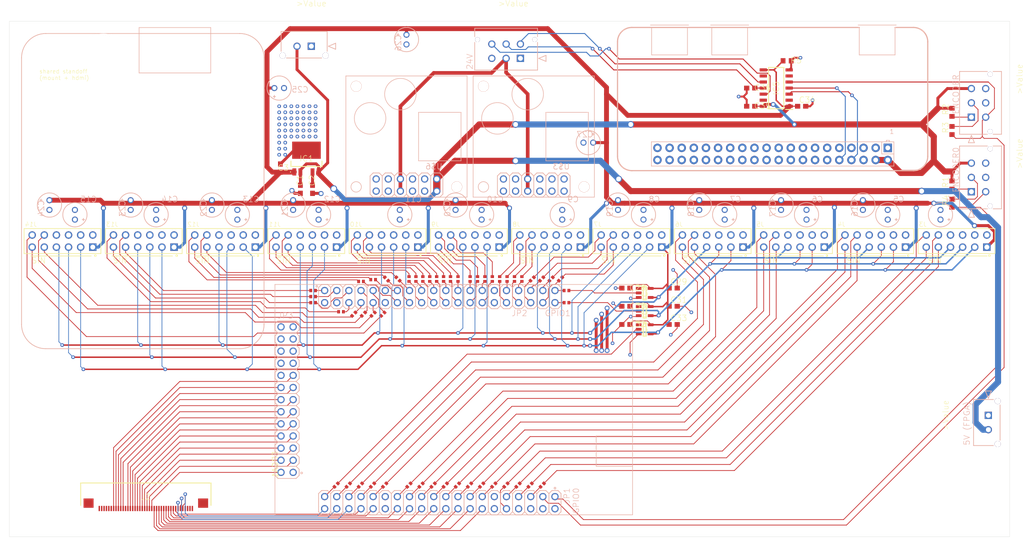
<source format=kicad_pcb>
(kicad_pcb (version 20171130) (host pcbnew "(5.1.4)-1")
  (layers (0 Top signal) (31 Bottom signal) (34 B.Paste user) (35 F.Paste user) (36 B.SilkS user) (37 F.SilkS user) (38 B.Mask user) (39 F.Mask user) (44 Edge.Cuts user))
  (net 0 "")
  (net 1 GND)
  (net 2 3V3_LED)
  (net 3 3V3_LOGIC)
  (net 4 LAT)
  (net 5 SCLK)
  (net 6 GSCLK)
  (net 7 SIN78_J3)
  (net 8 SIN34_J3)
  (net 9 SIN56_J3)
  (net 10 SIN12_J3)
  (net 11 SIN78_J4)
  (net 12 SIN34_J4)
  (net 13 SIN56_J4)
  (net 14 SIN12_J4)
  (net 15 SIN78_J5)
  (net 16 SIN34_J5)
  (net 17 SIN56_J5)
  (net 18 SIN12_J5)
  (net 19 SIN78_J6)
  (net 20 SIN34_J6)
  (net 21 SIN78_J7)
  (net 22 SIN34_J7)
  (net 23 SIN56_J7)
  (net 24 SIN12_J7)
  (net 25 SIN78_J8)
  (net 26 SIN34_J8)
  (net 27 SIN56_J8)
  (net 28 SIN12_J8)
  (net 29 SIN78_J9)
  (net 30 SIN34_J9)
  (net 31 SIN78_J10)
  (net 32 SIN34_J10)
  (net 33 SIN56_J10)
  (net 34 SIN12_J10)
  (net 35 SIN78_J11)
  (net 36 SIN34_J11)
  (net 37 SIN56_J11)
  (net 38 SIN12_J11)
  (net 39 SIN78_J12)
  (net 40 SIN34_J12)
  (net 41 SIN56_J12)
  (net 42 SIN12_J12)
  (net 43 SIN78_J13)
  (net 44 SIN34_J13)
  (net 45 SIN56_J13)
  (net 46 SIN12_J13)
  (net 47 SIN78_J14)
  (net 48 SIN34_J14)
  (net 49 SIN56_J14)
  (net 50 SIN12_J14)
  (net 51 SIN56_J6)
  (net 52 SIN12_J6)
  (net 53 SIN56_J9)
  (net 54 SIN12_J9)
  (net 55 "Net-(U$1-Pad40)")
  (net 56 "Net-(U$1-Pad38)")
  (net 57 "Net-(U$1-Pad37)")
  (net 58 "Net-(U$1-Pad36)")
  (net 59 "Net-(U$1-Pad35)")
  (net 60 "Net-(U$1-Pad33)")
  (net 61 "Net-(U$1-Pad32)")
  (net 62 "Net-(U$1-Pad31)")
  (net 63 "Net-(U$1-Pad29)")
  (net 64 "Net-(U$1-Pad28)")
  (net 65 "Net-(U$1-Pad27)")
  (net 66 "Net-(U$1-Pad26)")
  (net 67 "Net-(U$1-Pad24)")
  (net 68 "Net-(U$1-Pad23)")
  (net 69 "Net-(U$1-Pad22)")
  (net 70 "Net-(U$1-Pad21)")
  (net 71 "Net-(U$1-Pad19)")
  (net 72 "Net-(U$1-Pad18)")
  (net 73 3V3)
  (net 74 "Net-(U$1-Pad16)")
  (net 75 "Net-(U$1-Pad15)")
  (net 76 "Net-(U$1-Pad13)")
  (net 77 "Net-(U$1-Pad12)")
  (net 78 "Net-(U$1-Pad11)")
  (net 79 /SpinningControls_1/PI_RX)
  (net 80 /SpinningControls_1/PI_TX)
  (net 81 "Net-(U$1-Pad7)")
  (net 82 "Net-(U$1-Pad5)")
  (net 83 /SpinningControls_1/5V)
  (net 84 "Net-(U$1-Pad3)")
  (net 85 /SpinningControls_1/24V)
  (net 86 "Net-(U$3-Pad3)")
  (net 87 "Net-(U$3-Pad2)")
  (net 88 "Net-(U$3-Pad1)")
  (net 89 "Net-(U$6-Pad3)")
  (net 90 "Net-(U$6-Pad2)")
  (net 91 "Net-(U$6-Pad1)")
  (net 92 "Net-(C2-Pad1)")
  (net 93 /SpinningControls_1/DISPEN)
  (net 94 /SpinningControls_1/VSYNC)
  (net 95 /SpinningControls_1/HSYNC)
  (net 96 /SpinningControls_1/ACTIVE)
  (net 97 /SpinningControls_1/PIXCLK)
  (net 98 /SpinningControls_1/B8)
  (net 99 /SpinningControls_1/B7)
  (net 100 /SpinningControls_1/B6)
  (net 101 /SpinningControls_1/B5)
  (net 102 /SpinningControls_1/B4)
  (net 103 /SpinningControls_1/B3)
  (net 104 /SpinningControls_1/B2)
  (net 105 /SpinningControls_1/B1)
  (net 106 /SpinningControls_1/G8)
  (net 107 /SpinningControls_1/G7)
  (net 108 /SpinningControls_1/G6)
  (net 109 /SpinningControls_1/R1)
  (net 110 /SpinningControls_1/R2)
  (net 111 /SpinningControls_1/R3)
  (net 112 /SpinningControls_1/R4)
  (net 113 /SpinningControls_1/R5)
  (net 114 /SpinningControls_1/R6)
  (net 115 /SpinningControls_1/R7)
  (net 116 /SpinningControls_1/R8)
  (net 117 /SpinningControls_1/G1)
  (net 118 /SpinningControls_1/G2)
  (net 119 /SpinningControls_1/G3)
  (net 120 /SpinningControls_1/G4)
  (net 121 /SpinningControls_1/G5)
  (net 122 /SpinningControls_1/ENC_POS)
  (net 123 /SpinningControls_1/ENC_POS0)
  (net 124 "Net-(J2-PadMP2)")
  (net 125 "Net-(J2-PadMP1)")
  (net 126 "Net-(J2-Pad40)")
  (net 127 "Net-(J2-Pad39)")
  (net 128 "Net-(J2-Pad38)")
  (net 129 "Net-(J2-Pad37)")
  (net 130 "Net-(J2-Pad36)")
  (net 131 "Net-(J2-Pad35)")
  (net 132 "Net-(J2-Pad29)")
  (net 133 "Net-(J2-Pad4)")
  (net 134 "Net-(J2-Pad3)")
  (net 135 "Net-(J2-Pad2)")
  (net 136 "Net-(J2-Pad1)")
  (net 137 /SpinningControls_1/LAT_FPGA)
  (net 138 "Net-(IC2-Pad1)")
  (net 139 /SpinningControls_1/SCLK_FPGA)
  (net 140 "Net-(IC3-Pad1)")
  (net 141 /SpinningControls_1/GSCLK_FPGA)
  (net 142 "Net-(IC4-Pad1)")
  (net 143 "Net-(J17-Pad1)")
  (net 144 /SpinningControls_1/PI_TX_SR)
  (net 145 /SpinningControls_1/PI_RX_SR)
  (net 146 /SpinningControls_1/ENC_POS_SR)
  (net 147 "Net-(J17-Pad6)")
  (net 148 "Net-(J16-Pad1)")
  (net 149 "Net-(J16-Pad6)")
  (net 150 "Net-(IC5-Pad13)")
  (net 151 "Net-(IC5-Pad9)")
  (net 152 "Net-(IC5-Pad6)")
  (net 153 "Net-(IC5-Pad2)")
  (net 154 "Net-(FPGA1-Pad106)")
  (net 155 "Net-(FPGA1-Pad105)")
  (net 156 "Net-(FPGA1-Pad104)")
  (net 157 "Net-(FPGA1-Pad103)")
  (net 158 "Net-(FPGA1-Pad102)")
  (net 159 "Net-(FPGA1-Pad101)")
  (net 160 "Net-(FPGA1-Pad100)")
  (net 161 "Net-(FPGA1-Pad99)")
  (net 162 "Net-(FPGA1-Pad98)")
  (net 163 "Net-(FPGA1-Pad81)")
  (net 164 "Net-(FPGA1-Pad79)")
  (net 165 "Net-(FPGA1-Pad77)")
  (net 166 "Net-(FPGA1-Pad75)")
  (net 167 "Net-(FPGA1-Pad73)")
  (net 168 "Net-(FPGA1-Pad71)")
  (net 169 "Net-(FPGA1-Pad70)")
  (net 170 "Net-(FPGA1-Pad69)")
  (net 171 "Net-(FPGA1-Pad67)")
  (net 172 "Net-(FPGA1-Pad65)")
  (net 173 "Net-(FPGA1-Pad63)")
  (net 174 "Net-(FPGA1-Pad61)")
  (net 175 "Net-(FPGA1-Pad59)")
  (net 176 "Net-(FPGA1-Pad57)")
  (net 177 "Net-(FPGA1-Pad55)")
  (net 178 "Net-(FPGA1-Pad53)")
  (net 179 "Net-(FPGA1-Pad52)")
  (net 180 "Net-(FPGA1-Pad51)")
  (net 181 "Net-(FPGA1-Pad50)")
  (net 182 "Net-(FPGA1-Pad49)")
  (net 183 "Net-(FPGA1-Pad48)")
  (net 184 "Net-(FPGA1-Pad47)")
  (net 185 "Net-(FPGA1-Pad46)")
  (net 186 "Net-(FPGA1-Pad45)")
  (net 187 "Net-(FPGA1-Pad44)")
  (net 188 "Net-(FPGA1-Pad42)")
  (net 189 "Net-(FPGA1-Pad40)")
  (net 190 "Net-(FPGA1-Pad39)")
  (net 191 "Net-(FPGA1-Pad38)")
  (net 192 "Net-(FPGA1-Pad37)")
  (net 193 "Net-(FPGA1-Pad36)")
  (net 194 "Net-(FPGA1-Pad35)")
  (net 195 "Net-(FPGA1-Pad34)")
  (net 196 "Net-(FPGA1-Pad33)")
  (net 197 "Net-(FPGA1-Pad32)")
  (net 198 "Net-(FPGA1-Pad31)")
  (net 199 "Net-(FPGA1-Pad30)")
  (net 200 "Net-(FPGA1-Pad29)")
  (net 201 "Net-(FPGA1-Pad28)")
  (net 202 "Net-(FPGA1-Pad27)")
  (net 203 "Net-(FPGA1-Pad26)")
  (net 204 "Net-(FPGA1-Pad25)")
  (net 205 "Net-(FPGA1-Pad24)")
  (net 206 "Net-(FPGA1-Pad23)")
  (net 207 "Net-(FPGA1-Pad22)")
  (net 208 "Net-(FPGA1-Pad21)")
  (net 209 "Net-(FPGA1-Pad20)")
  (net 210 "Net-(FPGA1-Pad19)")
  (net 211 "Net-(FPGA1-Pad18)")
  (net 212 "Net-(FPGA1-Pad17)")
  (net 213 "Net-(FPGA1-Pad16)")
  (net 214 "Net-(FPGA1-Pad15)")
  (net 215 "Net-(FPGA1-Pad14)")
  (net 216 "Net-(FPGA1-Pad13)")
  (net 217 "Net-(FPGA1-Pad12)")
  (net 218 "Net-(FPGA1-Pad11)")
  (net 219 "Net-(FPGA1-Pad10)")
  (net 220 "Net-(FPGA1-Pad9)")
  (net 221 "Net-(FPGA1-Pad8)")
  (net 222 "Net-(FPGA1-Pad7)")
  (net 223 "Net-(FPGA1-Pad6)")
  (net 224 "Net-(FPGA1-Pad5)")
  (net 225 "Net-(FPGA1-Pad4)")
  (net 226 "Net-(FPGA1-Pad3)")
  (net 227 "Net-(FPGA1-Pad2)")
  (net 228 "Net-(FPGA1-Pad1)")
  (module "" (layer Top) (at 245.6561 58.6486)
    (fp_text reference @HOLE0 hide)
    (fp_text value "" (at 0 0) (layer F.SilkS) (effects (font (size 1.27 1.27))))
    (pad "" np_thru_hole circle (at 0 0) (size 2.794 2.794) (drill 2.794) (layers *.Cu *.Mask))
  )
  (module "" (layer Top) (at 245.6561 151.3586)
    (fp_text reference @HOLE1 hide)
    (fp_text value "" (at 0 0) (layer F.SilkS) (effects (font (size 1.27 1.27))))
    (pad "" np_thru_hole circle (at 0 0) (size 2.794 2.794) (drill 2.794) (layers *.Cu *.Mask))
  )
  (module "" (layer Top) (at 51.3461 151.3586)
    (fp_text reference @HOLE2 hide)
    (fp_text value "" (at 0 0) (layer F.SilkS) (effects (font (size 1.27 1.27))))
    (pad "" np_thru_hole circle (at 0 0) (size 2.794 2.794) (drill 2.794) (layers *.Cu *.Mask))
  )
  (module "" (layer Top) (at 63.4111 57.3786)
    (fp_text reference @HOLE3 hide)
    (fp_text value "" (at 0 0) (layer F.SilkS) (effects (font (size 1.27 1.27))))
    (pad "" np_thru_hole circle (at 0 0) (size 7.62 7.62) (drill 7.62) (layers *.Cu *.Mask))
  )
  (module "" (layer Top) (at 180.2511 150.0886)
    (fp_text reference @HOLE4 hide)
    (fp_text value "" (at 0 0) (layer F.SilkS) (effects (font (size 1.27 1.27))))
    (pad "" np_thru_hole circle (at 0 0) (size 7.62 7.62) (drill 7.62) (layers *.Cu *.Mask))
  )
  (module SpinningControls:C0603 (layer Top) (at 104.6861 86.2076 270)
    (fp_text reference C1 (at -0.635 -0.635 90) (layer F.SilkS) (effects (font (size 1.2065 1.2065) (thickness 0.09652)) (justify left bottom)))
    (fp_text value 4.7uF hide)
    (pad 2 smd rect (at 0.85 0 270) (size 1.1 1) (layers Top F.Paste F.Mask) (net 1 GND))
    (pad 1 smd rect (at -0.85 0 270) (size 1.1 1) (layers Top F.Paste F.Mask) (net 83 /SpinningControls_1/5V))
  )
  (module SpinningControls:C0603 (layer Top) (at 107.2261 86.2076 270)
    (fp_text reference C2 (at -0.635 -0.635 90) (layer F.SilkS) (effects (font (size 1.2065 1.2065) (thickness 0.09652)) (justify left bottom)))
    (fp_text value 10nF hide)
    (pad 2 smd rect (at 0.85 0 270) (size 1.1 1) (layers Top F.Paste F.Mask) (net 1 GND))
    (pad 1 smd rect (at -0.85 0 270) (size 1.1 1) (layers Top F.Paste F.Mask) (net 92 "Net-(C2-Pad1)"))
  )
  (module SpinningControls:C0603 (layer Top) (at 100.4951 81.7626 90)
    (fp_text reference C3 (at -0.635 -0.635) (layer F.SilkS) (effects (font (size 1.2065 1.2065) (thickness 0.09652)) (justify left bottom)))
    (fp_text value 4.7uF hide)
    (pad 2 smd rect (at 0.85 0 90) (size 1.1 1) (layers Top F.Paste F.Mask) (net 1 GND))
    (pad 1 smd rect (at -0.85 0 90) (size 1.1 1) (layers Top F.Paste F.Mask) (net 3 3V3_LOGIC))
  )
  (module SpinningControls:S19246E33HV5T2U (layer Top) (at 105.9561 79.0956)
    (fp_text reference IC1 (at 0 0.675) (layer F.SilkS) (effects (font (size 1.2065 1.2065) (thickness 0.09652))))
    (fp_text value S-19246E33H-V5T2U hide)
    (pad 5 smd rect (at 2.54 3.475 90) (size 1.5 0.8) (layers Top F.Paste F.Mask) (net 83 /SpinningControls_1/5V))
    (pad 4 smd rect (at 1.27 3.475 90) (size 1.5 0.8) (layers Top F.Paste F.Mask) (net 92 "Net-(C2-Pad1)"))
    (pad 3 smd rect (at 0 -1.075) (size 6 3.6) (layers Top F.Paste F.Mask) (net 1 GND))
    (pad 2 smd rect (at -1.27 3.475 90) (size 1.5 0.8) (layers Top F.Paste F.Mask) (net 83 /SpinningControls_1/5V))
    (pad 1 smd rect (at -2.54 3.475 90) (size 1.5 0.8) (layers Top F.Paste F.Mask) (net 3 3V3_LOGIC))
  )
  (module SpinningControls:SULLINS_PPPC062LFBN-RC_0 (layer Bottom) (at 242.16609 97.058482 180)
    (fp_text reference J3 (at 7.93 2.94) (layer F.SilkS) (effects (font (size 0.95 0.95) (thickness 0.076)) (justify right bottom mirror)))
    (fp_text value SULLINS_PPPC062LFBN-RCSULLINS_PPPC062LFBN-RC_0_0 hide)
    (pad 12 thru_hole circle (at 6.35 1.27 180) (size 1.57 1.57) (drill 1.02) (layers *.Cu *.Mask) (net 10 SIN12_J3))
    (pad 10 thru_hole circle (at 3.81 1.27 180) (size 1.57 1.57) (drill 1.02) (layers *.Cu *.Mask) (net 9 SIN56_J3))
    (pad 8 thru_hole circle (at 1.27 1.27 180) (size 1.57 1.57) (drill 1.02) (layers *.Cu *.Mask) (net 2 3V3_LED))
    (pad 6 thru_hole circle (at -1.27 1.27 180) (size 1.57 1.57) (drill 1.02) (layers *.Cu *.Mask) (net 2 3V3_LED))
    (pad 4 thru_hole circle (at -3.81 1.27 180) (size 1.57 1.57) (drill 1.02) (layers *.Cu *.Mask) (net 1 GND))
    (pad 2 thru_hole circle (at -6.35 1.27 180) (size 1.57 1.57) (drill 1.02) (layers *.Cu *.Mask) (net 1 GND))
    (pad 11 thru_hole circle (at 6.35 -1.27 180) (size 1.57 1.57) (drill 1.02) (layers *.Cu *.Mask) (net 8 SIN34_J3))
    (pad 9 thru_hole circle (at 3.81 -1.27 180) (size 1.57 1.57) (drill 1.02) (layers *.Cu *.Mask) (net 7 SIN78_J3))
    (pad 7 thru_hole circle (at 1.27 -1.27 180) (size 1.57 1.57) (drill 1.02) (layers *.Cu *.Mask) (net 5 SCLK))
    (pad 5 thru_hole circle (at -1.27 -1.27 180) (size 1.57 1.57) (drill 1.02) (layers *.Cu *.Mask) (net 4 LAT))
    (pad 3 thru_hole circle (at -3.81 -1.27 180) (size 1.57 1.57) (drill 1.02) (layers *.Cu *.Mask) (net 6 GSCLK))
    (pad 1 thru_hole rect (at -6.35 -1.27 180) (size 1.57 1.57) (drill 1.02) (layers *.Cu *.Mask) (net 3 3V3_LOGIC))
  )
  (module SpinningControls:SULLINS_PPPC062LFBN-RC_0 (layer Bottom) (at 122.95609 97.058482 180)
    (fp_text reference J10 (at 7.93 2.94) (layer F.SilkS) (effects (font (size 0.95 0.95) (thickness 0.076)) (justify right bottom mirror)))
    (fp_text value SULLINS_PPPC062LFBN-RCSULLINS_PPPC062LFBN-RC_0_0 hide)
    (pad 12 thru_hole circle (at 6.35 1.27 180) (size 1.57 1.57) (drill 1.02) (layers *.Cu *.Mask) (net 34 SIN12_J10))
    (pad 10 thru_hole circle (at 3.81 1.27 180) (size 1.57 1.57) (drill 1.02) (layers *.Cu *.Mask) (net 33 SIN56_J10))
    (pad 8 thru_hole circle (at 1.27 1.27 180) (size 1.57 1.57) (drill 1.02) (layers *.Cu *.Mask) (net 2 3V3_LED))
    (pad 6 thru_hole circle (at -1.27 1.27 180) (size 1.57 1.57) (drill 1.02) (layers *.Cu *.Mask) (net 2 3V3_LED))
    (pad 4 thru_hole circle (at -3.81 1.27 180) (size 1.57 1.57) (drill 1.02) (layers *.Cu *.Mask) (net 1 GND))
    (pad 2 thru_hole circle (at -6.35 1.27 180) (size 1.57 1.57) (drill 1.02) (layers *.Cu *.Mask) (net 1 GND))
    (pad 11 thru_hole circle (at 6.35 -1.27 180) (size 1.57 1.57) (drill 1.02) (layers *.Cu *.Mask) (net 32 SIN34_J10))
    (pad 9 thru_hole circle (at 3.81 -1.27 180) (size 1.57 1.57) (drill 1.02) (layers *.Cu *.Mask) (net 31 SIN78_J10))
    (pad 7 thru_hole circle (at 1.27 -1.27 180) (size 1.57 1.57) (drill 1.02) (layers *.Cu *.Mask) (net 5 SCLK))
    (pad 5 thru_hole circle (at -1.27 -1.27 180) (size 1.57 1.57) (drill 1.02) (layers *.Cu *.Mask) (net 4 LAT))
    (pad 3 thru_hole circle (at -3.81 -1.27 180) (size 1.57 1.57) (drill 1.02) (layers *.Cu *.Mask) (net 6 GSCLK))
    (pad 1 thru_hole rect (at -6.35 -1.27 180) (size 1.57 1.57) (drill 1.02) (layers *.Cu *.Mask) (net 3 3V3_LOGIC))
  )
  (module SpinningControls:SULLINS_PPPC062LFBN-RC_0 (layer Bottom) (at 105.926103 97.058482 180)
    (fp_text reference J11 (at 7.93 2.94) (layer F.SilkS) (effects (font (size 0.95 0.95) (thickness 0.076)) (justify right bottom mirror)))
    (fp_text value SULLINS_PPPC062LFBN-RCSULLINS_PPPC062LFBN-RC_0_0 hide)
    (pad 12 thru_hole circle (at 6.35 1.27 180) (size 1.57 1.57) (drill 1.02) (layers *.Cu *.Mask) (net 38 SIN12_J11))
    (pad 10 thru_hole circle (at 3.81 1.27 180) (size 1.57 1.57) (drill 1.02) (layers *.Cu *.Mask) (net 37 SIN56_J11))
    (pad 8 thru_hole circle (at 1.27 1.27 180) (size 1.57 1.57) (drill 1.02) (layers *.Cu *.Mask) (net 2 3V3_LED))
    (pad 6 thru_hole circle (at -1.27 1.27 180) (size 1.57 1.57) (drill 1.02) (layers *.Cu *.Mask) (net 2 3V3_LED))
    (pad 4 thru_hole circle (at -3.81 1.27 180) (size 1.57 1.57) (drill 1.02) (layers *.Cu *.Mask) (net 1 GND))
    (pad 2 thru_hole circle (at -6.35 1.27 180) (size 1.57 1.57) (drill 1.02) (layers *.Cu *.Mask) (net 1 GND))
    (pad 11 thru_hole circle (at 6.35 -1.27 180) (size 1.57 1.57) (drill 1.02) (layers *.Cu *.Mask) (net 36 SIN34_J11))
    (pad 9 thru_hole circle (at 3.81 -1.27 180) (size 1.57 1.57) (drill 1.02) (layers *.Cu *.Mask) (net 35 SIN78_J11))
    (pad 7 thru_hole circle (at 1.27 -1.27 180) (size 1.57 1.57) (drill 1.02) (layers *.Cu *.Mask) (net 5 SCLK))
    (pad 5 thru_hole circle (at -1.27 -1.27 180) (size 1.57 1.57) (drill 1.02) (layers *.Cu *.Mask) (net 4 LAT))
    (pad 3 thru_hole circle (at -3.81 -1.27 180) (size 1.57 1.57) (drill 1.02) (layers *.Cu *.Mask) (net 6 GSCLK))
    (pad 1 thru_hole rect (at -6.35 -1.27 180) (size 1.57 1.57) (drill 1.02) (layers *.Cu *.Mask) (net 3 3V3_LOGIC))
  )
  (module SpinningControls:SULLINS_PPPC062LFBN-RC_0 (layer Bottom) (at 88.896087 97.058482 180)
    (fp_text reference J12 (at 7.93 2.94) (layer F.SilkS) (effects (font (size 0.95 0.95) (thickness 0.076)) (justify right bottom mirror)))
    (fp_text value SULLINS_PPPC062LFBN-RCSULLINS_PPPC062LFBN-RC_0_0 hide)
    (pad 12 thru_hole circle (at 6.35 1.27 180) (size 1.57 1.57) (drill 1.02) (layers *.Cu *.Mask) (net 42 SIN12_J12))
    (pad 10 thru_hole circle (at 3.81 1.27 180) (size 1.57 1.57) (drill 1.02) (layers *.Cu *.Mask) (net 41 SIN56_J12))
    (pad 8 thru_hole circle (at 1.27 1.27 180) (size 1.57 1.57) (drill 1.02) (layers *.Cu *.Mask) (net 2 3V3_LED))
    (pad 6 thru_hole circle (at -1.27 1.27 180) (size 1.57 1.57) (drill 1.02) (layers *.Cu *.Mask) (net 2 3V3_LED))
    (pad 4 thru_hole circle (at -3.81 1.27 180) (size 1.57 1.57) (drill 1.02) (layers *.Cu *.Mask) (net 1 GND))
    (pad 2 thru_hole circle (at -6.35 1.27 180) (size 1.57 1.57) (drill 1.02) (layers *.Cu *.Mask) (net 1 GND))
    (pad 11 thru_hole circle (at 6.35 -1.27 180) (size 1.57 1.57) (drill 1.02) (layers *.Cu *.Mask) (net 40 SIN34_J12))
    (pad 9 thru_hole circle (at 3.81 -1.27 180) (size 1.57 1.57) (drill 1.02) (layers *.Cu *.Mask) (net 39 SIN78_J12))
    (pad 7 thru_hole circle (at 1.27 -1.27 180) (size 1.57 1.57) (drill 1.02) (layers *.Cu *.Mask) (net 5 SCLK))
    (pad 5 thru_hole circle (at -1.27 -1.27 180) (size 1.57 1.57) (drill 1.02) (layers *.Cu *.Mask) (net 4 LAT))
    (pad 3 thru_hole circle (at -3.81 -1.27 180) (size 1.57 1.57) (drill 1.02) (layers *.Cu *.Mask) (net 6 GSCLK))
    (pad 1 thru_hole rect (at -6.35 -1.27 180) (size 1.57 1.57) (drill 1.02) (layers *.Cu *.Mask) (net 3 3V3_LOGIC))
  )
  (module SpinningControls:SULLINS_PPPC062LFBN-RC_0 (layer Bottom) (at 71.8661 97.058482 180)
    (fp_text reference J13 (at 7.93 2.94) (layer F.SilkS) (effects (font (size 0.95 0.95) (thickness 0.076)) (justify right bottom mirror)))
    (fp_text value SULLINS_PPPC062LFBN-RCSULLINS_PPPC062LFBN-RC_0_0 hide)
    (pad 12 thru_hole circle (at 6.35 1.27 180) (size 1.57 1.57) (drill 1.02) (layers *.Cu *.Mask) (net 46 SIN12_J13))
    (pad 10 thru_hole circle (at 3.81 1.27 180) (size 1.57 1.57) (drill 1.02) (layers *.Cu *.Mask) (net 45 SIN56_J13))
    (pad 8 thru_hole circle (at 1.27 1.27 180) (size 1.57 1.57) (drill 1.02) (layers *.Cu *.Mask) (net 2 3V3_LED))
    (pad 6 thru_hole circle (at -1.27 1.27 180) (size 1.57 1.57) (drill 1.02) (layers *.Cu *.Mask) (net 2 3V3_LED))
    (pad 4 thru_hole circle (at -3.81 1.27 180) (size 1.57 1.57) (drill 1.02) (layers *.Cu *.Mask) (net 1 GND))
    (pad 2 thru_hole circle (at -6.35 1.27 180) (size 1.57 1.57) (drill 1.02) (layers *.Cu *.Mask) (net 1 GND))
    (pad 11 thru_hole circle (at 6.35 -1.27 180) (size 1.57 1.57) (drill 1.02) (layers *.Cu *.Mask) (net 44 SIN34_J13))
    (pad 9 thru_hole circle (at 3.81 -1.27 180) (size 1.57 1.57) (drill 1.02) (layers *.Cu *.Mask) (net 43 SIN78_J13))
    (pad 7 thru_hole circle (at 1.27 -1.27 180) (size 1.57 1.57) (drill 1.02) (layers *.Cu *.Mask) (net 5 SCLK))
    (pad 5 thru_hole circle (at -1.27 -1.27 180) (size 1.57 1.57) (drill 1.02) (layers *.Cu *.Mask) (net 4 LAT))
    (pad 3 thru_hole circle (at -3.81 -1.27 180) (size 1.57 1.57) (drill 1.02) (layers *.Cu *.Mask) (net 6 GSCLK))
    (pad 1 thru_hole rect (at -6.35 -1.27 180) (size 1.57 1.57) (drill 1.02) (layers *.Cu *.Mask) (net 3 3V3_LOGIC))
  )
  (module SpinningControls:SULLINS_PPPC062LFBN-RC_0 (layer Bottom) (at 54.8361 97.058482 180)
    (fp_text reference J14 (at 7.93 2.94) (layer F.SilkS) (effects (font (size 0.95 0.95) (thickness 0.076)) (justify right bottom mirror)))
    (fp_text value SULLINS_PPPC062LFBN-RCSULLINS_PPPC062LFBN-RC_0_0 hide)
    (pad 12 thru_hole circle (at 6.35 1.27 180) (size 1.57 1.57) (drill 1.02) (layers *.Cu *.Mask) (net 50 SIN12_J14))
    (pad 10 thru_hole circle (at 3.81 1.27 180) (size 1.57 1.57) (drill 1.02) (layers *.Cu *.Mask) (net 49 SIN56_J14))
    (pad 8 thru_hole circle (at 1.27 1.27 180) (size 1.57 1.57) (drill 1.02) (layers *.Cu *.Mask) (net 2 3V3_LED))
    (pad 6 thru_hole circle (at -1.27 1.27 180) (size 1.57 1.57) (drill 1.02) (layers *.Cu *.Mask) (net 2 3V3_LED))
    (pad 4 thru_hole circle (at -3.81 1.27 180) (size 1.57 1.57) (drill 1.02) (layers *.Cu *.Mask) (net 1 GND))
    (pad 2 thru_hole circle (at -6.35 1.27 180) (size 1.57 1.57) (drill 1.02) (layers *.Cu *.Mask) (net 1 GND))
    (pad 11 thru_hole circle (at 6.35 -1.27 180) (size 1.57 1.57) (drill 1.02) (layers *.Cu *.Mask) (net 48 SIN34_J14))
    (pad 9 thru_hole circle (at 3.81 -1.27 180) (size 1.57 1.57) (drill 1.02) (layers *.Cu *.Mask) (net 47 SIN78_J14))
    (pad 7 thru_hole circle (at 1.27 -1.27 180) (size 1.57 1.57) (drill 1.02) (layers *.Cu *.Mask) (net 5 SCLK))
    (pad 5 thru_hole circle (at -1.27 -1.27 180) (size 1.57 1.57) (drill 1.02) (layers *.Cu *.Mask) (net 4 LAT))
    (pad 3 thru_hole circle (at -3.81 -1.27 180) (size 1.57 1.57) (drill 1.02) (layers *.Cu *.Mask) (net 6 GSCLK))
    (pad 1 thru_hole rect (at -6.35 -1.27 180) (size 1.57 1.57) (drill 1.02) (layers *.Cu *.Mask) (net 3 3V3_LOGIC))
  )
  (module SpinningControls:F32R1A7H111040 (layer Top) (at 72.3011 150.0886 180)
    (fp_text reference J2 (at 0 -0.6) (layer F.SilkS) (effects (font (size 1.2065 1.2065) (thickness 0.09652))))
    (fp_text value F32R-1A7H1-11040 hide)
    (pad MP2 smd rect (at 12 -1.875 180) (size 2.1 1.95) (layers Top F.Paste F.Mask) (net 124 "Net-(J2-PadMP2)"))
    (pad MP1 smd rect (at -12 -1.875 180) (size 2.1 1.95) (layers Top F.Paste F.Mask) (net 125 "Net-(J2-PadMP1)"))
    (pad 40 smd rect (at 9.75 -3 270) (size 1.1 0.3) (layers Top F.Paste F.Mask) (net 126 "Net-(J2-Pad40)"))
    (pad 39 smd rect (at 9.25 -3 270) (size 1.1 0.3) (layers Top F.Paste F.Mask) (net 127 "Net-(J2-Pad39)"))
    (pad 38 smd rect (at 8.75 -3 270) (size 1.1 0.3) (layers Top F.Paste F.Mask) (net 128 "Net-(J2-Pad38)"))
    (pad 37 smd rect (at 8.25 -3 270) (size 1.1 0.3) (layers Top F.Paste F.Mask) (net 129 "Net-(J2-Pad37)"))
    (pad 36 smd rect (at 7.75 -3 270) (size 1.1 0.3) (layers Top F.Paste F.Mask) (net 130 "Net-(J2-Pad36)"))
    (pad 35 smd rect (at 7.25 -3 270) (size 1.1 0.3) (layers Top F.Paste F.Mask) (net 131 "Net-(J2-Pad35)"))
    (pad 34 smd rect (at 6.75 -3 270) (size 1.1 0.3) (layers Top F.Paste F.Mask) (net 93 /SpinningControls_1/DISPEN))
    (pad 33 smd rect (at 6.25 -3 270) (size 1.1 0.3) (layers Top F.Paste F.Mask) (net 94 /SpinningControls_1/VSYNC))
    (pad 32 smd rect (at 5.75 -3 270) (size 1.1 0.3) (layers Top F.Paste F.Mask) (net 95 /SpinningControls_1/HSYNC))
    (pad 31 smd rect (at 5.25 -3 270) (size 1.1 0.3) (layers Top F.Paste F.Mask) (net 96 /SpinningControls_1/ACTIVE))
    (pad 30 smd rect (at 4.75 -3 270) (size 1.1 0.3) (layers Top F.Paste F.Mask) (net 97 /SpinningControls_1/PIXCLK))
    (pad 29 smd rect (at 4.25 -3 270) (size 1.1 0.3) (layers Top F.Paste F.Mask) (net 132 "Net-(J2-Pad29)"))
    (pad 28 smd rect (at 3.75 -3 270) (size 1.1 0.3) (layers Top F.Paste F.Mask) (net 98 /SpinningControls_1/B8))
    (pad 27 smd rect (at 3.25 -3 270) (size 1.1 0.3) (layers Top F.Paste F.Mask) (net 99 /SpinningControls_1/B7))
    (pad 26 smd rect (at 2.75 -3 270) (size 1.1 0.3) (layers Top F.Paste F.Mask) (net 100 /SpinningControls_1/B6))
    (pad 25 smd rect (at 2.25 -3 270) (size 1.1 0.3) (layers Top F.Paste F.Mask) (net 101 /SpinningControls_1/B5))
    (pad 24 smd rect (at 1.75 -3 270) (size 1.1 0.3) (layers Top F.Paste F.Mask) (net 102 /SpinningControls_1/B4))
    (pad 23 smd rect (at 1.25 -3 270) (size 1.1 0.3) (layers Top F.Paste F.Mask) (net 103 /SpinningControls_1/B3))
    (pad 22 smd rect (at 0.75 -3 270) (size 1.1 0.3) (layers Top F.Paste F.Mask) (net 104 /SpinningControls_1/B2))
    (pad 21 smd rect (at 0.25 -3 270) (size 1.1 0.3) (layers Top F.Paste F.Mask) (net 105 /SpinningControls_1/B1))
    (pad 20 smd rect (at -0.25 -3 270) (size 1.1 0.3) (layers Top F.Paste F.Mask) (net 106 /SpinningControls_1/G8))
    (pad 19 smd rect (at -0.75 -3 270) (size 1.1 0.3) (layers Top F.Paste F.Mask) (net 107 /SpinningControls_1/G7))
    (pad 18 smd rect (at -1.25 -3 270) (size 1.1 0.3) (layers Top F.Paste F.Mask) (net 108 /SpinningControls_1/G6))
    (pad 17 smd rect (at -1.75 -3 270) (size 1.1 0.3) (layers Top F.Paste F.Mask) (net 121 /SpinningControls_1/G5))
    (pad 16 smd rect (at -2.25 -3 270) (size 1.1 0.3) (layers Top F.Paste F.Mask) (net 120 /SpinningControls_1/G4))
    (pad 15 smd rect (at -2.75 -3 270) (size 1.1 0.3) (layers Top F.Paste F.Mask) (net 119 /SpinningControls_1/G3))
    (pad 14 smd rect (at -3.25 -3 270) (size 1.1 0.3) (layers Top F.Paste F.Mask) (net 118 /SpinningControls_1/G2))
    (pad 13 smd rect (at -3.75 -3 270) (size 1.1 0.3) (layers Top F.Paste F.Mask) (net 117 /SpinningControls_1/G1))
    (pad 12 smd rect (at -4.25 -3 270) (size 1.1 0.3) (layers Top F.Paste F.Mask) (net 116 /SpinningControls_1/R8))
    (pad 11 smd rect (at -4.75 -3 270) (size 1.1 0.3) (layers Top F.Paste F.Mask) (net 115 /SpinningControls_1/R7))
    (pad 10 smd rect (at -5.25 -3 270) (size 1.1 0.3) (layers Top F.Paste F.Mask) (net 114 /SpinningControls_1/R6))
    (pad 9 smd rect (at -5.75 -3 270) (size 1.1 0.3) (layers Top F.Paste F.Mask) (net 113 /SpinningControls_1/R5))
    (pad 8 smd rect (at -6.25 -3 270) (size 1.1 0.3) (layers Top F.Paste F.Mask) (net 112 /SpinningControls_1/R4))
    (pad 7 smd rect (at -6.75 -3 270) (size 1.1 0.3) (layers Top F.Paste F.Mask) (net 111 /SpinningControls_1/R3))
    (pad 6 smd rect (at -7.25 -3 270) (size 1.1 0.3) (layers Top F.Paste F.Mask) (net 110 /SpinningControls_1/R2))
    (pad 5 smd rect (at -7.75 -3 270) (size 1.1 0.3) (layers Top F.Paste F.Mask) (net 109 /SpinningControls_1/R1))
    (pad 4 smd rect (at -8.25 -3 270) (size 1.1 0.3) (layers Top F.Paste F.Mask) (net 133 "Net-(J2-Pad4)"))
    (pad 3 smd rect (at -8.75 -3 270) (size 1.1 0.3) (layers Top F.Paste F.Mask) (net 134 "Net-(J2-Pad3)"))
    (pad 2 smd rect (at -9.25 -3 270) (size 1.1 0.3) (layers Top F.Paste F.Mask) (net 135 "Net-(J2-Pad2)"))
    (pad 1 smd rect (at -9.75 -3 270) (size 1.1 0.3) (layers Top F.Paste F.Mask) (net 136 "Net-(J2-Pad1)"))
  )
  (module SpinningControls:SULLINS_PPPC062LFBN-RC_0 (layer Bottom) (at 225.1361 97.058482 180)
    (fp_text reference J4 (at 7.93 2.94) (layer F.SilkS) (effects (font (size 0.95 0.95) (thickness 0.076)) (justify right bottom mirror)))
    (fp_text value SULLINS_PPPC062LFBN-RCSULLINS_PPPC062LFBN-RC_0_0 hide)
    (pad 12 thru_hole circle (at 6.35 1.27 180) (size 1.57 1.57) (drill 1.02) (layers *.Cu *.Mask) (net 14 SIN12_J4))
    (pad 10 thru_hole circle (at 3.81 1.27 180) (size 1.57 1.57) (drill 1.02) (layers *.Cu *.Mask) (net 13 SIN56_J4))
    (pad 8 thru_hole circle (at 1.27 1.27 180) (size 1.57 1.57) (drill 1.02) (layers *.Cu *.Mask) (net 2 3V3_LED))
    (pad 6 thru_hole circle (at -1.27 1.27 180) (size 1.57 1.57) (drill 1.02) (layers *.Cu *.Mask) (net 2 3V3_LED))
    (pad 4 thru_hole circle (at -3.81 1.27 180) (size 1.57 1.57) (drill 1.02) (layers *.Cu *.Mask) (net 1 GND))
    (pad 2 thru_hole circle (at -6.35 1.27 180) (size 1.57 1.57) (drill 1.02) (layers *.Cu *.Mask) (net 1 GND))
    (pad 11 thru_hole circle (at 6.35 -1.27 180) (size 1.57 1.57) (drill 1.02) (layers *.Cu *.Mask) (net 12 SIN34_J4))
    (pad 9 thru_hole circle (at 3.81 -1.27 180) (size 1.57 1.57) (drill 1.02) (layers *.Cu *.Mask) (net 11 SIN78_J4))
    (pad 7 thru_hole circle (at 1.27 -1.27 180) (size 1.57 1.57) (drill 1.02) (layers *.Cu *.Mask) (net 5 SCLK))
    (pad 5 thru_hole circle (at -1.27 -1.27 180) (size 1.57 1.57) (drill 1.02) (layers *.Cu *.Mask) (net 4 LAT))
    (pad 3 thru_hole circle (at -3.81 -1.27 180) (size 1.57 1.57) (drill 1.02) (layers *.Cu *.Mask) (net 6 GSCLK))
    (pad 1 thru_hole rect (at -6.35 -1.27 180) (size 1.57 1.57) (drill 1.02) (layers *.Cu *.Mask) (net 3 3V3_LOGIC))
  )
  (module SpinningControls:SULLINS_PPPC062LFBN-RC_0 (layer Bottom) (at 208.106112 97.058482 180)
    (fp_text reference J5 (at 7.93 2.94) (layer F.SilkS) (effects (font (size 0.95 0.95) (thickness 0.076)) (justify right bottom mirror)))
    (fp_text value SULLINS_PPPC062LFBN-RCSULLINS_PPPC062LFBN-RC_0_0 hide)
    (pad 12 thru_hole circle (at 6.35 1.27 180) (size 1.57 1.57) (drill 1.02) (layers *.Cu *.Mask) (net 18 SIN12_J5))
    (pad 10 thru_hole circle (at 3.81 1.27 180) (size 1.57 1.57) (drill 1.02) (layers *.Cu *.Mask) (net 17 SIN56_J5))
    (pad 8 thru_hole circle (at 1.27 1.27 180) (size 1.57 1.57) (drill 1.02) (layers *.Cu *.Mask) (net 2 3V3_LED))
    (pad 6 thru_hole circle (at -1.27 1.27 180) (size 1.57 1.57) (drill 1.02) (layers *.Cu *.Mask) (net 2 3V3_LED))
    (pad 4 thru_hole circle (at -3.81 1.27 180) (size 1.57 1.57) (drill 1.02) (layers *.Cu *.Mask) (net 1 GND))
    (pad 2 thru_hole circle (at -6.35 1.27 180) (size 1.57 1.57) (drill 1.02) (layers *.Cu *.Mask) (net 1 GND))
    (pad 11 thru_hole circle (at 6.35 -1.27 180) (size 1.57 1.57) (drill 1.02) (layers *.Cu *.Mask) (net 16 SIN34_J5))
    (pad 9 thru_hole circle (at 3.81 -1.27 180) (size 1.57 1.57) (drill 1.02) (layers *.Cu *.Mask) (net 15 SIN78_J5))
    (pad 7 thru_hole circle (at 1.27 -1.27 180) (size 1.57 1.57) (drill 1.02) (layers *.Cu *.Mask) (net 5 SCLK))
    (pad 5 thru_hole circle (at -1.27 -1.27 180) (size 1.57 1.57) (drill 1.02) (layers *.Cu *.Mask) (net 4 LAT))
    (pad 3 thru_hole circle (at -3.81 -1.27 180) (size 1.57 1.57) (drill 1.02) (layers *.Cu *.Mask) (net 6 GSCLK))
    (pad 1 thru_hole rect (at -6.35 -1.27 180) (size 1.57 1.57) (drill 1.02) (layers *.Cu *.Mask) (net 3 3V3_LOGIC))
  )
  (module SpinningControls:SULLINS_PPPC062LFBN-RC_0 (layer Bottom) (at 191.076096 97.058482 180)
    (fp_text reference J6 (at 7.93 2.94) (layer F.SilkS) (effects (font (size 0.95 0.95) (thickness 0.076)) (justify right bottom mirror)))
    (fp_text value SULLINS_PPPC062LFBN-RCSULLINS_PPPC062LFBN-RC_0_0 hide)
    (pad 12 thru_hole circle (at 6.35 1.27 180) (size 1.57 1.57) (drill 1.02) (layers *.Cu *.Mask) (net 52 SIN12_J6))
    (pad 10 thru_hole circle (at 3.81 1.27 180) (size 1.57 1.57) (drill 1.02) (layers *.Cu *.Mask) (net 51 SIN56_J6))
    (pad 8 thru_hole circle (at 1.27 1.27 180) (size 1.57 1.57) (drill 1.02) (layers *.Cu *.Mask) (net 2 3V3_LED))
    (pad 6 thru_hole circle (at -1.27 1.27 180) (size 1.57 1.57) (drill 1.02) (layers *.Cu *.Mask) (net 2 3V3_LED))
    (pad 4 thru_hole circle (at -3.81 1.27 180) (size 1.57 1.57) (drill 1.02) (layers *.Cu *.Mask) (net 1 GND))
    (pad 2 thru_hole circle (at -6.35 1.27 180) (size 1.57 1.57) (drill 1.02) (layers *.Cu *.Mask) (net 1 GND))
    (pad 11 thru_hole circle (at 6.35 -1.27 180) (size 1.57 1.57) (drill 1.02) (layers *.Cu *.Mask) (net 20 SIN34_J6))
    (pad 9 thru_hole circle (at 3.81 -1.27 180) (size 1.57 1.57) (drill 1.02) (layers *.Cu *.Mask) (net 19 SIN78_J6))
    (pad 7 thru_hole circle (at 1.27 -1.27 180) (size 1.57 1.57) (drill 1.02) (layers *.Cu *.Mask) (net 5 SCLK))
    (pad 5 thru_hole circle (at -1.27 -1.27 180) (size 1.57 1.57) (drill 1.02) (layers *.Cu *.Mask) (net 4 LAT))
    (pad 3 thru_hole circle (at -3.81 -1.27 180) (size 1.57 1.57) (drill 1.02) (layers *.Cu *.Mask) (net 6 GSCLK))
    (pad 1 thru_hole rect (at -6.35 -1.27 180) (size 1.57 1.57) (drill 1.02) (layers *.Cu *.Mask) (net 3 3V3_LOGIC))
  )
  (module SpinningControls:SULLINS_PPPC062LFBN-RC_0 (layer Bottom) (at 174.046109 97.058482 180)
    (fp_text reference J7 (at 7.93 2.94) (layer F.SilkS) (effects (font (size 0.95 0.95) (thickness 0.076)) (justify right bottom mirror)))
    (fp_text value SULLINS_PPPC062LFBN-RCSULLINS_PPPC062LFBN-RC_0_0 hide)
    (pad 12 thru_hole circle (at 6.35 1.27 180) (size 1.57 1.57) (drill 1.02) (layers *.Cu *.Mask) (net 24 SIN12_J7))
    (pad 10 thru_hole circle (at 3.81 1.27 180) (size 1.57 1.57) (drill 1.02) (layers *.Cu *.Mask) (net 23 SIN56_J7))
    (pad 8 thru_hole circle (at 1.27 1.27 180) (size 1.57 1.57) (drill 1.02) (layers *.Cu *.Mask) (net 2 3V3_LED))
    (pad 6 thru_hole circle (at -1.27 1.27 180) (size 1.57 1.57) (drill 1.02) (layers *.Cu *.Mask) (net 2 3V3_LED))
    (pad 4 thru_hole circle (at -3.81 1.27 180) (size 1.57 1.57) (drill 1.02) (layers *.Cu *.Mask) (net 1 GND))
    (pad 2 thru_hole circle (at -6.35 1.27 180) (size 1.57 1.57) (drill 1.02) (layers *.Cu *.Mask) (net 1 GND))
    (pad 11 thru_hole circle (at 6.35 -1.27 180) (size 1.57 1.57) (drill 1.02) (layers *.Cu *.Mask) (net 22 SIN34_J7))
    (pad 9 thru_hole circle (at 3.81 -1.27 180) (size 1.57 1.57) (drill 1.02) (layers *.Cu *.Mask) (net 21 SIN78_J7))
    (pad 7 thru_hole circle (at 1.27 -1.27 180) (size 1.57 1.57) (drill 1.02) (layers *.Cu *.Mask) (net 5 SCLK))
    (pad 5 thru_hole circle (at -1.27 -1.27 180) (size 1.57 1.57) (drill 1.02) (layers *.Cu *.Mask) (net 4 LAT))
    (pad 3 thru_hole circle (at -3.81 -1.27 180) (size 1.57 1.57) (drill 1.02) (layers *.Cu *.Mask) (net 6 GSCLK))
    (pad 1 thru_hole rect (at -6.35 -1.27 180) (size 1.57 1.57) (drill 1.02) (layers *.Cu *.Mask) (net 3 3V3_LOGIC))
  )
  (module SpinningControls:SULLINS_PPPC062LFBN-RC_0 (layer Bottom) (at 157.016093 97.058482 180)
    (fp_text reference J8 (at 7.93 2.94) (layer F.SilkS) (effects (font (size 0.95 0.95) (thickness 0.076)) (justify right bottom mirror)))
    (fp_text value SULLINS_PPPC062LFBN-RCSULLINS_PPPC062LFBN-RC_0_0 hide)
    (pad 12 thru_hole circle (at 6.35 1.27 180) (size 1.57 1.57) (drill 1.02) (layers *.Cu *.Mask) (net 28 SIN12_J8))
    (pad 10 thru_hole circle (at 3.81 1.27 180) (size 1.57 1.57) (drill 1.02) (layers *.Cu *.Mask) (net 27 SIN56_J8))
    (pad 8 thru_hole circle (at 1.27 1.27 180) (size 1.57 1.57) (drill 1.02) (layers *.Cu *.Mask) (net 2 3V3_LED))
    (pad 6 thru_hole circle (at -1.27 1.27 180) (size 1.57 1.57) (drill 1.02) (layers *.Cu *.Mask) (net 2 3V3_LED))
    (pad 4 thru_hole circle (at -3.81 1.27 180) (size 1.57 1.57) (drill 1.02) (layers *.Cu *.Mask) (net 1 GND))
    (pad 2 thru_hole circle (at -6.35 1.27 180) (size 1.57 1.57) (drill 1.02) (layers *.Cu *.Mask) (net 1 GND))
    (pad 11 thru_hole circle (at 6.35 -1.27 180) (size 1.57 1.57) (drill 1.02) (layers *.Cu *.Mask) (net 26 SIN34_J8))
    (pad 9 thru_hole circle (at 3.81 -1.27 180) (size 1.57 1.57) (drill 1.02) (layers *.Cu *.Mask) (net 25 SIN78_J8))
    (pad 7 thru_hole circle (at 1.27 -1.27 180) (size 1.57 1.57) (drill 1.02) (layers *.Cu *.Mask) (net 5 SCLK))
    (pad 5 thru_hole circle (at -1.27 -1.27 180) (size 1.57 1.57) (drill 1.02) (layers *.Cu *.Mask) (net 4 LAT))
    (pad 3 thru_hole circle (at -3.81 -1.27 180) (size 1.57 1.57) (drill 1.02) (layers *.Cu *.Mask) (net 6 GSCLK))
    (pad 1 thru_hole rect (at -6.35 -1.27 180) (size 1.57 1.57) (drill 1.02) (layers *.Cu *.Mask) (net 3 3V3_LOGIC))
  )
  (module SpinningControls:SULLINS_PPPC062LFBN-RC_0 (layer Bottom) (at 139.986106 97.058482 180)
    (fp_text reference J9 (at 7.93 2.94) (layer F.SilkS) (effects (font (size 0.95 0.95) (thickness 0.076)) (justify right bottom mirror)))
    (fp_text value SULLINS_PPPC062LFBN-RCSULLINS_PPPC062LFBN-RC_0_0 hide)
    (pad 12 thru_hole circle (at 6.35 1.27 180) (size 1.57 1.57) (drill 1.02) (layers *.Cu *.Mask) (net 54 SIN12_J9))
    (pad 10 thru_hole circle (at 3.81 1.27 180) (size 1.57 1.57) (drill 1.02) (layers *.Cu *.Mask) (net 53 SIN56_J9))
    (pad 8 thru_hole circle (at 1.27 1.27 180) (size 1.57 1.57) (drill 1.02) (layers *.Cu *.Mask) (net 2 3V3_LED))
    (pad 6 thru_hole circle (at -1.27 1.27 180) (size 1.57 1.57) (drill 1.02) (layers *.Cu *.Mask) (net 2 3V3_LED))
    (pad 4 thru_hole circle (at -3.81 1.27 180) (size 1.57 1.57) (drill 1.02) (layers *.Cu *.Mask) (net 1 GND))
    (pad 2 thru_hole circle (at -6.35 1.27 180) (size 1.57 1.57) (drill 1.02) (layers *.Cu *.Mask) (net 1 GND))
    (pad 11 thru_hole circle (at 6.35 -1.27 180) (size 1.57 1.57) (drill 1.02) (layers *.Cu *.Mask) (net 30 SIN34_J9))
    (pad 9 thru_hole circle (at 3.81 -1.27 180) (size 1.57 1.57) (drill 1.02) (layers *.Cu *.Mask) (net 29 SIN78_J9))
    (pad 7 thru_hole circle (at 1.27 -1.27 180) (size 1.57 1.57) (drill 1.02) (layers *.Cu *.Mask) (net 5 SCLK))
    (pad 5 thru_hole circle (at -1.27 -1.27 180) (size 1.57 1.57) (drill 1.02) (layers *.Cu *.Mask) (net 4 LAT))
    (pad 3 thru_hole circle (at -3.81 -1.27 180) (size 1.57 1.57) (drill 1.02) (layers *.Cu *.Mask) (net 6 GSCLK))
    (pad 1 thru_hole rect (at -6.35 -1.27 180) (size 1.57 1.57) (drill 1.02) (layers *.Cu *.Mask) (net 3 3V3_LOGIC))
  )
  (module SpinningControls:RASPBERRYPI_BASTELSTUBE_V13_RASPI_BOARD_B+_FULL (layer Top) (at 236.1311 52.2986 180)
    (fp_text reference U$1 hide)
    (fp_text value RPI-ZERO hide)
    (fp_text user 1 (at 8.0525 -22.3725 180) (layer B.SilkS) (effects (font (size 0.9652 0.9652) (thickness 0.1016)) (justify left bottom)))
    (pad "" np_thru_hole circle (at 61.5 -26.5 180) (size 2.75 2.75) (drill 2.75) (layers *.Cu *.Mask))
    (pad "" np_thru_hole circle (at 61.5 -3.5 180) (size 2.75 2.75) (drill 2.75) (layers *.Cu *.Mask))
    (pad "" np_thru_hole circle (at 3.5 -26.5 180) (size 2.75 2.75) (drill 2.75) (layers *.Cu *.Mask))
    (pad "" np_thru_hole circle (at 3.5 -3.5 180) (size 2.75 2.75) (drill 2.75) (layers *.Cu *.Mask))
    (pad 40 thru_hole circle (at 56.63 -27.77 180) (size 1.778 1.778) (drill 1) (layers *.Cu *.Mask) (net 55 "Net-(U$1-Pad40)"))
    (pad 39 thru_hole circle (at 56.63 -25.23 180) (size 1.778 1.778) (drill 1) (layers *.Cu *.Mask) (net 1 GND))
    (pad 38 thru_hole circle (at 54.09 -27.77 180) (size 1.778 1.778) (drill 1) (layers *.Cu *.Mask) (net 56 "Net-(U$1-Pad38)"))
    (pad 37 thru_hole circle (at 54.09 -25.23 180) (size 1.778 1.778) (drill 1) (layers *.Cu *.Mask) (net 57 "Net-(U$1-Pad37)"))
    (pad 36 thru_hole circle (at 51.55 -27.77 180) (size 1.778 1.778) (drill 1) (layers *.Cu *.Mask) (net 58 "Net-(U$1-Pad36)"))
    (pad 35 thru_hole circle (at 51.55 -25.23 180) (size 1.778 1.778) (drill 1) (layers *.Cu *.Mask) (net 59 "Net-(U$1-Pad35)"))
    (pad 34 thru_hole circle (at 49.01 -27.77 180) (size 1.778 1.778) (drill 1) (layers *.Cu *.Mask) (net 1 GND))
    (pad 33 thru_hole circle (at 49.01 -25.23 180) (size 1.778 1.778) (drill 1) (layers *.Cu *.Mask) (net 60 "Net-(U$1-Pad33)"))
    (pad 32 thru_hole circle (at 46.47 -27.77 180) (size 1.778 1.778) (drill 1) (layers *.Cu *.Mask) (net 61 "Net-(U$1-Pad32)"))
    (pad 31 thru_hole circle (at 46.47 -25.23 180) (size 1.778 1.778) (drill 1) (layers *.Cu *.Mask) (net 62 "Net-(U$1-Pad31)"))
    (pad 30 thru_hole circle (at 43.93 -27.77 180) (size 1.778 1.778) (drill 1) (layers *.Cu *.Mask) (net 1 GND))
    (pad 29 thru_hole circle (at 43.93 -25.23 180) (size 1.778 1.778) (drill 1) (layers *.Cu *.Mask) (net 63 "Net-(U$1-Pad29)"))
    (pad 28 thru_hole circle (at 41.39 -27.77 180) (size 1.778 1.778) (drill 1) (layers *.Cu *.Mask) (net 64 "Net-(U$1-Pad28)"))
    (pad 27 thru_hole circle (at 41.39 -25.23 180) (size 1.778 1.778) (drill 1) (layers *.Cu *.Mask) (net 65 "Net-(U$1-Pad27)"))
    (pad 26 thru_hole circle (at 38.85 -27.77 180) (size 1.778 1.778) (drill 1) (layers *.Cu *.Mask) (net 66 "Net-(U$1-Pad26)"))
    (pad 25 thru_hole circle (at 38.85 -25.23 180) (size 1.778 1.778) (drill 1) (layers *.Cu *.Mask) (net 1 GND))
    (pad 24 thru_hole circle (at 36.31 -27.77 180) (size 1.778 1.778) (drill 1) (layers *.Cu *.Mask) (net 67 "Net-(U$1-Pad24)"))
    (pad 23 thru_hole circle (at 36.31 -25.23 180) (size 1.778 1.778) (drill 1) (layers *.Cu *.Mask) (net 68 "Net-(U$1-Pad23)"))
    (pad 22 thru_hole circle (at 33.77 -27.77 180) (size 1.778 1.778) (drill 1) (layers *.Cu *.Mask) (net 69 "Net-(U$1-Pad22)"))
    (pad 21 thru_hole circle (at 33.77 -25.23 180) (size 1.778 1.778) (drill 1) (layers *.Cu *.Mask) (net 70 "Net-(U$1-Pad21)"))
    (pad 20 thru_hole circle (at 31.23 -27.77 180) (size 1.778 1.778) (drill 1) (layers *.Cu *.Mask) (net 1 GND))
    (pad 19 thru_hole circle (at 31.23 -25.23 180) (size 1.778 1.778) (drill 1) (layers *.Cu *.Mask) (net 71 "Net-(U$1-Pad19)"))
    (pad 18 thru_hole circle (at 28.69 -27.77 180) (size 1.778 1.778) (drill 1) (layers *.Cu *.Mask) (net 72 "Net-(U$1-Pad18)"))
    (pad 17 thru_hole circle (at 28.69 -25.23 180) (size 1.778 1.778) (drill 1) (layers *.Cu *.Mask) (net 73 3V3))
    (pad 16 thru_hole circle (at 26.15 -27.77 180) (size 1.778 1.778) (drill 1) (layers *.Cu *.Mask) (net 74 "Net-(U$1-Pad16)"))
    (pad 15 thru_hole circle (at 26.15 -25.23 180) (size 1.778 1.778) (drill 1) (layers *.Cu *.Mask) (net 75 "Net-(U$1-Pad15)"))
    (pad 14 thru_hole circle (at 23.61 -27.77 180) (size 1.778 1.778) (drill 1) (layers *.Cu *.Mask) (net 1 GND))
    (pad 13 thru_hole circle (at 23.61 -25.23 180) (size 1.778 1.778) (drill 1) (layers *.Cu *.Mask) (net 76 "Net-(U$1-Pad13)"))
    (pad 12 thru_hole circle (at 21.07 -27.77 180) (size 1.778 1.778) (drill 1) (layers *.Cu *.Mask) (net 77 "Net-(U$1-Pad12)"))
    (pad 11 thru_hole circle (at 21.07 -25.23 180) (size 1.778 1.778) (drill 1) (layers *.Cu *.Mask) (net 78 "Net-(U$1-Pad11)"))
    (pad 10 thru_hole circle (at 18.53 -27.77 180) (size 1.778 1.778) (drill 1) (layers *.Cu *.Mask) (net 79 /SpinningControls_1/PI_RX))
    (pad 9 thru_hole circle (at 18.53 -25.23 180) (size 1.778 1.778) (drill 1) (layers *.Cu *.Mask) (net 1 GND))
    (pad 8 thru_hole circle (at 15.99 -27.77 180) (size 1.778 1.778) (drill 1) (layers *.Cu *.Mask) (net 80 /SpinningControls_1/PI_TX))
    (pad 7 thru_hole circle (at 15.99 -25.23 180) (size 1.778 1.778) (drill 1) (layers *.Cu *.Mask) (net 81 "Net-(U$1-Pad7)"))
    (pad 6 thru_hole circle (at 13.45 -27.77 180) (size 1.778 1.778) (drill 1) (layers *.Cu *.Mask) (net 1 GND))
    (pad 5 thru_hole circle (at 13.45 -25.23 180) (size 1.778 1.778) (drill 1) (layers *.Cu *.Mask) (net 82 "Net-(U$1-Pad5)"))
    (pad 4 thru_hole circle (at 10.91 -27.77 180) (size 1.778 1.778) (drill 1) (layers *.Cu *.Mask) (net 83 /SpinningControls_1/5V))
    (pad 3 thru_hole circle (at 10.91 -25.23 180) (size 1.778 1.778) (drill 1) (layers *.Cu *.Mask) (net 84 "Net-(U$1-Pad3)"))
    (pad 2 thru_hole circle (at 8.37 -27.77 180) (size 1.778 1.778) (drill 1) (layers *.Cu *.Mask) (net 83 /SpinningControls_1/5V))
    (pad 1 thru_hole rect (at 8.37 -25.23 180) (size 1.778 1.778) (drill 1) (layers *.Cu *.Mask) (net 73 3V3))
  )
  (module SpinningControls:TFP401 (layer Top) (at 97.1931 53.1876 270)
    (fp_text reference U$2 hide)
    (fp_text value TFP401 hide)
    (pad "" np_thru_hole circle (at 61.341 45.847 270) (size 3.048 3.048) (drill 3.048) (layers *.Cu *.Mask))
    (pad "" np_thru_hole circle (at 61.341 5.207 270) (size 2.794 2.794) (drill 2.794) (layers *.Cu *.Mask))
    (pad "" np_thru_hole circle (at 5.461 45.847 270) (size 3.048 3.048) (drill 3.048) (layers *.Cu *.Mask))
    (pad "" np_thru_hole circle (at 5.461 5.207 270) (size 3.048 3.048) (drill 3.048) (layers *.Cu *.Mask))
  )
  (module SpinningControls:2X06 (layer Top) (at 153.5811 87.8586)
    (fp_text reference U$3 (at 7.62 -5.715) (layer B.SilkS) (effects (font (size 1.2065 1.2065) (thickness 0.12065)) (justify left bottom mirror)))
    (fp_text value 3V3_BUCK_REGULATOR)
    (pad "" np_thru_hole circle (at -10.541 -23.241) (size 2.2 2.2) (drill 2.2) (layers *.Cu *.Mask))
    (pad "" np_thru_hole circle (at 10.541 -2.159) (size 2.2 2.2) (drill 2.2) (layers *.Cu *.Mask))
    (pad 12 thru_hole circle (at 6.35 -3.81) (size 1.524 1.524) (drill 1.016) (layers *.Cu *.Mask) (net 2 3V3_LED))
    (pad 11 thru_hole circle (at 6.35 -1.27) (size 1.524 1.524) (drill 1.016) (layers *.Cu *.Mask) (net 2 3V3_LED))
    (pad 10 thru_hole circle (at 3.81 -3.81) (size 1.524 1.524) (drill 1.016) (layers *.Cu *.Mask) (net 1 GND))
    (pad 9 thru_hole circle (at 3.81 -1.27) (size 1.524 1.524) (drill 1.016) (layers *.Cu *.Mask) (net 1 GND))
    (pad 8 thru_hole circle (at 1.27 -3.81) (size 1.524 1.524) (drill 1.016) (layers *.Cu *.Mask) (net 1 GND))
    (pad 7 thru_hole circle (at 1.27 -1.27) (size 1.524 1.524) (drill 1.016) (layers *.Cu *.Mask) (net 1 GND))
    (pad 6 thru_hole circle (at -1.27 -3.81) (size 1.524 1.524) (drill 1.016) (layers *.Cu *.Mask) (net 85 /SpinningControls_1/24V))
    (pad 5 thru_hole circle (at -1.27 -1.27) (size 1.524 1.524) (drill 1.016) (layers *.Cu *.Mask) (net 85 /SpinningControls_1/24V))
    (pad 4 thru_hole circle (at -3.81 -3.81) (size 1.524 1.524) (drill 1.016) (layers *.Cu *.Mask) (net 86 "Net-(U$3-Pad3)"))
    (pad 3 thru_hole circle (at -3.81 -1.27) (size 1.524 1.524) (drill 1.016) (layers *.Cu *.Mask) (net 86 "Net-(U$3-Pad3)"))
    (pad 2 thru_hole circle (at -6.35 -3.81) (size 1.524 1.524) (drill 1.016) (layers *.Cu *.Mask) (net 87 "Net-(U$3-Pad2)"))
    (pad 1 thru_hole circle (at -6.35 -1.27) (size 1.524 1.524) (drill 1.016) (layers *.Cu *.Mask) (net 88 "Net-(U$3-Pad1)"))
  )
  (module SpinningControls:DE0-NANO (layer Top) (at 99.3521 130.2766 270)
    (fp_text reference FPGA1 (at 16.51 0.635 90) (layer F.SilkS) (effects (font (size 1.2065 1.2065) (thickness 0.12065)) (justify right top mirror)))
    (fp_text value DE0-NANO)
    (pad "" np_thru_hole circle (at 20.828 -71.882 270) (size 2.75 2.75) (drill 2.75) (layers *.Cu *.Mask))
    (pad "" np_thru_hole circle (at 20.828 -3.048 270) (size 2.75 2.75) (drill 2.75) (layers *.Cu *.Mask))
    (pad 106 thru_hole circle (at -15.24 -1.27 90) (size 1.524 1.524) (drill 1.016) (layers *.Cu *.Mask) (net 154 "Net-(FPGA1-Pad106)"))
    (pad 105 thru_hole circle (at -15.24 -3.81 90) (size 1.524 1.524) (drill 1.016) (layers *.Cu *.Mask) (net 155 "Net-(FPGA1-Pad105)"))
    (pad 104 thru_hole circle (at -12.7 -1.27 90) (size 1.524 1.524) (drill 1.016) (layers *.Cu *.Mask) (net 156 "Net-(FPGA1-Pad104)"))
    (pad 103 thru_hole circle (at -12.7 -3.81 90) (size 1.524 1.524) (drill 1.016) (layers *.Cu *.Mask) (net 157 "Net-(FPGA1-Pad103)"))
    (pad 102 thru_hole circle (at -10.16 -1.27 90) (size 1.524 1.524) (drill 1.016) (layers *.Cu *.Mask) (net 158 "Net-(FPGA1-Pad102)"))
    (pad 101 thru_hole circle (at -10.16 -3.81 90) (size 1.524 1.524) (drill 1.016) (layers *.Cu *.Mask) (net 159 "Net-(FPGA1-Pad101)"))
    (pad 100 thru_hole circle (at -7.62 -1.27 90) (size 1.524 1.524) (drill 1.016) (layers *.Cu *.Mask) (net 160 "Net-(FPGA1-Pad100)"))
    (pad 99 thru_hole circle (at -7.62 -3.81 90) (size 1.524 1.524) (drill 1.016) (layers *.Cu *.Mask) (net 161 "Net-(FPGA1-Pad99)"))
    (pad 98 thru_hole circle (at -5.08 -1.27 90) (size 1.524 1.524) (drill 1.016) (layers *.Cu *.Mask) (net 162 "Net-(FPGA1-Pad98)"))
    (pad 97 thru_hole circle (at -5.08 -3.81 90) (size 1.524 1.524) (drill 1.016) (layers *.Cu *.Mask) (net 93 /SpinningControls_1/DISPEN))
    (pad 96 thru_hole circle (at -2.54 -1.27 90) (size 1.524 1.524) (drill 1.016) (layers *.Cu *.Mask) (net 94 /SpinningControls_1/VSYNC))
    (pad 95 thru_hole circle (at -2.54 -3.81 90) (size 1.524 1.524) (drill 1.016) (layers *.Cu *.Mask) (net 95 /SpinningControls_1/HSYNC))
    (pad 94 thru_hole circle (at 0 -1.27 90) (size 1.524 1.524) (drill 1.016) (layers *.Cu *.Mask) (net 96 /SpinningControls_1/ACTIVE))
    (pad 93 thru_hole circle (at 0 -3.81 90) (size 1.524 1.524) (drill 1.016) (layers *.Cu *.Mask) (net 97 /SpinningControls_1/PIXCLK))
    (pad 92 thru_hole circle (at 2.54 -1.27 90) (size 1.524 1.524) (drill 1.016) (layers *.Cu *.Mask) (net 98 /SpinningControls_1/B8))
    (pad 91 thru_hole circle (at 2.54 -3.81 90) (size 1.524 1.524) (drill 1.016) (layers *.Cu *.Mask) (net 99 /SpinningControls_1/B7))
    (pad 90 thru_hole circle (at 5.08 -1.27 90) (size 1.524 1.524) (drill 1.016) (layers *.Cu *.Mask) (net 100 /SpinningControls_1/B6))
    (pad 89 thru_hole circle (at 5.08 -3.81 90) (size 1.524 1.524) (drill 1.016) (layers *.Cu *.Mask) (net 101 /SpinningControls_1/B5))
    (pad 88 thru_hole circle (at 7.62 -1.27 90) (size 1.524 1.524) (drill 1.016) (layers *.Cu *.Mask) (net 102 /SpinningControls_1/B4))
    (pad 87 thru_hole circle (at 7.62 -3.81 90) (size 1.524 1.524) (drill 1.016) (layers *.Cu *.Mask) (net 103 /SpinningControls_1/B3))
    (pad 86 thru_hole circle (at 10.16 -1.27 90) (size 1.524 1.524) (drill 1.016) (layers *.Cu *.Mask) (net 104 /SpinningControls_1/B2))
    (pad 85 thru_hole circle (at 10.16 -3.81 90) (size 1.524 1.524) (drill 1.016) (layers *.Cu *.Mask) (net 105 /SpinningControls_1/B1))
    (pad 84 thru_hole circle (at 12.7 -1.27 90) (size 1.524 1.524) (drill 1.016) (layers *.Cu *.Mask) (net 106 /SpinningControls_1/G8))
    (pad 83 thru_hole circle (at 12.7 -3.81 90) (size 1.524 1.524) (drill 1.016) (layers *.Cu *.Mask) (net 107 /SpinningControls_1/G7))
    (pad 82 thru_hole circle (at 15.24 -1.27 90) (size 1.524 1.524) (drill 1.016) (layers *.Cu *.Mask) (net 108 /SpinningControls_1/G6))
    (pad 81 thru_hole circle (at 15.24 -3.81 90) (size 1.524 1.524) (drill 1.016) (layers *.Cu *.Mask) (net 163 "Net-(FPGA1-Pad81)"))
    (pad 80 thru_hole circle (at 22.86 -10.414 180) (size 1.524 1.524) (drill 1.016) (layers *.Cu *.Mask) (net 109 /SpinningControls_1/R1))
    (pad 79 thru_hole circle (at 20.32 -10.414 180) (size 1.524 1.524) (drill 1.016) (layers *.Cu *.Mask) (net 164 "Net-(FPGA1-Pad79)"))
    (pad 78 thru_hole circle (at 22.86 -12.954 180) (size 1.524 1.524) (drill 1.016) (layers *.Cu *.Mask) (net 110 /SpinningControls_1/R2))
    (pad 77 thru_hole circle (at 20.32 -12.954 180) (size 1.524 1.524) (drill 1.016) (layers *.Cu *.Mask) (net 165 "Net-(FPGA1-Pad77)"))
    (pad 76 thru_hole circle (at 22.86 -15.494 180) (size 1.524 1.524) (drill 1.016) (layers *.Cu *.Mask) (net 111 /SpinningControls_1/R3))
    (pad 75 thru_hole circle (at 20.32 -15.494 180) (size 1.524 1.524) (drill 1.016) (layers *.Cu *.Mask) (net 166 "Net-(FPGA1-Pad75)"))
    (pad 74 thru_hole circle (at 22.86 -18.034 180) (size 1.524 1.524) (drill 1.016) (layers *.Cu *.Mask) (net 112 /SpinningControls_1/R4))
    (pad 73 thru_hole circle (at 20.32 -18.034 180) (size 1.524 1.524) (drill 1.016) (layers *.Cu *.Mask) (net 167 "Net-(FPGA1-Pad73)"))
    (pad 72 thru_hole circle (at 22.86 -20.574 180) (size 1.524 1.524) (drill 1.016) (layers *.Cu *.Mask) (net 113 /SpinningControls_1/R5))
    (pad 71 thru_hole circle (at 20.32 -20.574 180) (size 1.524 1.524) (drill 1.016) (layers *.Cu *.Mask) (net 168 "Net-(FPGA1-Pad71)"))
    (pad 70 thru_hole circle (at 22.86 -23.114 180) (size 1.524 1.524) (drill 1.016) (layers *.Cu *.Mask) (net 169 "Net-(FPGA1-Pad70)"))
    (pad 69 thru_hole circle (at 20.32 -23.114 180) (size 1.524 1.524) (drill 1.016) (layers *.Cu *.Mask) (net 170 "Net-(FPGA1-Pad69)"))
    (pad 68 thru_hole circle (at 22.86 -25.654 180) (size 1.524 1.524) (drill 1.016) (layers *.Cu *.Mask) (net 114 /SpinningControls_1/R6))
    (pad 67 thru_hole circle (at 20.32 -25.654 180) (size 1.524 1.524) (drill 1.016) (layers *.Cu *.Mask) (net 171 "Net-(FPGA1-Pad67)"))
    (pad 66 thru_hole circle (at 22.86 -28.194 180) (size 1.524 1.524) (drill 1.016) (layers *.Cu *.Mask) (net 115 /SpinningControls_1/R7))
    (pad 65 thru_hole circle (at 20.32 -28.194 180) (size 1.524 1.524) (drill 1.016) (layers *.Cu *.Mask) (net 172 "Net-(FPGA1-Pad65)"))
    (pad 64 thru_hole circle (at 22.86 -30.734 180) (size 1.524 1.524) (drill 1.016) (layers *.Cu *.Mask) (net 116 /SpinningControls_1/R8))
    (pad 63 thru_hole circle (at 20.32 -30.734 180) (size 1.524 1.524) (drill 1.016) (layers *.Cu *.Mask) (net 173 "Net-(FPGA1-Pad63)"))
    (pad 62 thru_hole circle (at 22.86 -33.274 180) (size 1.524 1.524) (drill 1.016) (layers *.Cu *.Mask) (net 117 /SpinningControls_1/G1))
    (pad 61 thru_hole circle (at 20.32 -33.274 180) (size 1.524 1.524) (drill 1.016) (layers *.Cu *.Mask) (net 174 "Net-(FPGA1-Pad61)"))
    (pad 60 thru_hole circle (at 22.86 -35.814 180) (size 1.524 1.524) (drill 1.016) (layers *.Cu *.Mask) (net 118 /SpinningControls_1/G2))
    (pad 59 thru_hole circle (at 20.32 -35.814 180) (size 1.524 1.524) (drill 1.016) (layers *.Cu *.Mask) (net 175 "Net-(FPGA1-Pad59)"))
    (pad 58 thru_hole circle (at 22.86 -38.354 180) (size 1.524 1.524) (drill 1.016) (layers *.Cu *.Mask) (net 119 /SpinningControls_1/G3))
    (pad 57 thru_hole circle (at 20.32 -38.354 180) (size 1.524 1.524) (drill 1.016) (layers *.Cu *.Mask) (net 176 "Net-(FPGA1-Pad57)"))
    (pad 56 thru_hole circle (at 22.86 -40.894 180) (size 1.524 1.524) (drill 1.016) (layers *.Cu *.Mask) (net 120 /SpinningControls_1/G4))
    (pad 55 thru_hole circle (at 20.32 -40.894 180) (size 1.524 1.524) (drill 1.016) (layers *.Cu *.Mask) (net 177 "Net-(FPGA1-Pad55)"))
    (pad 54 thru_hole circle (at 22.86 -43.434 180) (size 1.524 1.524) (drill 1.016) (layers *.Cu *.Mask) (net 121 /SpinningControls_1/G5))
    (pad 53 thru_hole circle (at 20.32 -43.434 180) (size 1.524 1.524) (drill 1.016) (layers *.Cu *.Mask) (net 178 "Net-(FPGA1-Pad53)"))
    (pad 52 thru_hole circle (at 22.86 -45.974 180) (size 1.524 1.524) (drill 1.016) (layers *.Cu *.Mask) (net 179 "Net-(FPGA1-Pad52)"))
    (pad 51 thru_hole circle (at 20.32 -45.974 180) (size 1.524 1.524) (drill 1.016) (layers *.Cu *.Mask) (net 180 "Net-(FPGA1-Pad51)"))
    (pad 50 thru_hole circle (at 22.86 -48.514 180) (size 1.524 1.524) (drill 1.016) (layers *.Cu *.Mask) (net 181 "Net-(FPGA1-Pad50)"))
    (pad 49 thru_hole circle (at 20.32 -48.514 180) (size 1.524 1.524) (drill 1.016) (layers *.Cu *.Mask) (net 182 "Net-(FPGA1-Pad49)"))
    (pad 48 thru_hole circle (at 22.86 -51.054 180) (size 1.524 1.524) (drill 1.016) (layers *.Cu *.Mask) (net 183 "Net-(FPGA1-Pad48)"))
    (pad 47 thru_hole circle (at 20.32 -51.054 180) (size 1.524 1.524) (drill 1.016) (layers *.Cu *.Mask) (net 184 "Net-(FPGA1-Pad47)"))
    (pad 46 thru_hole circle (at 22.86 -53.594 180) (size 1.524 1.524) (drill 1.016) (layers *.Cu *.Mask) (net 185 "Net-(FPGA1-Pad46)"))
    (pad 45 thru_hole circle (at 20.32 -53.594 180) (size 1.524 1.524) (drill 1.016) (layers *.Cu *.Mask) (net 186 "Net-(FPGA1-Pad45)"))
    (pad 44 thru_hole circle (at 22.86 -56.134 180) (size 1.524 1.524) (drill 1.016) (layers *.Cu *.Mask) (net 187 "Net-(FPGA1-Pad44)"))
    (pad 43 thru_hole circle (at 20.32 -56.134 180) (size 1.524 1.524) (drill 1.016) (layers *.Cu *.Mask) (net 122 /SpinningControls_1/ENC_POS))
    (pad 42 thru_hole circle (at 22.86 -58.674 180) (size 1.524 1.524) (drill 1.016) (layers *.Cu *.Mask) (net 188 "Net-(FPGA1-Pad42)"))
    (pad 41 thru_hole circle (at 20.32 -58.674 180) (size 1.524 1.524) (drill 1.016) (layers *.Cu *.Mask) (net 123 /SpinningControls_1/ENC_POS0))
    (pad 40 thru_hole circle (at -22.86 -58.674) (size 1.524 1.524) (drill 1.016) (layers *.Cu *.Mask) (net 189 "Net-(FPGA1-Pad40)"))
    (pad 39 thru_hole circle (at -20.32 -58.674) (size 1.524 1.524) (drill 1.016) (layers *.Cu *.Mask) (net 190 "Net-(FPGA1-Pad39)"))
    (pad 38 thru_hole circle (at -22.86 -56.134) (size 1.524 1.524) (drill 1.016) (layers *.Cu *.Mask) (net 191 "Net-(FPGA1-Pad38)"))
    (pad 37 thru_hole circle (at -20.32 -56.134) (size 1.524 1.524) (drill 1.016) (layers *.Cu *.Mask) (net 192 "Net-(FPGA1-Pad37)"))
    (pad 36 thru_hole circle (at -22.86 -53.594) (size 1.524 1.524) (drill 1.016) (layers *.Cu *.Mask) (net 193 "Net-(FPGA1-Pad36)"))
    (pad 35 thru_hole circle (at -20.32 -53.594) (size 1.524 1.524) (drill 1.016) (layers *.Cu *.Mask) (net 194 "Net-(FPGA1-Pad35)"))
    (pad 34 thru_hole circle (at -22.86 -51.054) (size 1.524 1.524) (drill 1.016) (layers *.Cu *.Mask) (net 195 "Net-(FPGA1-Pad34)"))
    (pad 33 thru_hole circle (at -20.32 -51.054) (size 1.524 1.524) (drill 1.016) (layers *.Cu *.Mask) (net 196 "Net-(FPGA1-Pad33)"))
    (pad 32 thru_hole circle (at -22.86 -48.514) (size 1.524 1.524) (drill 1.016) (layers *.Cu *.Mask) (net 197 "Net-(FPGA1-Pad32)"))
    (pad 31 thru_hole circle (at -20.32 -48.514) (size 1.524 1.524) (drill 1.016) (layers *.Cu *.Mask) (net 198 "Net-(FPGA1-Pad31)"))
    (pad 30 thru_hole circle (at -22.86 -45.974) (size 1.524 1.524) (drill 1.016) (layers *.Cu *.Mask) (net 199 "Net-(FPGA1-Pad30)"))
    (pad 29 thru_hole circle (at -20.32 -45.974) (size 1.524 1.524) (drill 1.016) (layers *.Cu *.Mask) (net 200 "Net-(FPGA1-Pad29)"))
    (pad 28 thru_hole circle (at -22.86 -43.434) (size 1.524 1.524) (drill 1.016) (layers *.Cu *.Mask) (net 201 "Net-(FPGA1-Pad28)"))
    (pad 27 thru_hole circle (at -20.32 -43.434) (size 1.524 1.524) (drill 1.016) (layers *.Cu *.Mask) (net 202 "Net-(FPGA1-Pad27)"))
    (pad 26 thru_hole circle (at -22.86 -40.894) (size 1.524 1.524) (drill 1.016) (layers *.Cu *.Mask) (net 203 "Net-(FPGA1-Pad26)"))
    (pad 25 thru_hole circle (at -20.32 -40.894) (size 1.524 1.524) (drill 1.016) (layers *.Cu *.Mask) (net 204 "Net-(FPGA1-Pad25)"))
    (pad 24 thru_hole circle (at -22.86 -38.354) (size 1.524 1.524) (drill 1.016) (layers *.Cu *.Mask) (net 205 "Net-(FPGA1-Pad24)"))
    (pad 23 thru_hole circle (at -20.32 -38.354) (size 1.524 1.524) (drill 1.016) (layers *.Cu *.Mask) (net 206 "Net-(FPGA1-Pad23)"))
    (pad 22 thru_hole circle (at -22.86 -35.814) (size 1.524 1.524) (drill 1.016) (layers *.Cu *.Mask) (net 207 "Net-(FPGA1-Pad22)"))
    (pad 21 thru_hole circle (at -20.32 -35.814) (size 1.524 1.524) (drill 1.016) (layers *.Cu *.Mask) (net 208 "Net-(FPGA1-Pad21)"))
    (pad 20 thru_hole circle (at -22.86 -33.274) (size 1.524 1.524) (drill 1.016) (layers *.Cu *.Mask) (net 209 "Net-(FPGA1-Pad20)"))
    (pad 19 thru_hole circle (at -20.32 -33.274) (size 1.524 1.524) (drill 1.016) (layers *.Cu *.Mask) (net 210 "Net-(FPGA1-Pad19)"))
    (pad 18 thru_hole circle (at -22.86 -30.734) (size 1.524 1.524) (drill 1.016) (layers *.Cu *.Mask) (net 211 "Net-(FPGA1-Pad18)"))
    (pad 17 thru_hole circle (at -20.32 -30.734) (size 1.524 1.524) (drill 1.016) (layers *.Cu *.Mask) (net 212 "Net-(FPGA1-Pad17)"))
    (pad 16 thru_hole circle (at -22.86 -28.194) (size 1.524 1.524) (drill 1.016) (layers *.Cu *.Mask) (net 213 "Net-(FPGA1-Pad16)"))
    (pad 15 thru_hole circle (at -20.32 -28.194) (size 1.524 1.524) (drill 1.016) (layers *.Cu *.Mask) (net 214 "Net-(FPGA1-Pad15)"))
    (pad 14 thru_hole circle (at -22.86 -25.654) (size 1.524 1.524) (drill 1.016) (layers *.Cu *.Mask) (net 215 "Net-(FPGA1-Pad14)"))
    (pad 13 thru_hole circle (at -20.32 -25.654) (size 1.524 1.524) (drill 1.016) (layers *.Cu *.Mask) (net 216 "Net-(FPGA1-Pad13)"))
    (pad 12 thru_hole circle (at -22.86 -23.114) (size 1.524 1.524) (drill 1.016) (layers *.Cu *.Mask) (net 217 "Net-(FPGA1-Pad12)"))
    (pad 11 thru_hole circle (at -20.32 -23.114) (size 1.524 1.524) (drill 1.016) (layers *.Cu *.Mask) (net 218 "Net-(FPGA1-Pad11)"))
    (pad 10 thru_hole circle (at -22.86 -20.574) (size 1.524 1.524) (drill 1.016) (layers *.Cu *.Mask) (net 219 "Net-(FPGA1-Pad10)"))
    (pad 9 thru_hole circle (at -20.32 -20.574) (size 1.524 1.524) (drill 1.016) (layers *.Cu *.Mask) (net 220 "Net-(FPGA1-Pad9)"))
    (pad 8 thru_hole circle (at -22.86 -18.034) (size 1.524 1.524) (drill 1.016) (layers *.Cu *.Mask) (net 221 "Net-(FPGA1-Pad8)"))
    (pad 7 thru_hole circle (at -20.32 -18.034) (size 1.524 1.524) (drill 1.016) (layers *.Cu *.Mask) (net 222 "Net-(FPGA1-Pad7)"))
    (pad 6 thru_hole circle (at -22.86 -15.494) (size 1.524 1.524) (drill 1.016) (layers *.Cu *.Mask) (net 223 "Net-(FPGA1-Pad6)"))
    (pad 5 thru_hole circle (at -20.32 -15.494) (size 1.524 1.524) (drill 1.016) (layers *.Cu *.Mask) (net 224 "Net-(FPGA1-Pad5)"))
    (pad 4 thru_hole circle (at -22.86 -12.954) (size 1.524 1.524) (drill 1.016) (layers *.Cu *.Mask) (net 225 "Net-(FPGA1-Pad4)"))
    (pad 3 thru_hole circle (at -20.32 -12.954) (size 1.524 1.524) (drill 1.016) (layers *.Cu *.Mask) (net 226 "Net-(FPGA1-Pad3)"))
    (pad 2 thru_hole circle (at -22.86 -10.414) (size 1.524 1.524) (drill 1.016) (layers *.Cu *.Mask) (net 227 "Net-(FPGA1-Pad2)"))
    (pad 1 thru_hole circle (at -20.32 -10.414) (size 1.524 1.524) (drill 1.016) (layers *.Cu *.Mask) (net 228 "Net-(FPGA1-Pad1)"))
  )
  (module SpinningControls:2X06 (layer Top) (at 126.9111 87.8586)
    (fp_text reference U$6 (at 7.62 -5.715) (layer B.SilkS) (effects (font (size 1.2065 1.2065) (thickness 0.12065)) (justify left bottom mirror)))
    (fp_text value 5V_BUCK_REGULATOR)
    (pad "" np_thru_hole circle (at -10.541 -23.241) (size 2.2 2.2) (drill 2.2) (layers *.Cu *.Mask))
    (pad "" np_thru_hole circle (at 10.541 -2.159) (size 2.2 2.2) (drill 2.2) (layers *.Cu *.Mask))
    (pad 12 thru_hole circle (at 6.35 -3.81) (size 1.524 1.524) (drill 1.016) (layers *.Cu *.Mask) (net 83 /SpinningControls_1/5V))
    (pad 11 thru_hole circle (at 6.35 -1.27) (size 1.524 1.524) (drill 1.016) (layers *.Cu *.Mask) (net 83 /SpinningControls_1/5V))
    (pad 10 thru_hole circle (at 3.81 -3.81) (size 1.524 1.524) (drill 1.016) (layers *.Cu *.Mask) (net 1 GND))
    (pad 9 thru_hole circle (at 3.81 -1.27) (size 1.524 1.524) (drill 1.016) (layers *.Cu *.Mask) (net 1 GND))
    (pad 8 thru_hole circle (at 1.27 -3.81) (size 1.524 1.524) (drill 1.016) (layers *.Cu *.Mask) (net 1 GND))
    (pad 7 thru_hole circle (at 1.27 -1.27) (size 1.524 1.524) (drill 1.016) (layers *.Cu *.Mask) (net 1 GND))
    (pad 6 thru_hole circle (at -1.27 -3.81) (size 1.524 1.524) (drill 1.016) (layers *.Cu *.Mask) (net 85 /SpinningControls_1/24V))
    (pad 5 thru_hole circle (at -1.27 -1.27) (size 1.524 1.524) (drill 1.016) (layers *.Cu *.Mask) (net 85 /SpinningControls_1/24V))
    (pad 4 thru_hole circle (at -3.81 -3.81) (size 1.524 1.524) (drill 1.016) (layers *.Cu *.Mask) (net 89 "Net-(U$6-Pad3)"))
    (pad 3 thru_hole circle (at -3.81 -1.27) (size 1.524 1.524) (drill 1.016) (layers *.Cu *.Mask) (net 89 "Net-(U$6-Pad3)"))
    (pad 2 thru_hole circle (at -6.35 -3.81) (size 1.524 1.524) (drill 1.016) (layers *.Cu *.Mask) (net 90 "Net-(U$6-Pad2)"))
    (pad 1 thru_hole circle (at -6.35 -1.27) (size 1.524 1.524) (drill 1.016) (layers *.Cu *.Mask) (net 91 "Net-(U$6-Pad1)"))
  )
  (module SpinningControls:SOT95P280X145-5N (layer Top) (at 176.8221 111.7346)
    (fp_text reference IC2 (at 0 0 90) (layer F.SilkS) (effects (font (size 1.2065 1.2065) (thickness 0.09652))))
    (fp_text value SN74LVC1G34DBVR hide)
    (pad 5 smd rect (at 1.25 -0.95) (size 1.2 0.6) (layers Top F.Paste F.Mask) (net 3 3V3_LOGIC))
    (pad 4 smd rect (at 1.25 0.95) (size 1.2 0.6) (layers Top F.Paste F.Mask) (net 4 LAT))
    (pad 3 smd rect (at -1.25 0.95) (size 1.2 0.6) (layers Top F.Paste F.Mask) (net 1 GND))
    (pad 2 smd rect (at -1.25 0) (size 1.2 0.6) (layers Top F.Paste F.Mask) (net 137 /SpinningControls_1/LAT_FPGA))
    (pad 1 smd rect (at -1.25 -0.95) (size 1.2 0.6) (layers Top F.Paste F.Mask) (net 138 "Net-(IC2-Pad1)"))
  )
  (module SpinningControls:SOT95P280X145-5N (layer Top) (at 176.8221 107.9246)
    (fp_text reference IC3 (at 0 0 90) (layer F.SilkS) (effects (font (size 1.2065 1.2065) (thickness 0.09652))))
    (fp_text value SN74LVC1G34DBVR hide)
    (pad 5 smd rect (at 1.25 -0.95) (size 1.2 0.6) (layers Top F.Paste F.Mask) (net 3 3V3_LOGIC))
    (pad 4 smd rect (at 1.25 0.95) (size 1.2 0.6) (layers Top F.Paste F.Mask) (net 5 SCLK))
    (pad 3 smd rect (at -1.25 0.95) (size 1.2 0.6) (layers Top F.Paste F.Mask) (net 1 GND))
    (pad 2 smd rect (at -1.25 0) (size 1.2 0.6) (layers Top F.Paste F.Mask) (net 139 /SpinningControls_1/SCLK_FPGA))
    (pad 1 smd rect (at -1.25 -0.95) (size 1.2 0.6) (layers Top F.Paste F.Mask) (net 140 "Net-(IC3-Pad1)"))
  )
  (module SpinningControls:SOT95P280X145-5N (layer Top) (at 176.8221 115.5446)
    (fp_text reference IC4 (at 0 0 90) (layer F.SilkS) (effects (font (size 1.2065 1.2065) (thickness 0.09652))))
    (fp_text value SN74LVC1G34DBVR hide)
    (pad 5 smd rect (at 1.25 -0.95) (size 1.2 0.6) (layers Top F.Paste F.Mask) (net 3 3V3_LOGIC))
    (pad 4 smd rect (at 1.25 0.95) (size 1.2 0.6) (layers Top F.Paste F.Mask) (net 6 GSCLK))
    (pad 3 smd rect (at -1.25 0.95) (size 1.2 0.6) (layers Top F.Paste F.Mask) (net 1 GND))
    (pad 2 smd rect (at -1.25 0) (size 1.2 0.6) (layers Top F.Paste F.Mask) (net 141 /SpinningControls_1/GSCLK_FPGA))
    (pad 1 smd rect (at -1.25 -0.95) (size 1.2 0.6) (layers Top F.Paste F.Mask) (net 142 "Net-(IC4-Pad1)"))
  )
  (module SpinningControls:CON_436500215_MOL (layer Top) (at 248.8311 133.5786 90)
    (fp_text reference J19 hide)
    (fp_text value 436500215 hide)
    (fp_text user >Value (at -3.2258 -8.255 90) (layer F.SilkS) (effects (font (size 1.2065 1.2065) (thickness 0.0762)) (justify left bottom)))
    (pad M2 thru_hole circle (at -5.9944 1.9558 90) (size 1.27 1.27) (drill 1.27) (layers *.Cu *.Mask))
    (pad M1 thru_hole circle (at 2.9972 1.9558 90) (size 1.27 1.27) (drill 1.27) (layers *.Cu *.Mask))
    (pad 2 thru_hole circle (at -2.9972 0 90) (size 1.524 1.524) (drill 1.016) (layers *.Cu *.Mask) (net 83 /SpinningControls_1/5V))
    (pad 1 thru_hole rect (at 0 0 90) (size 1.524 1.524) (drill 1.016) (layers *.Cu *.Mask) (net 1 GND))
  )
  (module SpinningControls:R0603 (layer Top) (at 241.2111 70.0786 90)
    (fp_text reference R2 (at -0.635 -0.635 90) (layer F.SilkS) (effects (font (size 1.2065 1.2065) (thickness 0.09652)) (justify left bottom)))
    (fp_text value "165 Ω" hide)
    (pad 2 smd rect (at 0.85 0 90) (size 1 1.1) (layers Top F.Paste F.Mask) (net 83 /SpinningControls_1/5V))
    (pad 1 smd rect (at -0.85 0 90) (size 1 1.1) (layers Top F.Paste F.Mask) (net 143 "Net-(J17-Pad1)"))
  )
  (module SpinningControls:R0603 (layer Top) (at 241.2111 73.8886 90)
    (fp_text reference R3 (at -0.635 -0.635 90) (layer F.SilkS) (effects (font (size 1.2065 1.2065) (thickness 0.09652)) (justify left bottom)))
    (fp_text value "19.1k Ω" hide)
    (pad 2 smd rect (at 0.85 0 90) (size 1 1.1) (layers Top F.Paste F.Mask) (net 1 GND))
    (pad 1 smd rect (at -0.85 0 90) (size 1 1.1) (layers Top F.Paste F.Mask) (net 122 /SpinningControls_1/ENC_POS))
  )
  (module SpinningControls:CON_430450612_MOL (layer Top) (at 150.7871 58.7756)
    (fp_text reference J15 hide)
    (fp_text value 430450612 hide)
    (fp_text user >Value (at -4.7244 -10.795) (layer F.SilkS) (effects (font (size 1.2065 1.2065) (thickness 0.0762)) (justify left bottom)))
    (pad M2 thru_hole circle (at -8.9916 -3.937) (size 1.016 1.016) (drill 1.016) (layers *.Cu *.Mask))
    (pad M1 thru_hole circle (at 2.9972 -3.937) (size 1.016 1.016) (drill 1.016) (layers *.Cu *.Mask))
    (pad 6 thru_hole circle (at -5.9944 -2.9972) (size 1.524 1.524) (drill 1.016) (layers *.Cu *.Mask) (net 144 /SpinningControls_1/PI_TX_SR))
    (pad 5 thru_hole circle (at -2.9972 -2.9972) (size 1.524 1.524) (drill 1.016) (layers *.Cu *.Mask) (net 145 /SpinningControls_1/PI_RX_SR))
    (pad 4 thru_hole circle (at 0 -2.9972) (size 1.524 1.524) (drill 1.016) (layers *.Cu *.Mask) (net 146 /SpinningControls_1/ENC_POS_SR))
    (pad 3 thru_hole circle (at -5.9944 0) (size 1.524 1.524) (drill 1.016) (layers *.Cu *.Mask) (net 1 GND))
    (pad 2 thru_hole circle (at -2.9972 0) (size 1.524 1.524) (drill 1.016) (layers *.Cu *.Mask) (net 85 /SpinningControls_1/24V))
    (pad 1 thru_hole rect (at 0 0) (size 1.524 1.524) (drill 1.016) (layers *.Cu *.Mask) (net 1 GND))
  )
  (module SpinningControls:CON_436500215_MOL (layer Top) (at 106.9721 56.2356)
    (fp_text reference J18 hide)
    (fp_text value 436500215 hide)
    (fp_text user >Value (at -3.2258 -8.255) (layer F.SilkS) (effects (font (size 1.2065 1.2065) (thickness 0.0762)) (justify left bottom)))
    (pad M2 thru_hole circle (at -5.9944 1.9558) (size 1.27 1.27) (drill 1.27) (layers *.Cu *.Mask))
    (pad M1 thru_hole circle (at 2.9972 1.9558) (size 1.27 1.27) (drill 1.27) (layers *.Cu *.Mask))
    (pad 2 thru_hole circle (at -2.9972 0) (size 1.524 1.524) (drill 1.016) (layers *.Cu *.Mask) (net 83 /SpinningControls_1/5V))
    (pad 1 thru_hole rect (at 0 0) (size 1.524 1.524) (drill 1.016) (layers *.Cu *.Mask) (net 1 GND))
  )
  (module SpinningControls:CON_430450612_MOL (layer Top) (at 245.2751 71.0946 270)
    (fp_text reference J17 hide)
    (fp_text value 430450612 hide)
    (fp_text user >Value (at -4.7244 -10.795 270) (layer F.SilkS) (effects (font (size 1.2065 1.2065) (thickness 0.0762)) (justify left bottom)))
    (pad M2 thru_hole circle (at -8.9916 -3.937 270) (size 1.016 1.016) (drill 1.016) (layers *.Cu *.Mask))
    (pad M1 thru_hole circle (at 2.9972 -3.937 270) (size 1.016 1.016) (drill 1.016) (layers *.Cu *.Mask))
    (pad 6 thru_hole circle (at -5.9944 -2.9972 270) (size 1.524 1.524) (drill 1.016) (layers *.Cu *.Mask) (net 147 "Net-(J17-Pad6)"))
    (pad 5 thru_hole circle (at -2.9972 -2.9972 270) (size 1.524 1.524) (drill 1.016) (layers *.Cu *.Mask) (net 1 GND))
    (pad 4 thru_hole circle (at 0 -2.9972 270) (size 1.524 1.524) (drill 1.016) (layers *.Cu *.Mask) (net 122 /SpinningControls_1/ENC_POS))
    (pad 3 thru_hole circle (at -5.9944 0 270) (size 1.524 1.524) (drill 1.016) (layers *.Cu *.Mask) (net 83 /SpinningControls_1/5V))
    (pad 2 thru_hole circle (at -2.9972 0 270) (size 1.524 1.524) (drill 1.016) (layers *.Cu *.Mask) (net 1 GND))
    (pad 1 thru_hole rect (at 0 0 270) (size 1.524 1.524) (drill 1.016) (layers *.Cu *.Mask) (net 143 "Net-(J17-Pad1)"))
  )
  (module SpinningControls:R0603 (layer Top) (at 241.2111 85.3186 90)
    (fp_text reference R1 (at -0.635 -0.635 90) (layer F.SilkS) (effects (font (size 1.2065 1.2065) (thickness 0.09652)) (justify left bottom)))
    (fp_text value "165 Ω" hide)
    (pad 2 smd rect (at 0.85 0 90) (size 1 1.1) (layers Top F.Paste F.Mask) (net 83 /SpinningControls_1/5V))
    (pad 1 smd rect (at -0.85 0 90) (size 1 1.1) (layers Top F.Paste F.Mask) (net 148 "Net-(J16-Pad1)"))
  )
  (module SpinningControls:R0603 (layer Top) (at 241.2111 89.1286 90)
    (fp_text reference R4 (at -0.635 -0.635 90) (layer F.SilkS) (effects (font (size 1.2065 1.2065) (thickness 0.09652)) (justify left bottom)))
    (fp_text value "19.1k Ω" hide)
    (pad 2 smd rect (at 0.85 0 90) (size 1 1.1) (layers Top F.Paste F.Mask) (net 1 GND))
    (pad 1 smd rect (at -0.85 0 90) (size 1 1.1) (layers Top F.Paste F.Mask) (net 123 /SpinningControls_1/ENC_POS0))
  )
  (module SpinningControls:CON_430450612_MOL (layer Top) (at 245.2751 86.7156 270)
    (fp_text reference J16 hide)
    (fp_text value 430450612 hide)
    (fp_text user >Value (at -4.7244 -10.795 270) (layer F.SilkS) (effects (font (size 1.2065 1.2065) (thickness 0.0762)) (justify left bottom)))
    (pad M2 thru_hole circle (at -8.9916 -3.937 270) (size 1.016 1.016) (drill 1.016) (layers *.Cu *.Mask))
    (pad M1 thru_hole circle (at 2.9972 -3.937 270) (size 1.016 1.016) (drill 1.016) (layers *.Cu *.Mask))
    (pad 6 thru_hole circle (at -5.9944 -2.9972 270) (size 1.524 1.524) (drill 1.016) (layers *.Cu *.Mask) (net 149 "Net-(J16-Pad6)"))
    (pad 5 thru_hole circle (at -2.9972 -2.9972 270) (size 1.524 1.524) (drill 1.016) (layers *.Cu *.Mask) (net 1 GND))
    (pad 4 thru_hole circle (at 0 -2.9972 270) (size 1.524 1.524) (drill 1.016) (layers *.Cu *.Mask) (net 123 /SpinningControls_1/ENC_POS0))
    (pad 3 thru_hole circle (at -5.9944 0 270) (size 1.524 1.524) (drill 1.016) (layers *.Cu *.Mask) (net 83 /SpinningControls_1/5V))
    (pad 2 thru_hole circle (at -2.9972 0 270) (size 1.524 1.524) (drill 1.016) (layers *.Cu *.Mask) (net 1 GND))
    (pad 1 thru_hole rect (at 0 0 270) (size 1.524 1.524) (drill 1.016) (layers *.Cu *.Mask) (net 148 "Net-(J16-Pad1)"))
  )
  (module SpinningControls:E2-5 (layer Bottom) (at 238.7981 91.5416 90)
    (fp_text reference C4 (at 2.54 1.016 180) (layer B.SilkS) (effects (font (size 1.2065 1.2065) (thickness 0.12065)) (justify right bottom mirror)))
    (fp_text value 100u hide)
    (pad + thru_hole circle (at -1.016 0 90) (size 1.27 1.27) (drill 0.8128) (layers *.Cu *.Mask) (net 2 3V3_LED))
    (pad - thru_hole circle (at 1.016 0 90) (size 1.27 1.27) (drill 0.8128) (layers *.Cu *.Mask) (net 1 GND))
  )
  (module SpinningControls:E2-5 (layer Bottom) (at 227.7491 91.5416 90)
    (fp_text reference C5 (at 2.54 1.016 180) (layer B.SilkS) (effects (font (size 1.2065 1.2065) (thickness 0.12065)) (justify right bottom mirror)))
    (fp_text value 100u hide)
    (pad + thru_hole circle (at -1.016 0 90) (size 1.27 1.27) (drill 0.8128) (layers *.Cu *.Mask) (net 2 3V3_LED))
    (pad - thru_hole circle (at 1.016 0 90) (size 1.27 1.27) (drill 0.8128) (layers *.Cu *.Mask) (net 1 GND))
  )
  (module SpinningControls:E2-5 (layer Bottom) (at 210.7311 91.5416 90)
    (fp_text reference C6 (at 2.54 1.016 180) (layer B.SilkS) (effects (font (size 1.2065 1.2065) (thickness 0.12065)) (justify right bottom mirror)))
    (fp_text value 100u hide)
    (pad + thru_hole circle (at -1.016 0 90) (size 1.27 1.27) (drill 0.8128) (layers *.Cu *.Mask) (net 2 3V3_LED))
    (pad - thru_hole circle (at 1.016 0 90) (size 1.27 1.27) (drill 0.8128) (layers *.Cu *.Mask) (net 1 GND))
  )
  (module SpinningControls:E2-5 (layer Bottom) (at 193.5861 91.5416 90)
    (fp_text reference C7 (at 2.54 1.016 180) (layer B.SilkS) (effects (font (size 1.2065 1.2065) (thickness 0.12065)) (justify right bottom mirror)))
    (fp_text value 100u hide)
    (pad + thru_hole circle (at -1.016 0 90) (size 1.27 1.27) (drill 0.8128) (layers *.Cu *.Mask) (net 2 3V3_LED))
    (pad - thru_hole circle (at 1.016 0 90) (size 1.27 1.27) (drill 0.8128) (layers *.Cu *.Mask) (net 1 GND))
  )
  (module SpinningControls:E2-5 (layer Bottom) (at 176.5681 91.5416 90)
    (fp_text reference C8 (at 2.54 1.016 180) (layer B.SilkS) (effects (font (size 1.2065 1.2065) (thickness 0.12065)) (justify right bottom mirror)))
    (fp_text value 100u hide)
    (pad + thru_hole circle (at -1.016 0 90) (size 1.27 1.27) (drill 0.8128) (layers *.Cu *.Mask) (net 2 3V3_LED))
    (pad - thru_hole circle (at 1.016 0 90) (size 1.27 1.27) (drill 0.8128) (layers *.Cu *.Mask) (net 1 GND))
  )
  (module SpinningControls:E2-5 (layer Bottom) (at 159.5501 91.5416 90)
    (fp_text reference C9 (at 2.54 1.016 180) (layer B.SilkS) (effects (font (size 1.2065 1.2065) (thickness 0.12065)) (justify right bottom mirror)))
    (fp_text value 100u hide)
    (pad + thru_hole circle (at -1.016 0 90) (size 1.27 1.27) (drill 0.8128) (layers *.Cu *.Mask) (net 2 3V3_LED))
    (pad - thru_hole circle (at 1.016 0 90) (size 1.27 1.27) (drill 0.8128) (layers *.Cu *.Mask) (net 1 GND))
  )
  (module SpinningControls:E2-5 (layer Bottom) (at 142.6591 91.5416 90)
    (fp_text reference C10 (at 2.54 1.016 180) (layer B.SilkS) (effects (font (size 1.2065 1.2065) (thickness 0.12065)) (justify right bottom mirror)))
    (fp_text value 100u hide)
    (pad + thru_hole circle (at -1.016 0 90) (size 1.27 1.27) (drill 0.8128) (layers *.Cu *.Mask) (net 2 3V3_LED))
    (pad - thru_hole circle (at 1.016 0 90) (size 1.27 1.27) (drill 0.8128) (layers *.Cu *.Mask) (net 1 GND))
  )
  (module SpinningControls:E2-5 (layer Bottom) (at 125.5141 91.5416 90)
    (fp_text reference C11 (at 2.54 1.016 180) (layer B.SilkS) (effects (font (size 1.2065 1.2065) (thickness 0.12065)) (justify right bottom mirror)))
    (fp_text value 100u hide)
    (pad + thru_hole circle (at -1.016 0 90) (size 1.27 1.27) (drill 0.8128) (layers *.Cu *.Mask) (net 2 3V3_LED))
    (pad - thru_hole circle (at 1.016 0 90) (size 1.27 1.27) (drill 0.8128) (layers *.Cu *.Mask) (net 1 GND))
  )
  (module SpinningControls:E2-5 (layer Bottom) (at 108.4961 91.5416 90)
    (fp_text reference C12 (at 2.54 1.016 180) (layer B.SilkS) (effects (font (size 1.2065 1.2065) (thickness 0.12065)) (justify right bottom mirror)))
    (fp_text value 100u hide)
    (pad + thru_hole circle (at -1.016 0 90) (size 1.27 1.27) (drill 0.8128) (layers *.Cu *.Mask) (net 2 3V3_LED))
    (pad - thru_hole circle (at 1.016 0 90) (size 1.27 1.27) (drill 0.8128) (layers *.Cu *.Mask) (net 1 GND))
  )
  (module SpinningControls:E2-5 (layer Bottom) (at 91.4781 91.5416 90)
    (fp_text reference C13 (at 2.54 1.016 180) (layer B.SilkS) (effects (font (size 1.2065 1.2065) (thickness 0.12065)) (justify right bottom mirror)))
    (fp_text value 100u hide)
    (pad + thru_hole circle (at -1.016 0 90) (size 1.27 1.27) (drill 0.8128) (layers *.Cu *.Mask) (net 2 3V3_LED))
    (pad - thru_hole circle (at 1.016 0 90) (size 1.27 1.27) (drill 0.8128) (layers *.Cu *.Mask) (net 1 GND))
  )
  (module SpinningControls:E2-5 (layer Bottom) (at 74.4601 91.5416 90)
    (fp_text reference C14 (at 2.54 1.016 180) (layer B.SilkS) (effects (font (size 1.2065 1.2065) (thickness 0.12065)) (justify right bottom mirror)))
    (fp_text value 100u hide)
    (pad + thru_hole circle (at -1.016 0 90) (size 1.27 1.27) (drill 0.8128) (layers *.Cu *.Mask) (net 2 3V3_LED))
    (pad - thru_hole circle (at 1.016 0 90) (size 1.27 1.27) (drill 0.8128) (layers *.Cu *.Mask) (net 1 GND))
  )
  (module SpinningControls:E2-5 (layer Bottom) (at 57.4421 91.5416 90)
    (fp_text reference C15 (at 2.54 1.016 180) (layer B.SilkS) (effects (font (size 1.2065 1.2065) (thickness 0.12065)) (justify right bottom mirror)))
    (fp_text value 100u hide)
    (pad + thru_hole circle (at -1.016 0 90) (size 1.27 1.27) (drill 0.8128) (layers *.Cu *.Mask) (net 2 3V3_LED))
    (pad - thru_hole circle (at 1.016 0 90) (size 1.27 1.27) (drill 0.8128) (layers *.Cu *.Mask) (net 1 GND))
  )
  (module SpinningControls:E2-5 (layer Bottom) (at 222.5421 89.5096 270)
    (fp_text reference C16 (at 2.54 1.016 90) (layer B.SilkS) (effects (font (size 1.2065 1.2065) (thickness 0.12065)) (justify right bottom mirror)))
    (fp_text value 100u)
    (pad + thru_hole circle (at -1.016 0 270) (size 1.27 1.27) (drill 0.8128) (layers *.Cu *.Mask) (net 3 3V3_LOGIC))
    (pad - thru_hole circle (at 1.016 0 270) (size 1.27 1.27) (drill 0.8128) (layers *.Cu *.Mask) (net 1 GND))
  )
  (module SpinningControls:E2-5 (layer Bottom) (at 205.3971 89.5096 270)
    (fp_text reference C17 (at 2.54 1.016 90) (layer B.SilkS) (effects (font (size 1.2065 1.2065) (thickness 0.12065)) (justify right bottom mirror)))
    (fp_text value 100u)
    (pad + thru_hole circle (at -1.016 0 270) (size 1.27 1.27) (drill 0.8128) (layers *.Cu *.Mask) (net 3 3V3_LOGIC))
    (pad - thru_hole circle (at 1.016 0 270) (size 1.27 1.27) (drill 0.8128) (layers *.Cu *.Mask) (net 1 GND))
  )
  (module SpinningControls:E2-5 (layer Bottom) (at 188.2521 89.5096 270)
    (fp_text reference C18 (at 2.54 1.016 90) (layer B.SilkS) (effects (font (size 1.2065 1.2065) (thickness 0.12065)) (justify right bottom mirror)))
    (fp_text value 100u)
    (pad + thru_hole circle (at -1.016 0 270) (size 1.27 1.27) (drill 0.8128) (layers *.Cu *.Mask) (net 3 3V3_LOGIC))
    (pad - thru_hole circle (at 1.016 0 270) (size 1.27 1.27) (drill 0.8128) (layers *.Cu *.Mask) (net 1 GND))
  )
  (module SpinningControls:E2-5 (layer Bottom) (at 171.2341 89.5096 270)
    (fp_text reference C19 (at 2.54 1.016 90) (layer B.SilkS) (effects (font (size 1.2065 1.2065) (thickness 0.12065)) (justify right bottom mirror)))
    (fp_text value 100u)
    (pad + thru_hole circle (at -1.016 0 270) (size 1.27 1.27) (drill 0.8128) (layers *.Cu *.Mask) (net 3 3V3_LOGIC))
    (pad - thru_hole circle (at 1.016 0 270) (size 1.27 1.27) (drill 0.8128) (layers *.Cu *.Mask) (net 1 GND))
  )
  (module SpinningControls:E2-5 (layer Bottom) (at 137.1981 89.5096 270)
    (fp_text reference C20 (at 2.54 1.016 90) (layer B.SilkS) (effects (font (size 1.2065 1.2065) (thickness 0.12065)) (justify right bottom mirror)))
    (fp_text value 100u)
    (pad + thru_hole circle (at -1.016 0 270) (size 1.27 1.27) (drill 0.8128) (layers *.Cu *.Mask) (net 3 3V3_LOGIC))
    (pad - thru_hole circle (at 1.016 0 270) (size 1.27 1.27) (drill 0.8128) (layers *.Cu *.Mask) (net 1 GND))
  )
  (module SpinningControls:E2-5 (layer Bottom) (at 103.1621 89.5096 270)
    (fp_text reference C21 (at 2.54 1.016 90) (layer B.SilkS) (effects (font (size 1.2065 1.2065) (thickness 0.12065)) (justify right bottom mirror)))
    (fp_text value 100u)
    (pad + thru_hole circle (at -1.016 0 270) (size 1.27 1.27) (drill 0.8128) (layers *.Cu *.Mask) (net 3 3V3_LOGIC))
    (pad - thru_hole circle (at 1.016 0 270) (size 1.27 1.27) (drill 0.8128) (layers *.Cu *.Mask) (net 1 GND))
  )
  (module SpinningControls:E2-5 (layer Bottom) (at 86.1441 89.5096 270)
    (fp_text reference C22 (at 2.54 1.016 90) (layer B.SilkS) (effects (font (size 1.2065 1.2065) (thickness 0.12065)) (justify right bottom mirror)))
    (fp_text value 100u)
    (pad + thru_hole circle (at -1.016 0 270) (size 1.27 1.27) (drill 0.8128) (layers *.Cu *.Mask) (net 3 3V3_LOGIC))
    (pad - thru_hole circle (at 1.016 0 270) (size 1.27 1.27) (drill 0.8128) (layers *.Cu *.Mask) (net 1 GND))
  )
  (module SpinningControls:E2-5 (layer Bottom) (at 69.1261 89.5096 270)
    (fp_text reference C23 (at 2.54 1.016 90) (layer B.SilkS) (effects (font (size 1.2065 1.2065) (thickness 0.12065)) (justify right bottom mirror)))
    (fp_text value 100u)
    (pad + thru_hole circle (at -1.016 0 270) (size 1.27 1.27) (drill 0.8128) (layers *.Cu *.Mask) (net 3 3V3_LOGIC))
    (pad - thru_hole circle (at 1.016 0 270) (size 1.27 1.27) (drill 0.8128) (layers *.Cu *.Mask) (net 1 GND))
  )
  (module SpinningControls:E2-5 (layer Bottom) (at 52.1081 89.5096 270)
    (fp_text reference C24 (at 2.54 1.016 90) (layer B.SilkS) (effects (font (size 1.2065 1.2065) (thickness 0.12065)) (justify right bottom mirror)))
    (fp_text value 100u)
    (pad + thru_hole circle (at -1.016 0 270) (size 1.27 1.27) (drill 0.8128) (layers *.Cu *.Mask) (net 3 3V3_LOGIC))
    (pad - thru_hole circle (at 1.016 0 270) (size 1.27 1.27) (drill 0.8128) (layers *.Cu *.Mask) (net 1 GND))
  )
  (module SpinningControls:E2-5 (layer Bottom) (at 100.2411 64.9986)
    (fp_text reference C25 (at 2.54 1.016) (layer B.SilkS) (effects (font (size 1.2065 1.2065) (thickness 0.12065)) (justify right bottom mirror)))
    (fp_text value 100u)
    (pad + thru_hole circle (at -1.016 0) (size 1.27 1.27) (drill 0.8128) (layers *.Cu *.Mask) (net 3 3V3_LOGIC))
    (pad - thru_hole circle (at 1.016 0) (size 1.27 1.27) (drill 0.8128) (layers *.Cu *.Mask) (net 1 GND))
  )
  (module SpinningControls:E2-5 (layer Bottom) (at 126.9111 54.8386 270)
    (fp_text reference C26 (at 2.54 1.016 90) (layer B.SilkS) (effects (font (size 1.2065 1.2065) (thickness 0.12065)) (justify right bottom mirror)))
    (fp_text value 100u)
    (pad + thru_hole circle (at -1.016 0 270) (size 1.27 1.27) (drill 0.8128) (layers *.Cu *.Mask) (net 3 3V3_LOGIC))
    (pad - thru_hole circle (at 1.016 0 270) (size 1.27 1.27) (drill 0.8128) (layers *.Cu *.Mask) (net 1 GND))
  )
  (module SpinningControls:E2-5 (layer Bottom) (at 165.0111 76.4286 180)
    (fp_text reference C27 (at 2.54 1.016) (layer B.SilkS) (effects (font (size 1.2065 1.2065) (thickness 0.12065)) (justify right bottom mirror)))
    (fp_text value 100u)
    (pad + thru_hole circle (at -1.016 0 180) (size 1.27 1.27) (drill 0.8128) (layers *.Cu *.Mask) (net 3 3V3_LOGIC))
    (pad - thru_hole circle (at 1.016 0 180) (size 1.27 1.27) (drill 0.8128) (layers *.Cu *.Mask) (net 1 GND))
  )
  (module SpinningControls:C0603 (layer Top) (at 172.8851 106.9086 180)
    (fp_text reference C28 (at -0.635 -0.635) (layer F.SilkS) (effects (font (size 1.2065 1.2065) (thickness 0.09652)) (justify left bottom)))
    (fp_text value 0.1u)
    (pad 2 smd rect (at 0.85 0 180) (size 1.1 1) (layers Top F.Paste F.Mask) (net 1 GND))
    (pad 1 smd rect (at -0.85 0 180) (size 1.1 1) (layers Top F.Paste F.Mask) (net 3 3V3_LOGIC))
  )
  (module SpinningControls:C0603 (layer Top) (at 182.7911 106.9086)
    (fp_text reference C29 (at -0.635 -0.635) (layer F.SilkS) (effects (font (size 1.2065 1.2065) (thickness 0.09652)) (justify left bottom)))
    (fp_text value 4.7u)
    (pad 2 smd rect (at 0.85 0) (size 1.1 1) (layers Top F.Paste F.Mask) (net 1 GND))
    (pad 1 smd rect (at -0.85 0) (size 1.1 1) (layers Top F.Paste F.Mask) (net 3 3V3_LOGIC))
  )
  (module SpinningControls:C0603 (layer Top) (at 172.8851 110.7186 180)
    (fp_text reference C30 (at -0.635 -0.635) (layer F.SilkS) (effects (font (size 1.2065 1.2065) (thickness 0.09652)) (justify left bottom)))
    (fp_text value 0.1u)
    (pad 2 smd rect (at 0.85 0 180) (size 1.1 1) (layers Top F.Paste F.Mask) (net 1 GND))
    (pad 1 smd rect (at -0.85 0 180) (size 1.1 1) (layers Top F.Paste F.Mask) (net 3 3V3_LOGIC))
  )
  (module SpinningControls:C0603 (layer Top) (at 182.7911 110.7186)
    (fp_text reference C31 (at -0.635 -0.635) (layer F.SilkS) (effects (font (size 1.2065 1.2065) (thickness 0.09652)) (justify left bottom)))
    (fp_text value 4.7u)
    (pad 2 smd rect (at 0.85 0) (size 1.1 1) (layers Top F.Paste F.Mask) (net 1 GND))
    (pad 1 smd rect (at -0.85 0) (size 1.1 1) (layers Top F.Paste F.Mask) (net 3 3V3_LOGIC))
  )
  (module SpinningControls:C0603 (layer Top) (at 172.8851 114.5286 180)
    (fp_text reference C32 (at -0.635 -0.635) (layer F.SilkS) (effects (font (size 1.2065 1.2065) (thickness 0.09652)) (justify left bottom)))
    (fp_text value 0.1u)
    (pad 2 smd rect (at 0.85 0 180) (size 1.1 1) (layers Top F.Paste F.Mask) (net 1 GND))
    (pad 1 smd rect (at -0.85 0 180) (size 1.1 1) (layers Top F.Paste F.Mask) (net 3 3V3_LOGIC))
  )
  (module SpinningControls:C0603 (layer Top) (at 182.7911 114.5286)
    (fp_text reference C33 (at -0.635 -0.635) (layer F.SilkS) (effects (font (size 1.2065 1.2065) (thickness 0.09652)) (justify left bottom)))
    (fp_text value 4.7u)
    (pad 2 smd rect (at 0.85 0) (size 1.1 1) (layers Top F.Paste F.Mask) (net 1 GND))
    (pad 1 smd rect (at -0.85 0) (size 1.1 1) (layers Top F.Paste F.Mask) (net 3 3V3_LOGIC))
  )
  (module SpinningControls:R0402 (layer Top) (at 155.3591 148.1836 225)
    (fp_text reference R6 hide)
    (fp_text value R-US_R0402)
    (pad 2 smd rect (at 0.5 0 225) (size 0.6 0.7) (layers Top F.Paste F.Mask) (net 186 "Net-(FPGA1-Pad45)"))
    (pad 1 smd rect (at -0.5 0 225) (size 0.6 0.7) (layers Top F.Paste F.Mask) (net 7 SIN78_J3))
  )
  (module SpinningControls:R0402 (layer Top) (at 152.8191 148.1836 225)
    (fp_text reference R7 hide)
    (fp_text value R-US_R0402)
    (pad 2 smd rect (at 0.5 0 225) (size 0.6 0.7) (layers Top F.Paste F.Mask) (net 184 "Net-(FPGA1-Pad47)"))
    (pad 1 smd rect (at -0.5 0 225) (size 0.6 0.7) (layers Top F.Paste F.Mask) (net 9 SIN56_J3))
  )
  (module SpinningControls:R0402 (layer Top) (at 150.2791 148.1836 225)
    (fp_text reference R8 hide)
    (fp_text value R-US_R0402)
    (pad 2 smd rect (at 0.5 0 225) (size 0.6 0.7) (layers Top F.Paste F.Mask) (net 182 "Net-(FPGA1-Pad49)"))
    (pad 1 smd rect (at -0.5 0 225) (size 0.6 0.7) (layers Top F.Paste F.Mask) (net 8 SIN34_J3))
  )
  (module SpinningControls:R0402 (layer Top) (at 145.1991 148.1836 225)
    (fp_text reference R9 hide)
    (fp_text value R-US_R0402)
    (pad 2 smd rect (at 0.5 0 225) (size 0.6 0.7) (layers Top F.Paste F.Mask) (net 178 "Net-(FPGA1-Pad53)"))
    (pad 1 smd rect (at -0.5 0 225) (size 0.6 0.7) (layers Top F.Paste F.Mask) (net 11 SIN78_J4))
  )
  (module SpinningControls:R0402 (layer Top) (at 142.6591 148.1836 225)
    (fp_text reference R10 hide)
    (fp_text value R-US_R0402)
    (pad 2 smd rect (at 0.5 0 225) (size 0.6 0.7) (layers Top F.Paste F.Mask) (net 177 "Net-(FPGA1-Pad55)"))
    (pad 1 smd rect (at -0.5 0 225) (size 0.6 0.7) (layers Top F.Paste F.Mask) (net 13 SIN56_J4))
  )
  (module SpinningControls:R0402 (layer Top) (at 140.1191 148.1836 225)
    (fp_text reference R11 hide)
    (fp_text value R-US_R0402)
    (pad 2 smd rect (at 0.5 0 225) (size 0.6 0.7) (layers Top F.Paste F.Mask) (net 176 "Net-(FPGA1-Pad57)"))
    (pad 1 smd rect (at -0.5 0 225) (size 0.6 0.7) (layers Top F.Paste F.Mask) (net 12 SIN34_J4))
  )
  (module SpinningControls:R0402 (layer Top) (at 137.5791 148.1836 225)
    (fp_text reference R12 hide)
    (fp_text value R-US_R0402)
    (pad 2 smd rect (at 0.5 0 225) (size 0.6 0.7) (layers Top F.Paste F.Mask) (net 175 "Net-(FPGA1-Pad59)"))
    (pad 1 smd rect (at -0.5 0 225) (size 0.6 0.7) (layers Top F.Paste F.Mask) (net 14 SIN12_J4))
  )
  (module SpinningControls:R0402 (layer Top) (at 135.0391 148.1836 225)
    (fp_text reference R13 hide)
    (fp_text value R-US_R0402)
    (pad 2 smd rect (at 0.5 0 225) (size 0.6 0.7) (layers Top F.Paste F.Mask) (net 174 "Net-(FPGA1-Pad61)"))
    (pad 1 smd rect (at -0.5 0 225) (size 0.6 0.7) (layers Top F.Paste F.Mask) (net 15 SIN78_J5))
  )
  (module SpinningControls:R0402 (layer Top) (at 132.4991 148.1836 225)
    (fp_text reference R14 hide)
    (fp_text value R-US_R0402)
    (pad 2 smd rect (at 0.5 0 225) (size 0.6 0.7) (layers Top F.Paste F.Mask) (net 173 "Net-(FPGA1-Pad63)"))
    (pad 1 smd rect (at -0.5 0 225) (size 0.6 0.7) (layers Top F.Paste F.Mask) (net 17 SIN56_J5))
  )
  (module SpinningControls:R0402 (layer Top) (at 129.9591 148.1836 225)
    (fp_text reference R15 hide)
    (fp_text value R-US_R0402)
    (pad 2 smd rect (at 0.5 0 225) (size 0.6 0.7) (layers Top F.Paste F.Mask) (net 172 "Net-(FPGA1-Pad65)"))
    (pad 1 smd rect (at -0.5 0 225) (size 0.6 0.7) (layers Top F.Paste F.Mask) (net 16 SIN34_J5))
  )
  (module SpinningControls:R0402 (layer Top) (at 127.4191 148.1836 225)
    (fp_text reference R16 hide)
    (fp_text value R-US_R0402)
    (pad 2 smd rect (at 0.5 0 225) (size 0.6 0.7) (layers Top F.Paste F.Mask) (net 171 "Net-(FPGA1-Pad67)"))
    (pad 1 smd rect (at -0.5 0 225) (size 0.6 0.7) (layers Top F.Paste F.Mask) (net 18 SIN12_J5))
  )
  (module SpinningControls:R0402 (layer Top) (at 122.3391 148.1836 225)
    (fp_text reference R17 hide)
    (fp_text value R-US_R0402)
    (pad 2 smd rect (at 0.5 0 225) (size 0.6 0.7) (layers Top F.Paste F.Mask) (net 168 "Net-(FPGA1-Pad71)"))
    (pad 1 smd rect (at -0.5 0 225) (size 0.6 0.7) (layers Top F.Paste F.Mask) (net 19 SIN78_J6))
  )
  (module SpinningControls:R0402 (layer Top) (at 119.7991 148.1836 225)
    (fp_text reference R18 hide)
    (fp_text value R-US_R0402)
    (pad 2 smd rect (at 0.5 0 225) (size 0.6 0.7) (layers Top F.Paste F.Mask) (net 167 "Net-(FPGA1-Pad73)"))
    (pad 1 smd rect (at -0.5 0 225) (size 0.6 0.7) (layers Top F.Paste F.Mask) (net 51 SIN56_J6))
  )
  (module SpinningControls:R0402 (layer Top) (at 117.2591 148.1836 225)
    (fp_text reference R19 hide)
    (fp_text value R-US_R0402)
    (pad 2 smd rect (at 0.5 0 225) (size 0.6 0.7) (layers Top F.Paste F.Mask) (net 166 "Net-(FPGA1-Pad75)"))
    (pad 1 smd rect (at -0.5 0 225) (size 0.6 0.7) (layers Top F.Paste F.Mask) (net 20 SIN34_J6))
  )
  (module SpinningControls:R0402 (layer Top) (at 114.7191 148.1836 225)
    (fp_text reference R20 hide)
    (fp_text value R-US_R0402)
    (pad 2 smd rect (at 0.5 0 225) (size 0.6 0.7) (layers Top F.Paste F.Mask) (net 165 "Net-(FPGA1-Pad77)"))
    (pad 1 smd rect (at -0.5 0 225) (size 0.6 0.7) (layers Top F.Paste F.Mask) (net 52 SIN12_J6))
  )
  (module SpinningControls:SOIC127P600X175-14N (layer Top) (at 204.3811 64.9986 180)
    (fp_text reference IC5 (at 0 0 90) (layer F.SilkS) (effects (font (size 1.2065 1.2065) (thickness 0.09652))))
    (fp_text value TXS0104EDR hide)
    (pad 14 smd rect (at 2.712 -3.81 180) (size 1.525 0.65) (layers Top F.Paste F.Mask) (net 83 /SpinningControls_1/5V))
    (pad 13 smd rect (at 2.712 -2.54 180) (size 1.525 0.65) (layers Top F.Paste F.Mask) (net 150 "Net-(IC5-Pad13)"))
    (pad 12 smd rect (at 2.712 -1.27 180) (size 1.525 0.65) (layers Top F.Paste F.Mask) (net 144 /SpinningControls_1/PI_TX_SR))
    (pad 11 smd rect (at 2.712 0 180) (size 1.525 0.65) (layers Top F.Paste F.Mask) (net 145 /SpinningControls_1/PI_RX_SR))
    (pad 10 smd rect (at 2.712 1.27 180) (size 1.525 0.65) (layers Top F.Paste F.Mask) (net 146 /SpinningControls_1/ENC_POS_SR))
    (pad 9 smd rect (at 2.712 2.54 180) (size 1.525 0.65) (layers Top F.Paste F.Mask) (net 151 "Net-(IC5-Pad9)"))
    (pad 8 smd rect (at 2.712 3.81 180) (size 1.525 0.65) (layers Top F.Paste F.Mask) (net 3 3V3_LOGIC))
    (pad 7 smd rect (at -2.712 3.81 180) (size 1.525 0.65) (layers Top F.Paste F.Mask) (net 1 GND))
    (pad 6 smd rect (at -2.712 2.54 180) (size 1.525 0.65) (layers Top F.Paste F.Mask) (net 152 "Net-(IC5-Pad6)"))
    (pad 5 smd rect (at -2.712 1.27 180) (size 1.525 0.65) (layers Top F.Paste F.Mask) (net 122 /SpinningControls_1/ENC_POS))
    (pad 4 smd rect (at -2.712 0 180) (size 1.525 0.65) (layers Top F.Paste F.Mask) (net 79 /SpinningControls_1/PI_RX))
    (pad 3 smd rect (at -2.712 -1.27 180) (size 1.525 0.65) (layers Top F.Paste F.Mask) (net 80 /SpinningControls_1/PI_TX))
    (pad 2 smd rect (at -2.712 -2.54 180) (size 1.525 0.65) (layers Top F.Paste F.Mask) (net 153 "Net-(IC5-Pad2)"))
    (pad 1 smd rect (at -2.712 -3.81 180) (size 1.525 0.65) (layers Top F.Paste F.Mask) (net 3 3V3_LOGIC))
  )
  (module SpinningControls:R0603 (layer Top) (at 206.6671 59.2836 180)
    (fp_text reference R5 (at -0.635 -0.635) (layer F.SilkS) (effects (font (size 1.2065 1.2065) (thickness 0.09652)) (justify left bottom)))
    (fp_text value 10k hide)
    (pad 2 smd rect (at 0.85 0 180) (size 1 1.1) (layers Top F.Paste F.Mask) (net 3 3V3_LOGIC))
    (pad 1 smd rect (at -0.85 0 180) (size 1 1.1) (layers Top F.Paste F.Mask) (net 1 GND))
  )
  (module SpinningControls:C0603 (layer Top) (at 209.7151 68.8086)
    (fp_text reference C34 (at -0.635 -0.635) (layer F.SilkS) (effects (font (size 1.2065 1.2065) (thickness 0.09652)) (justify left bottom)))
    (fp_text value 0.1u hide)
    (pad 2 smd rect (at 0.85 0) (size 1.1 1) (layers Top F.Paste F.Mask) (net 1 GND))
    (pad 1 smd rect (at -0.85 0) (size 1.1 1) (layers Top F.Paste F.Mask) (net 3 3V3_LOGIC))
  )
  (module SpinningControls:C0603 (layer Top) (at 199.0471 68.8086 180)
    (fp_text reference C35 (at -0.635 -0.635) (layer F.SilkS) (effects (font (size 1.2065 1.2065) (thickness 0.09652)) (justify left bottom)))
    (fp_text value 0.1u hide)
    (pad 2 smd rect (at 0.85 0 180) (size 1.1 1) (layers Top F.Paste F.Mask) (net 1 GND))
    (pad 1 smd rect (at -0.85 0 180) (size 1.1 1) (layers Top F.Paste F.Mask) (net 83 /SpinningControls_1/5V))
  )
  (module SpinningControls:C0603 (layer Top) (at 199.0471 64.9986 180)
    (fp_text reference C36 (at -0.635 -0.635) (layer F.SilkS) (effects (font (size 1.2065 1.2065) (thickness 0.09652)) (justify left bottom)))
    (fp_text value 10p hide)
    (pad 2 smd rect (at 0.85 0 180) (size 1.1 1) (layers Top F.Paste F.Mask) (net 1 GND))
    (pad 1 smd rect (at -0.85 0 180) (size 1.1 1) (layers Top F.Paste F.Mask) (net 145 /SpinningControls_1/PI_RX_SR))
  )
  (module SpinningControls:R0402 (layer Top) (at 112.1791 148.1836 225)
    (fp_text reference R21 hide)
    (fp_text value R-US_R0402)
    (pad 2 smd rect (at 0.5 0 225) (size 0.6 0.7) (layers Top F.Paste F.Mask) (net 164 "Net-(FPGA1-Pad79)"))
    (pad 1 smd rect (at -0.5 0 225) (size 0.6 0.7) (layers Top F.Paste F.Mask) (net 141 /SpinningControls_1/GSCLK_FPGA))
  )
  (module SpinningControls:R0402 (layer Top) (at 147.7391 148.1836 45)
    (fp_text reference R22 hide)
    (fp_text value R-US_R0402)
    (pad 2 smd rect (at 0.5 0 45) (size 0.6 0.7) (layers Top F.Paste F.Mask) (net 10 SIN12_J3))
    (pad 1 smd rect (at -0.5 0 45) (size 0.6 0.7) (layers Top F.Paste F.Mask) (net 181 "Net-(FPGA1-Pad50)"))
  )
  (module SpinningControls:R0402 (layer Top) (at 117.3861 105.5116)
    (fp_text reference R26 hide)
    (fp_text value R-US_R0402)
    (pad 2 smd rect (at 0.5 0) (size 0.6 0.7) (layers Top F.Paste F.Mask) (net 216 "Net-(FPGA1-Pad13)"))
    (pad 1 smd rect (at -0.5 0) (size 0.6 0.7) (layers Top F.Paste F.Mask) (net 42 SIN12_J12))
  )
  (module SpinningControls:R0402 (layer Top) (at 122.7201 105.0036 315)
    (fp_text reference R27 hide)
    (fp_text value R-US_R0402)
    (pad 2 smd rect (at 0.5 0 315) (size 0.6 0.7) (layers Top F.Paste F.Mask) (net 214 "Net-(FPGA1-Pad15)"))
    (pad 1 smd rect (at -0.5 0 315) (size 0.6 0.7) (layers Top F.Paste F.Mask) (net 41 SIN56_J12))
  )
  (module SpinningControls:R0402 (layer Top) (at 127.4445 105.0036 270)
    (fp_text reference R28 hide)
    (fp_text value R-US_R0402)
    (pad 2 smd rect (at 0.5 0 270) (size 0.6 0.7) (layers Top F.Paste F.Mask) (net 212 "Net-(FPGA1-Pad17)"))
    (pad 1 smd rect (at -0.5 0 270) (size 0.6 0.7) (layers Top F.Paste F.Mask) (net 38 SIN12_J11))
  )
  (module SpinningControls:R0402 (layer Top) (at 130.3401 105.0036 270)
    (fp_text reference R29 hide)
    (fp_text value R-US_R0402)
    (pad 2 smd rect (at 0.5 0 270) (size 0.6 0.7) (layers Top F.Paste F.Mask) (net 210 "Net-(FPGA1-Pad19)"))
    (pad 1 smd rect (at -0.5 0 270) (size 0.6 0.7) (layers Top F.Paste F.Mask) (net 37 SIN56_J11))
  )
  (module SpinningControls:R0402 (layer Top) (at 133.2357 105.0036 270)
    (fp_text reference R30 hide)
    (fp_text value R-US_R0402)
    (pad 2 smd rect (at 0.5 0 270) (size 0.6 0.7) (layers Top F.Paste F.Mask) (net 208 "Net-(FPGA1-Pad21)"))
    (pad 1 smd rect (at -0.5 0 270) (size 0.6 0.7) (layers Top F.Paste F.Mask) (net 34 SIN12_J10))
  )
  (module SpinningControls:R0402 (layer Top) (at 136.1313 105.0036 270)
    (fp_text reference R31 hide)
    (fp_text value R-US_R0402)
    (pad 2 smd rect (at 0.5 0 270) (size 0.6 0.7) (layers Top F.Paste F.Mask) (net 206 "Net-(FPGA1-Pad23)"))
    (pad 1 smd rect (at -0.5 0 270) (size 0.6 0.7) (layers Top F.Paste F.Mask) (net 33 SIN56_J10))
  )
  (module SpinningControls:R0402 (layer Top) (at 146.4437 105.0036 270)
    (fp_text reference R34 hide)
    (fp_text value R-US_R0402)
    (pad 2 smd rect (at 0.5 0 270) (size 0.6 0.7) (layers Top F.Paste F.Mask) (net 198 "Net-(FPGA1-Pad31)"))
    (pad 1 smd rect (at -0.5 0 270) (size 0.6 0.7) (layers Top F.Paste F.Mask) (net 28 SIN12_J8))
  )
  (module SpinningControls:R0402 (layer Top) (at 149.5425 105.0036 270)
    (fp_text reference R35 hide)
    (fp_text value R-US_R0402)
    (pad 2 smd rect (at 0.5 0 270) (size 0.6 0.7) (layers Top F.Paste F.Mask) (net 196 "Net-(FPGA1-Pad33)"))
    (pad 1 smd rect (at -0.5 0 270) (size 0.6 0.7) (layers Top F.Paste F.Mask) (net 27 SIN56_J8))
  )
  (module SpinningControls:R0402 (layer Top) (at 153.2509 105.0036 225)
    (fp_text reference R36 hide)
    (fp_text value R-US_R0402)
    (pad 2 smd rect (at 0.5 0 225) (size 0.6 0.7) (layers Top F.Paste F.Mask) (net 194 "Net-(FPGA1-Pad35)"))
    (pad 1 smd rect (at -0.5 0 225) (size 0.6 0.7) (layers Top F.Paste F.Mask) (net 24 SIN12_J7))
  )
  (module SpinningControls:R0402 (layer Top) (at 160.4391 109.9566 180)
    (fp_text reference R38 hide)
    (fp_text value R-US_R0402)
    (pad 2 smd rect (at 0.5 0 180) (size 0.6 0.7) (layers Top F.Paste F.Mask) (net 190 "Net-(FPGA1-Pad39)"))
    (pad 1 smd rect (at -0.5 0 180) (size 0.6 0.7) (layers Top F.Paste F.Mask) (net 137 /SpinningControls_1/LAT_FPGA))
  )
  (module SpinningControls:R0402 (layer Top) (at 119.9261 105.1306 180)
    (fp_text reference R44 hide)
    (fp_text value R-US_R0402)
    (pad 2 smd rect (at 0.5 0 180) (size 0.6 0.7) (layers Top F.Paste F.Mask) (net 40 SIN34_J12))
    (pad 1 smd rect (at -0.5 0 180) (size 0.6 0.7) (layers Top F.Paste F.Mask) (net 215 "Net-(FPGA1-Pad14)"))
  )
  (module SpinningControls:R0402 (layer Top) (at 125.1331 105.0036 135)
    (fp_text reference R45 hide)
    (fp_text value R-US_R0402)
    (pad 2 smd rect (at 0.5 0 135) (size 0.6 0.7) (layers Top F.Paste F.Mask) (net 39 SIN78_J12))
    (pad 1 smd rect (at -0.5 0 135) (size 0.6 0.7) (layers Top F.Paste F.Mask) (net 213 "Net-(FPGA1-Pad16)"))
  )
  (module SpinningControls:R0402 (layer Top) (at 128.8923 105.0036 90)
    (fp_text reference R46 hide)
    (fp_text value R-US_R0402)
    (pad 2 smd rect (at 0.5 0 90) (size 0.6 0.7) (layers Top F.Paste F.Mask) (net 36 SIN34_J11))
    (pad 1 smd rect (at -0.5 0 90) (size 0.6 0.7) (layers Top F.Paste F.Mask) (net 211 "Net-(FPGA1-Pad18)"))
  )
  (module SpinningControls:R0402 (layer Top) (at 131.7879 105.0036 90)
    (fp_text reference R47 hide)
    (fp_text value R-US_R0402)
    (pad 2 smd rect (at 0.5 0 90) (size 0.6 0.7) (layers Top F.Paste F.Mask) (net 35 SIN78_J11))
    (pad 1 smd rect (at -0.5 0 90) (size 0.6 0.7) (layers Top F.Paste F.Mask) (net 209 "Net-(FPGA1-Pad20)"))
  )
  (module SpinningControls:R0402 (layer Top) (at 134.6835 105.0036 90)
    (fp_text reference R48 hide)
    (fp_text value R-US_R0402)
    (pad 2 smd rect (at 0.5 0 90) (size 0.6 0.7) (layers Top F.Paste F.Mask) (net 32 SIN34_J10))
    (pad 1 smd rect (at -0.5 0 90) (size 0.6 0.7) (layers Top F.Paste F.Mask) (net 207 "Net-(FPGA1-Pad22)"))
  )
  (module SpinningControls:R0402 (layer Top) (at 137.7061 105.0036 90)
    (fp_text reference R49 hide)
    (fp_text value R-US_R0402)
    (pad 2 smd rect (at 0.5 0 90) (size 0.6 0.7) (layers Top F.Paste F.Mask) (net 31 SIN78_J10))
    (pad 1 smd rect (at -0.5 0 90) (size 0.6 0.7) (layers Top F.Paste F.Mask) (net 205 "Net-(FPGA1-Pad24)"))
  )
  (module SpinningControls:R0402 (layer Top) (at 147.9931 105.0036 90)
    (fp_text reference R52 hide)
    (fp_text value R-US_R0402)
    (pad 2 smd rect (at 0.5 0 90) (size 0.6 0.7) (layers Top F.Paste F.Mask) (net 26 SIN34_J8))
    (pad 1 smd rect (at -0.5 0 90) (size 0.6 0.7) (layers Top F.Paste F.Mask) (net 197 "Net-(FPGA1-Pad32)"))
  )
  (module SpinningControls:R0402 (layer Top) (at 151.0919 105.0036 90)
    (fp_text reference R53 hide)
    (fp_text value R-US_R0402)
    (pad 2 smd rect (at 0.5 0 90) (size 0.6 0.7) (layers Top F.Paste F.Mask) (net 25 SIN78_J8))
    (pad 1 smd rect (at -0.5 0 90) (size 0.6 0.7) (layers Top F.Paste F.Mask) (net 195 "Net-(FPGA1-Pad34)"))
  )
  (module SpinningControls:R0402 (layer Top) (at 155.2321 105.0036 45)
    (fp_text reference R54 hide)
    (fp_text value R-US_R0402)
    (pad 2 smd rect (at 0.5 0 45) (size 0.6 0.7) (layers Top F.Paste F.Mask) (net 22 SIN34_J7))
    (pad 1 smd rect (at -0.5 0 45) (size 0.6 0.7) (layers Top F.Paste F.Mask) (net 193 "Net-(FPGA1-Pad36)"))
  )
  (module SpinningControls:R0402 (layer Top) (at 160.4391 107.4166)
    (fp_text reference R56 hide)
    (fp_text value R-US_R0402)
    (pad 2 smd rect (at 0.5 0) (size 0.6 0.7) (layers Top F.Paste F.Mask) (net 139 /SpinningControls_1/SCLK_FPGA))
    (pad 1 smd rect (at -0.5 0) (size 0.6 0.7) (layers Top F.Paste F.Mask) (net 189 "Net-(FPGA1-Pad40)"))
  )
  (module SpinningControls:R0402 (layer Top) (at 107.3531 107.4166 180)
    (fp_text reference R43 hide)
    (fp_text value R-US_R0402)
    (pad 2 smd rect (at 0.5 0 180) (size 0.6 0.7) (layers Top F.Paste F.Mask) (net 43 SIN78_J13))
    (pad 1 smd rect (at -0.5 0 180) (size 0.6 0.7) (layers Top F.Paste F.Mask) (net 227 "Net-(FPGA1-Pad2)"))
  )
  (module SpinningControls:R0402 (layer Top) (at 107.3531 108.6866)
    (fp_text reference R25 hide)
    (fp_text value R-US_R0402)
    (pad 2 smd rect (at 0.5 0) (size 0.6 0.7) (layers Top F.Paste F.Mask) (net 225 "Net-(FPGA1-Pad4)"))
    (pad 1 smd rect (at -0.5 0) (size 0.6 0.7) (layers Top F.Paste F.Mask) (net 45 SIN56_J13))
  )
  (module SpinningControls:R0402 (layer Top) (at 119.9261 112.3696 225)
    (fp_text reference R40 hide)
    (fp_text value R-US_R0402)
    (pad 2 smd rect (at 0.5 0 225) (size 0.6 0.7) (layers Top F.Paste F.Mask) (net 48 SIN34_J14))
    (pad 1 smd rect (at -0.5 0 225) (size 0.6 0.7) (layers Top F.Paste F.Mask) (net 220 "Net-(FPGA1-Pad9)"))
  )
  (module SpinningControls:R0402 (layer Top) (at 115.8621 112.3696 225)
    (fp_text reference R41 hide)
    (fp_text value R-US_R0402)
    (pad 2 smd rect (at 0.5 0 225) (size 0.6 0.7) (layers Top F.Paste F.Mask) (net 47 SIN78_J14))
    (pad 1 smd rect (at -0.5 0 225) (size 0.6 0.7) (layers Top F.Paste F.Mask) (net 222 "Net-(FPGA1-Pad7)"))
  )
  (module SpinningControls:R0402 (layer Top) (at 121.9581 112.3696 225)
    (fp_text reference R39 hide)
    (fp_text value R-US_R0402)
    (pad 2 smd rect (at 0.5 0 225) (size 0.6 0.7) (layers Top F.Paste F.Mask) (net 50 SIN12_J14))
    (pad 1 smd rect (at -0.5 0 225) (size 0.6 0.7) (layers Top F.Paste F.Mask) (net 219 "Net-(FPGA1-Pad10)"))
  )
  (module SpinningControls:R0402 (layer Top) (at 117.8941 112.3696 45)
    (fp_text reference R23 hide)
    (fp_text value R-US_R0402)
    (pad 2 smd rect (at 0.5 0 45) (size 0.6 0.7) (layers Top F.Paste F.Mask) (net 221 "Net-(FPGA1-Pad8)"))
    (pad 1 smd rect (at -0.5 0 45) (size 0.6 0.7) (layers Top F.Paste F.Mask) (net 49 SIN56_J14))
  )
  (module SpinningControls:R0402 (layer Top) (at 113.1951 111.8616)
    (fp_text reference R24 hide)
    (fp_text value R-US_R0402)
    (pad 2 smd rect (at 0.5 0) (size 0.6 0.7) (layers Top F.Paste F.Mask) (net 224 "Net-(FPGA1-Pad5)"))
    (pad 1 smd rect (at -0.5 0) (size 0.6 0.7) (layers Top F.Paste F.Mask) (net 46 SIN12_J13))
  )
  (module SpinningControls:R0402 (layer Top) (at 107.3531 109.9566 180)
    (fp_text reference R42 hide)
    (fp_text value R-US_R0402)
    (pad 2 smd rect (at 0.5 0 180) (size 0.6 0.7) (layers Top F.Paste F.Mask) (net 44 SIN34_J13))
    (pad 1 smd rect (at -0.5 0 180) (size 0.6 0.7) (layers Top F.Paste F.Mask) (net 223 "Net-(FPGA1-Pad6)"))
  )
  (module SpinningControls:R0402 (layer Top) (at 157.2133 105.0036 225)
    (fp_text reference R37 hide)
    (fp_text value R-US_R0402)
    (pad 2 smd rect (at 0.5 0 225) (size 0.6 0.7) (layers Top F.Paste F.Mask) (net 191 "Net-(FPGA1-Pad38)"))
    (pad 1 smd rect (at -0.5 0 225) (size 0.6 0.7) (layers Top F.Paste F.Mask) (net 23 SIN56_J7))
  )
  (module SpinningControls:R0402 (layer Top) (at 159.1945 105.0036 45)
    (fp_text reference R55 hide)
    (fp_text value R-US_R0402)
    (pad 2 smd rect (at 0.5 0 45) (size 0.6 0.7) (layers Top F.Paste F.Mask) (net 21 SIN78_J7))
    (pad 1 smd rect (at -0.5 0 45) (size 0.6 0.7) (layers Top F.Paste F.Mask) (net 192 "Net-(FPGA1-Pad37)"))
  )
  (module SpinningControls:R0402 (layer Top) (at 141.7955 105.0036 270)
    (fp_text reference R32 hide)
    (fp_text value R-US_R0402)
    (pad 2 smd rect (at 0.5 0 270) (size 0.6 0.7) (layers Top F.Paste F.Mask) (net 204 "Net-(FPGA1-Pad25)"))
    (pad 1 smd rect (at -0.5 0 270) (size 0.6 0.7) (layers Top F.Paste F.Mask) (net 54 SIN12_J9))
  )
  (module SpinningControls:R0402 (layer Top) (at 140.2461 105.0036 90)
    (fp_text reference R50 hide)
    (fp_text value R-US_R0402)
    (pad 2 smd rect (at 0.5 0 90) (size 0.6 0.7) (layers Top F.Paste F.Mask) (net 30 SIN34_J9))
    (pad 1 smd rect (at -0.5 0 90) (size 0.6 0.7) (layers Top F.Paste F.Mask) (net 203 "Net-(FPGA1-Pad26)"))
  )
  (module SpinningControls:R0402 (layer Top) (at 143.3449 105.0036 90)
    (fp_text reference R51 hide)
    (fp_text value R-US_R0402)
    (pad 2 smd rect (at 0.5 0 90) (size 0.6 0.7) (layers Top F.Paste F.Mask) (net 29 SIN78_J9))
    (pad 1 smd rect (at -0.5 0 90) (size 0.6 0.7) (layers Top F.Paste F.Mask) (net 201 "Net-(FPGA1-Pad28)"))
  )
  (module SpinningControls:R0402 (layer Top) (at 144.8943 105.0036 270)
    (fp_text reference R33 hide)
    (fp_text value R-US_R0402)
    (pad 2 smd rect (at 0.5 0 270) (size 0.6 0.7) (layers Top F.Paste F.Mask) (net 202 "Net-(FPGA1-Pad27)"))
    (pad 1 smd rect (at -0.5 0 270) (size 0.6 0.7) (layers Top F.Paste F.Mask) (net 53 SIN56_J9))
  )
  (gr_line (start 43.7261 158.9786) (end 253.2761 158.9786) (layer Edge.Cuts) (width 0.05))
  (gr_line (start 253.2761 158.9786) (end 253.2761 51.0286) (layer Edge.Cuts) (width 0.05))
  (gr_line (start 253.2761 51.0286) (end 43.7261 51.0286) (layer Edge.Cuts) (width 0.05))
  (gr_line (start 43.7261 51.0286) (end 43.7261 158.9786) (layer Edge.Cuts) (width 0.05))
  (gr_text "shared standoff\n(mount + hdmi)" (at 49.9491 63.3476) (layer F.SilkS) (effects (font (size 0.84455 0.84455) (thickness 0.07112)) (justify left bottom)))
  (gr_text "" (at 106.2101 105.6386) (layer F.SilkS) (effects (font (size 0.84455 0.84455) (thickness 0.07112)) (justify left bottom)))
  (gr_text "" (at 139.8651 145.8976) (layer F.SilkS) (effects (font (size 0.84455 0.84455) (thickness 0.07112)) (justify right top)))
  (gr_text SIN (at 48.2981 101.8286) (layer F.SilkS) (effects (font (size 1.2065 1.2065) (thickness 0.1016)) (justify left bottom)))
  (gr_line (start 60.8711 100.1776) (end 48.1711 100.1776) (layer F.SilkS) (width 0.1524))
  (gr_text SIN (at 65.3161 101.8286) (layer F.SilkS) (effects (font (size 1.2065 1.2065) (thickness 0.1016)) (justify left bottom)))
  (gr_line (start 77.8891 100.1776) (end 65.1891 100.1776) (layer F.SilkS) (width 0.1524))
  (gr_text SIN (at 82.5881 101.8286) (layer F.SilkS) (effects (font (size 1.2065 1.2065) (thickness 0.1016)) (justify left bottom)))
  (gr_line (start 95.1611 100.1776) (end 82.4611 100.1776) (layer F.SilkS) (width 0.1524))
  (gr_text SIN (at 99.6061 101.8286) (layer F.SilkS) (effects (font (size 1.2065 1.2065) (thickness 0.1016)) (justify left bottom)))
  (gr_line (start 112.1791 100.1776) (end 99.4791 100.1776) (layer F.SilkS) (width 0.1524))
  (gr_text SIN (at 116.3701 101.8286) (layer F.SilkS) (effects (font (size 1.2065 1.2065) (thickness 0.1016)) (justify left bottom)))
  (gr_line (start 128.9431 100.1776) (end 116.2431 100.1776) (layer F.SilkS) (width 0.1524))
  (gr_text SIN (at 133.3881 101.8286) (layer F.SilkS) (effects (font (size 1.2065 1.2065) (thickness 0.1016)) (justify left bottom)))
  (gr_line (start 145.9611 100.1776) (end 133.2611 100.1776) (layer F.SilkS) (width 0.1524))
  (gr_text SIN (at 150.6601 101.8286) (layer F.SilkS) (effects (font (size 1.2065 1.2065) (thickness 0.1016)) (justify left bottom)))
  (gr_line (start 163.2331 100.1776) (end 150.5331 100.1776) (layer F.SilkS) (width 0.1524))
  (gr_text SIN (at 167.6781 101.8286) (layer F.SilkS) (effects (font (size 1.2065 1.2065) (thickness 0.1016)) (justify left bottom)))
  (gr_line (start 180.2511 100.1776) (end 167.5511 100.1776) (layer F.SilkS) (width 0.1524))
  (gr_text SIN (at 184.6961 101.8286) (layer F.SilkS) (effects (font (size 1.2065 1.2065) (thickness 0.1016)) (justify left bottom)))
  (gr_line (start 197.2691 100.1776) (end 184.5691 100.1776) (layer F.SilkS) (width 0.1524))
  (gr_text SIN (at 201.7141 101.8286) (layer F.SilkS) (effects (font (size 1.2065 1.2065) (thickness 0.1016)) (justify left bottom)))
  (gr_line (start 214.2871 100.1776) (end 201.5871 100.1776) (layer F.SilkS) (width 0.1524))
  (gr_text SIN (at 218.9861 101.8286) (layer F.SilkS) (effects (font (size 1.2065 1.2065) (thickness 0.1016)) (justify left bottom)))
  (gr_line (start 231.5591 100.1776) (end 218.8591 100.1776) (layer F.SilkS) (width 0.1524))
  (gr_text SIN (at 236.0041 101.8286) (layer F.SilkS) (effects (font (size 1.2065 1.2065) (thickness 0.1016)) (justify left bottom)))
  (gr_line (start 248.5771 100.1776) (end 235.8771 100.1776) (layer F.SilkS) (width 0.1524))
  (gr_text 24V (at 140.8811 61.1886 90) (layer B.SilkS) (effects (font (size 1.2065 1.2065) (thickness 0.1016)) (justify left bottom)))
  (gr_text ENCODER (at 241.3381 62.0776 90) (layer B.SilkS) (effects (font (size 1.2065 1.2065) (thickness 0.1016)) (justify right top)))
  (gr_text ENCODER0 (at 241.3381 77.3176 90) (layer B.SilkS) (effects (font (size 1.2065 1.2065) (thickness 0.1016)) (justify right top)))
  (gr_text "5V (FPGA)" (at 245.0211 139.9286 90) (layer B.SilkS) (effects (font (size 1.2065 1.2065) (thickness 0.1016)) (justify left bottom)))
  (gr_text "JP1\nGPIO0" (at 159.8041 148.6916 90) (layer B.SilkS) (effects (font (size 1.2065 1.2065) (thickness 0.1016)) (justify right top)))
  (gr_circle (center 158.0261 148.8186) (end 158.205703 148.8186) (layer B.SilkS) (width 0.1524))
  (gr_text JP3 (at 99.8601 113.3856) (layer B.SilkS) (effects (font (size 1.2065 1.2065) (thickness 0.1016)) (justify left bottom)))
  (gr_circle (center 104.9401 145.6436) (end 105.119703 145.6436) (layer B.SilkS) (width 0.1524))
  (gr_circle (center 108.1151 106.5276) (end 108.294703 106.5276) (layer B.SilkS) (width 0.1524))
  (gr_text "JP2    GPIO1" (at 148.8821 112.8776) (layer B.SilkS) (effects (font (size 1.2065 1.2065) (thickness 0.1016)) (justify left bottom)))
  (segment (start 100.4951 80.9126) (end 103.3871 78.0206) (width 0.6096) (layer Top) (net 1))
  (segment (start 103.3871 78.0206) (end 105.9561 78.0206) (width 0.6096) (layer Top) (net 1))
  (via (at 100.2411 68.8086) (size 0.7564) (drill 0.35) (layers Top Bottom) (net 1))
  (via (at 101.5111 68.8086) (size 0.7564) (drill 0.35) (layers Top Bottom) (net 1))
  (via (at 102.7811 68.8086) (size 0.7564) (drill 0.35) (layers Top Bottom) (net 1))
  (via (at 104.0511 68.8086) (size 0.7564) (drill 0.35) (layers Top Bottom) (net 1))
  (via (at 105.3211 68.8086) (size 0.7564) (drill 0.35) (layers Top Bottom) (net 1))
  (via (at 106.5911 68.8086) (size 0.7564) (drill 0.35) (layers Top Bottom) (net 1))
  (via (at 107.8611 68.8086) (size 0.7564) (drill 0.35) (layers Top Bottom) (net 1))
  (via (at 107.8611 70.0786) (size 0.7564) (drill 0.35) (layers Top Bottom) (net 1))
  (via (at 106.5911 70.0786) (size 0.7564) (drill 0.35) (layers Top Bottom) (net 1))
  (via (at 105.3211 70.0786) (size 0.7564) (drill 0.35) (layers Top Bottom) (net 1))
  (via (at 104.0511 70.0786) (size 0.7564) (drill 0.35) (layers Top Bottom) (net 1))
  (via (at 102.7811 70.0786) (size 0.7564) (drill 0.35) (layers Top Bottom) (net 1))
  (via (at 101.5111 70.0786) (size 0.7564) (drill 0.35) (layers Top Bottom) (net 1))
  (via (at 100.2411 70.0786) (size 0.7564) (drill 0.35) (layers Top Bottom) (net 1))
  (via (at 100.2411 71.3486) (size 0.7564) (drill 0.35) (layers Top Bottom) (net 1))
  (via (at 101.5111 71.3486) (size 0.7564) (drill 0.35) (layers Top Bottom) (net 1))
  (via (at 102.7811 71.3486) (size 0.7564) (drill 0.35) (layers Top Bottom) (net 1))
  (via (at 104.0511 71.3486) (size 0.7564) (drill 0.35) (layers Top Bottom) (net 1))
  (via (at 105.3211 71.3486) (size 0.7564) (drill 0.35) (layers Top Bottom) (net 1))
  (via (at 106.5911 71.3486) (size 0.7564) (drill 0.35) (layers Top Bottom) (net 1))
  (via (at 107.8611 71.3486) (size 0.7564) (drill 0.35) (layers Top Bottom) (net 1))
  (via (at 107.8611 72.6186) (size 0.7564) (drill 0.35) (layers Top Bottom) (net 1))
  (via (at 106.5911 72.6186) (size 0.7564) (drill 0.35) (layers Top Bottom) (net 1))
  (via (at 105.3211 72.6186) (size 0.7564) (drill 0.35) (layers Top Bottom) (net 1))
  (via (at 104.0511 72.6186) (size 0.7564) (drill 0.35) (layers Top Bottom) (net 1))
  (via (at 102.7811 72.6186) (size 0.7564) (drill 0.35) (layers Top Bottom) (net 1))
  (via (at 101.5111 72.6186) (size 0.7564) (drill 0.35) (layers Top Bottom) (net 1))
  (via (at 100.2411 72.6186) (size 0.7564) (drill 0.35) (layers Top Bottom) (net 1))
  (via (at 100.2411 73.8886) (size 0.7564) (drill 0.35) (layers Top Bottom) (net 1))
  (via (at 101.5111 73.8886) (size 0.7564) (drill 0.35) (layers Top Bottom) (net 1))
  (via (at 102.7811 73.8886) (size 0.7564) (drill 0.35) (layers Top Bottom) (net 1))
  (via (at 104.0511 73.8886) (size 0.7564) (drill 0.35) (layers Top Bottom) (net 1))
  (via (at 105.3211 73.8886) (size 0.7564) (drill 0.35) (layers Top Bottom) (net 1))
  (via (at 106.5911 73.8886) (size 0.7564) (drill 0.35) (layers Top Bottom) (net 1))
  (via (at 107.8611 73.8886) (size 0.7564) (drill 0.35) (layers Top Bottom) (net 1))
  (via (at 107.8611 75.1586) (size 0.7564) (drill 0.35) (layers Top Bottom) (net 1))
  (via (at 106.5911 75.1586) (size 0.7564) (drill 0.35) (layers Top Bottom) (net 1))
  (via (at 105.3211 75.1586) (size 0.7564) (drill 0.35) (layers Top Bottom) (net 1))
  (via (at 104.0511 75.1586) (size 0.7564) (drill 0.35) (layers Top Bottom) (net 1))
  (via (at 102.7811 75.1586) (size 0.7564) (drill 0.35) (layers Top Bottom) (net 1))
  (via (at 101.5111 75.1586) (size 0.7564) (drill 0.35) (layers Top Bottom) (net 1))
  (via (at 100.2411 75.1586) (size 0.7564) (drill 0.35) (layers Top Bottom) (net 1))
  (via (at 100.2411 76.4286) (size 0.7564) (drill 0.35) (layers Top Bottom) (net 1))
  (via (at 101.5111 76.4286) (size 0.7564) (drill 0.35) (layers Top Bottom) (net 1))
  (via (at 101.5111 77.6986) (size 0.7564) (drill 0.35) (layers Top Bottom) (net 1))
  (via (at 100.2411 77.6986) (size 0.7564) (drill 0.35) (layers Top Bottom) (net 1))
  (via (at 100.2411 78.9686) (size 0.7564) (drill 0.35) (layers Top Bottom) (net 1))
  (via (at 101.5111 78.9686) (size 0.7564) (drill 0.35) (layers Top Bottom) (net 1))
  (segment (start 246.6721 69.4944) (end 245.2751 68.0974) (width 0.1524) (layer Top) (net 1))
  (segment (start 246.6721 69.4944) (end 246.6721 71.8566) (width 0.1524) (layer Top) (net 1))
  (segment (start 246.5451 84.9884) (end 245.2751 83.7184) (width 0.1524) (layer Top) (net 1))
  (segment (start 246.5451 84.9884) (end 246.5451 87.7316) (width 0.1524) (layer Top) (net 1))
  (segment (start 175.5721 108.8746) (end 175.3791 109.0676) (width 0.1524) (layer Top) (net 1))
  (segment (start 175.3791 109.0676) (end 173.9011 109.0676) (width 0.1524) (layer Top) (net 1))
  (via (at 173.9011 109.0676) (size 0.7564) (drill 0.35) (layers Top Bottom) (net 1))
  (segment (start 175.5721 112.6846) (end 175.3791 112.8776) (width 0.1524) (layer Top) (net 1))
  (segment (start 175.3791 112.8776) (end 173.9011 112.8776) (width 0.1524) (layer Top) (net 1))
  (via (at 173.9011 112.8776) (size 0.7564) (drill 0.35) (layers Top Bottom) (net 1))
  (segment (start 175.5721 116.4946) (end 173.774087 118.292613) (width 0.1524) (layer Top) (net 1))
  (segment (start 173.774087 118.292613) (end 173.7741 120.8786) (width 0.1524) (layer Top) (net 1))
  (via (at 173.7741 120.8786) (size 0.7564) (drill 0.35) (layers Top Bottom) (net 1))
  (segment (start 246.6721 71.8566) (end 245.4901 73.0386) (width 0.1524) (layer Top) (net 1))
  (segment (start 245.4901 73.0386) (end 241.2111 73.0386) (width 0.1524) (layer Top) (net 1))
  (segment (start 246.5451 87.7316) (end 245.9981 88.2786) (width 0.1524) (layer Top) (net 1))
  (segment (start 245.9981 88.2786) (end 241.2111 88.2786) (width 0.1524) (layer Top) (net 1))
  (segment (start 104.6861 87.0576) (end 103.5041 87.0576) (width 0.6096) (layer Top) (net 1))
  (segment (start 103.5041 87.0576) (end 102.9081 86.4616) (width 0.6096) (layer Top) (net 1))
  (via (at 102.9081 86.4616) (size 1.0564) (drill 0.65) (layers Top Bottom) (net 1))
  (segment (start 107.2261 87.0576) (end 108.9651 87.0576) (width 0.6096) (layer Top) (net 1))
  (segment (start 108.9651 87.0576) (end 109.0041 87.0966) (width 0.6096) (layer Top) (net 1))
  (via (at 109.0041 87.0966) (size 1.0564) (drill 0.65) (layers Top Bottom) (net 1))
  (segment (start 172.0351 106.9086) (end 170.7261 106.9086) (width 0.1524) (layer Top) (net 1))
  (via (at 170.7261 106.9086) (size 0.7564) (drill 0.35) (layers Top Bottom) (net 1))
  (segment (start 172.0351 110.7186) (end 170.8531 110.7186) (width 0.1524) (layer Top) (net 1))
  (segment (start 170.8531 110.7186) (end 170.2181 110.0836) (width 0.1524) (layer Top) (net 1))
  (via (at 170.2181 110.0836) (size 0.7564) (drill 0.35) (layers Top Bottom) (net 1))
  (segment (start 172.0351 114.5286) (end 170.0911 116.4726) (width 0.1524) (layer Top) (net 1))
  (segment (start 170.0911 116.4726) (end 170.0911 118.4656) (width 0.1524) (layer Top) (net 1))
  (via (at 170.0911 118.4656) (size 0.7564) (drill 0.35) (layers Top Bottom) (net 1))
  (segment (start 172.0351 114.5286) (end 173.6861 112.8776) (width 0.1524) (layer Top) (net 1))
  (segment (start 173.6861 112.8776) (end 173.9011 112.8776) (width 0.1524) (layer Top) (net 1))
  (segment (start 183.6411 106.9086) (end 183.6411 103.9486) (width 0.1524) (layer Top) (net 1))
  (segment (start 183.6411 103.9486) (end 182.7911 103.0986) (width 0.1524) (layer Top) (net 1))
  (via (at 182.7911 103.0986) (size 0.7564) (drill 0.35) (layers Top Bottom) (net 1))
  (segment (start 183.6411 110.7186) (end 185.3311 110.7186) (width 0.1524) (layer Top) (net 1))
  (segment (start 185.3311 110.7186) (end 186.6011 111.9886) (width 0.1524) (layer Top) (net 1))
  (via (at 186.6011 111.9886) (size 0.7564) (drill 0.35) (layers Top Bottom) (net 1))
  (segment (start 183.6411 114.5286) (end 183.6411 115.3296) (width 0.1524) (layer Top) (net 1))
  (segment (start 183.6411 115.3296) (end 182.2831 116.6876) (width 0.1524) (layer Top) (net 1))
  (via (at 182.2831 116.6876) (size 0.7564) (drill 0.35) (layers Top Bottom) (net 1))
  (via (at 196.5071 66.7766) (size 0.7564) (drill 0.35) (layers Top Bottom) (net 1))
  (segment (start 198.1971 64.9986) (end 198.1971 66.1026) (width 0.4064) (layer Top) (net 1))
  (segment (start 197.5231 66.7766) (end 198.1971 66.1026) (width 0.4064) (layer Top) (net 1))
  (segment (start 198.1971 68.8086) (end 198.1971 67.4506) (width 0.4064) (layer Top) (net 1))
  (segment (start 198.1971 67.4506) (end 197.5231 66.7766) (width 0.4064) (layer Top) (net 1))
  (segment (start 196.5071 66.7766) (end 197.5231 66.7766) (width 0.4064) (layer Top) (net 1))
  (via (at 212.0011 67.5386) (size 0.7564) (drill 0.35) (layers Top Bottom) (net 1))
  (segment (start 210.5651 68.8086) (end 211.4931 68.8086) (width 0.4064) (layer Top) (net 1))
  (segment (start 212.0011 68.3006) (end 212.0011 67.5386) (width 0.4064) (layer Top) (net 1))
  (segment (start 211.4931 68.8086) (end 212.0011 68.3006) (width 0.4064) (layer Top) (net 1))
  (via (at 209.4611 58.6486) (size 0.7564) (drill 0.35) (layers Top Bottom) (net 1))
  (segment (start 207.5171 59.2836) (end 208.1521 58.6486) (width 0.4064) (layer Top) (net 1))
  (segment (start 208.1521 58.6486) (end 209.4611 58.6486) (width 0.4064) (layer Top) (net 1))
  (segment (start 207.5171 59.2836) (end 207.5171 60.7646) (width 0.4064) (layer Top) (net 1))
  (segment (start 207.5171 60.7646) (end 207.0931 61.1886) (width 0.4064) (layer Top) (net 1))
  (via (at 166.6621 119.9896) (size 1.0064) (drill 0.6) (layers Top Bottom) (net 1))
  (via (at 167.8051 119.9896) (size 1.0064) (drill 0.6) (layers Top Bottom) (net 1))
  (via (at 168.9481 119.9896) (size 1.0064) (drill 0.6) (layers Top Bottom) (net 1))
  (via (at 166.6621 113.6396) (size 1.0064) (drill 0.6) (layers Top Bottom) (net 1))
  (via (at 167.8051 112.3696) (size 1.0064) (drill 0.6) (layers Top Bottom) (net 1))
  (via (at 168.9481 111.0996) (size 1.0064) (drill 0.6) (layers Top Bottom) (net 1))
  (segment (start 166.6621 113.6396) (end 166.6621 119.9896) (width 0.6096) (layer Top) (net 1))
  (segment (start 167.8051 119.9896) (end 167.8051 112.3696) (width 0.6096) (layer Top) (net 1))
  (segment (start 168.9481 111.0996) (end 168.9481 119.9896) (width 0.6096) (layer Top) (net 1))
  (segment (start 104.6861 82.5706) (end 104.6861 85.3576) (width 0.6096) (layer Top) (net 83))
  (segment (start 104.6861 82.5706) (end 104.6861 82.1436) (width 0.6096) (layer Top) (net 83))
  (segment (start 104.6861 82.1436) (end 105.9561 80.8736) (width 0.6096) (layer Top) (net 83))
  (segment (start 107.9881 80.8736) (end 108.4961 81.3816) (width 0.6096) (layer Top) (net 83))
  (segment (start 108.4961 81.3816) (end 108.4961 82.5706) (width 0.6096) (layer Top) (net 83))
  (segment (start 105.9561 80.8736) (end 107.9881 80.8736) (width 0.6096) (layer Top) (net 83))
  (segment (start 108.4961 82.5706) (end 110.4011 80.6656) (width 0.6096) (layer Top) (net 83))
  (segment (start 103.9749 61.1124) (end 103.9749 56.2356) (width 0.6096) (layer Top) (net 83))
  (segment (start 110.4011 80.6656) (end 110.4011 67.5386) (width 0.6096) (layer Top) (net 83))
  (segment (start 110.4011 67.5386) (end 103.9749 61.1124) (width 0.6096) (layer Top) (net 83))
  (segment (start 238.2511 69.2286) (end 241.2111 69.2286) (width 0.6096) (layer Top) (net 83))
  (segment (start 240.2595 65.1002) (end 245.2751 65.1002) (width 0.6096) (layer Top) (net 83))
  (segment (start 245.2751 80.7212) (end 242.9637 80.7212) (width 0.6096) (layer Top) (net 83))
  (segment (start 242.9637 80.7212) (end 241.2111 82.4738) (width 0.6096) (layer Top) (net 83))
  (segment (start 241.2111 82.4738) (end 241.2111 84.4686) (width 0.6096) (layer Top) (net 83))
  (segment (start 133.2611 84.0486) (end 133.2611 81.5086) (width 1.27) (layer Top) (net 83))
  (segment (start 133.2611 81.5086) (end 142.1511 72.6186) (width 1.27) (layer Top) (net 83))
  (segment (start 142.1511 72.6186) (end 149.7711 72.6186) (width 1.27) (layer Top) (net 83))
  (via (at 149.7711 72.6186) (size 1.4064) (drill 1) (layers Top Bottom) (net 83))
  (segment (start 149.7711 72.6186) (end 173.9011 72.6186) (width 1.27) (layer Bottom) (net 83))
  (via (at 173.9011 72.6186) (size 1.4064) (drill 1) (layers Top Bottom) (net 83))
  (segment (start 173.9011 72.6186) (end 208.1911 72.6186) (width 1.27) (layer Top) (net 83))
  (segment (start 208.1911 72.6186) (end 234.8611 72.6186) (width 1.27) (layer Top) (net 83))
  (segment (start 234.8611 72.6186) (end 237.4011 75.1586) (width 1.27) (layer Top) (net 83))
  (segment (start 237.4011 75.1586) (end 237.4011 80.2386) (width 1.27) (layer Top) (net 83))
  (segment (start 237.4011 80.2386) (end 234.8611 82.7786) (width 1.27) (layer Top) (net 83))
  (segment (start 234.8611 82.7786) (end 230.4711 82.7786) (width 1.27) (layer Top) (net 83))
  (segment (start 230.4711 82.7786) (end 227.7611 80.0686) (width 1.27) (layer Top) (net 83))
  (segment (start 225.2211 80.0686) (end 227.7611 80.0686) (width 1.27) (layer Top) (net 83))
  (segment (start 234.8611 72.6186) (end 238.2511 69.2286) (width 1.27) (layer Top) (net 83))
  (segment (start 237.4011 80.2386) (end 239.6363 82.4738) (width 1.27) (layer Top) (net 83))
  (segment (start 239.6363 82.4738) (end 241.2111 82.4738) (width 1.27) (layer Top) (net 83))
  (segment (start 133.2611 84.0486) (end 137.0711 80.2386) (width 1.27) (layer Top) (net 83))
  (segment (start 137.0711 80.2386) (end 149.7711 80.2386) (width 1.27) (layer Top) (net 83))
  (via (at 149.7711 80.2386) (size 1.4064) (drill 1) (layers Top Bottom) (net 83))
  (segment (start 149.7711 80.2386) (end 167.5511 80.2386) (width 1.27) (layer Bottom) (net 83))
  (segment (start 167.5511 80.2386) (end 171.3611 84.0486) (width 1.27) (layer Bottom) (net 83))
  (via (at 171.3611 84.0486) (size 1.4064) (drill 1) (layers Top Bottom) (net 83))
  (segment (start 171.3611 84.0486) (end 173.9011 86.5886) (width 1.27) (layer Top) (net 83))
  (via (at 234.8611 86.5886) (size 1.4064) (drill 1) (layers Top Bottom) (net 83))
  (segment (start 234.8611 86.5886) (end 241.8461 86.5886) (width 1.27) (layer Bottom) (net 83))
  (segment (start 248.7041 92.0496) (end 250.8631 94.2086) (width 1.27) (layer Bottom) (net 83))
  (segment (start 250.8631 126.5936) (end 246.1641 131.2926) (width 1.27) (layer Bottom) (net 83))
  (segment (start 246.1641 131.2926) (end 246.1641 135.0518) (width 1.27) (layer Bottom) (net 83))
  (segment (start 247.6881 136.5758) (end 248.8311 136.5758) (width 1.27) (layer Bottom) (net 83))
  (segment (start 247.6881 136.5758) (end 246.1641 135.0518) (width 1.27) (layer Bottom) (net 83))
  (segment (start 173.9011 86.5886) (end 234.8611 86.5886) (width 1.27) (layer Top) (net 83))
  (segment (start 241.8461 86.5886) (end 247.3071 92.0496) (width 1.27) (layer Bottom) (net 83))
  (segment (start 247.3071 92.0496) (end 248.7041 92.0496) (width 1.27) (layer Bottom) (net 83))
  (segment (start 250.8631 94.2086) (end 250.8631 126.5936) (width 1.27) (layer Bottom) (net 83))
  (segment (start 111.6711 86.0806) (end 108.4961 82.9056) (width 1.016) (layer Top) (net 83))
  (segment (start 108.4961 82.5706) (end 108.4961 82.9056) (width 1.016) (layer Top) (net 83))
  (via (at 111.6711 86.0806) (size 1.4064) (drill 1) (layers Top Bottom) (net 83))
  (segment (start 111.6711 86.0806) (end 113.9571 88.3666) (width 1.016) (layer Bottom) (net 83))
  (segment (start 113.9571 88.3666) (end 131.4831 88.3666) (width 1.016) (layer Bottom) (net 83))
  (segment (start 131.4831 88.3666) (end 133.2611 86.5886) (width 1.016) (layer Bottom) (net 83))
  (segment (start 133.2611 86.5886) (end 133.2611 84.0486) (width 1.524) (layer Top) (net 83))
  (segment (start 240.2595 65.1002) (end 238.2511 67.1086) (width 0.6096) (layer Top) (net 83))
  (segment (start 238.2511 67.1086) (end 238.2511 69.2286) (width 0.6096) (layer Top) (net 83))
  (segment (start 199.8971 68.8086) (end 201.6691 68.8086) (width 0.2032) (layer Top) (net 83))
  (via (at 203.7461 68.4276) (size 1.0064) (drill 0.6) (layers Top Bottom) (net 83))
  (via (at 208.1911 72.6186) (size 1.0064) (drill 0.6) (layers Top Bottom) (net 83))
  (segment (start 203.7461 68.4276) (end 204.0001 68.4276) (width 0.6096) (layer Bottom) (net 83))
  (segment (start 204.0001 68.4276) (end 208.1911 72.6186) (width 0.6096) (layer Bottom) (net 83))
  (segment (start 203.7461 68.4276) (end 202.0501 68.4276) (width 0.6096) (layer Top) (net 83))
  (segment (start 202.0501 68.4276) (end 201.6691 68.8086) (width 0.6096) (layer Top) (net 83))
  (segment (start 107.2261 82.5706) (end 107.2261 85.3576) (width 0.6096) (layer Top) (net 92))
  (segment (start 180.396109 98.328482) (end 181.666109 99.598482) (width 0.3048) (layer Top) (net 3))
  (segment (start 181.666109 99.598482) (end 181.666109 105.920591) (width 0.3048) (layer Top) (net 3))
  (segment (start 181.666109 105.920591) (end 180.6121 106.9746) (width 0.3048) (layer Top) (net 3))
  (segment (start 180.6121 106.9746) (end 178.0721 106.9746) (width 0.3048) (layer Top) (net 3))
  (segment (start 181.666109 105.920591) (end 181.666109 108.1786) (width 0.3048) (layer Top) (net 3))
  (segment (start 181.666109 108.1786) (end 181.666109 109.730591) (width 0.3048) (layer Top) (net 3))
  (segment (start 181.666109 109.730591) (end 180.6121 110.7846) (width 0.3048) (layer Top) (net 3))
  (segment (start 178.0721 110.7846) (end 180.6121 110.7846) (width 0.3048) (layer Top) (net 3))
  (segment (start 181.666109 109.730591) (end 181.666109 111.9886) (width 0.3048) (layer Top) (net 3))
  (segment (start 181.666109 111.9886) (end 181.666109 113.540591) (width 0.3048) (layer Top) (net 3))
  (segment (start 181.666109 113.540591) (end 181.0996 114.1071) (width 0.3048) (layer Top) (net 3))
  (segment (start 181.0996 114.1071) (end 180.6121 114.5946) (width 0.3048) (layer Top) (net 3))
  (segment (start 180.6121 114.5946) (end 178.2191 114.5946) (width 0.3048) (layer Top) (net 3))
  (segment (start 178.2191 114.5946) (end 178.0721 114.5946) (width 0.3048) (layer Top) (net 3))
  (segment (start 103.4161 82.5706) (end 103.3741 82.6126) (width 1.016) (layer Top) (net 3))
  (segment (start 103.3741 82.6126) (end 100.4951 82.6126) (width 1.016) (layer Top) (net 3))
  (segment (start 100.4951 82.6126) (end 93.9791 89.1286) (width 1.016) (layer Top) (net 3))
  (segment (start 93.9791 89.1286) (end 87.5411 89.1286) (width 1.016) (layer Top) (net 3))
  (segment (start 87.5411 89.1286) (end 80.4291 89.1286) (width 1.016) (layer Top) (net 3))
  (segment (start 63.4111 89.1286) (end 69.7611 89.1286) (width 1.016) (layer Top) (net 3))
  (segment (start 69.7611 89.1286) (end 80.4291 89.1286) (width 1.016) (layer Top) (net 3))
  (segment (start 100.4951 82.6126) (end 98.8051 82.6126) (width 1.016) (layer Top) (net 3))
  (segment (start 98.8051 82.6126) (end 97.7011 81.5086) (width 1.016) (layer Top) (net 3))
  (segment (start 97.7011 81.5086) (end 97.7011 64.9986) (width 1.016) (layer Top) (net 3))
  (segment (start 97.7011 64.9986) (end 97.7011 57.3786) (width 1.016) (layer Top) (net 3))
  (segment (start 97.7011 57.3786) (end 102.5271 52.5526) (width 1.016) (layer Top) (net 3))
  (segment (start 168.8211 87.8586) (end 169.4561 88.4936) (width 1.016) (layer Top) (net 3))
  (segment (start 169.4561 88.4936) (end 170.0911 89.1286) (width 1.016) (layer Top) (net 3))
  (segment (start 102.5271 52.5526) (end 126.9111 52.5526) (width 1.016) (layer Top) (net 3))
  (segment (start 126.9111 52.5526) (end 156.5021 52.5526) (width 1.016) (layer Top) (net 3))
  (segment (start 156.5021 52.5526) (end 168.8211 64.8716) (width 1.016) (layer Top) (net 3))
  (segment (start 168.8211 76.4286) (end 168.8211 66.2686) (width 1.016) (layer Top) (net 3))
  (segment (start 168.8211 66.2686) (end 168.8211 64.8716) (width 1.016) (layer Top) (net 3))
  (segment (start 168.8211 76.4286) (end 168.8211 87.8586) (width 1.016) (layer Top) (net 3))
  (segment (start 170.0911 89.1286) (end 172.6311 89.1286) (width 1.016) (layer Top) (net 3))
  (segment (start 172.6311 89.1286) (end 182.6641 89.1286) (width 1.016) (layer Top) (net 3))
  (segment (start 182.6641 89.1286) (end 189.1411 89.1286) (width 1.016) (layer Top) (net 3))
  (segment (start 189.1411 89.1286) (end 199.9361 89.1286) (width 1.016) (layer Top) (net 3))
  (segment (start 199.9361 89.1286) (end 205.6511 89.1286) (width 1.016) (layer Top) (net 3))
  (segment (start 205.6511 89.1286) (end 217.0811 89.1286) (width 1.016) (layer Top) (net 3))
  (segment (start 217.0811 89.1286) (end 223.4311 89.1286) (width 1.016) (layer Top) (net 3))
  (segment (start 223.4311 89.1286) (end 233.8451 89.1286) (width 1.016) (layer Top) (net 3))
  (segment (start 236.1311 89.1286) (end 233.8451 89.1286) (width 1.016) (layer Top) (net 3))
  (segment (start 231.4861 98.328482) (end 232.265218 98.328482) (width 0.635) (layer Bottom) (net 3))
  (segment (start 232.265218 98.328482) (end 233.7181 96.8756) (width 0.635) (layer Bottom) (net 3))
  (segment (start 233.7181 96.8756) (end 233.7181 90.1446) (width 0.635) (layer Bottom) (net 3))
  (via (at 233.7181 90.1446) (size 1.0564) (drill 0.65) (layers Top Bottom) (net 3))
  (segment (start 233.7181 90.1446) (end 233.7181 89.2556) (width 0.635) (layer Top) (net 3))
  (segment (start 233.7181 89.2556) (end 233.8451 89.1286) (width 0.635) (layer Top) (net 3))
  (segment (start 250.1011 95.0976) (end 248.8311 93.8276) (width 0.635) (layer Top) (net 3))
  (segment (start 248.8311 93.8276) (end 245.9101 93.8276) (width 0.635) (layer Top) (net 3))
  (via (at 245.9101 93.8276) (size 1.0564) (drill 0.65) (layers Top Bottom) (net 3))
  (segment (start 245.9101 93.8276) (end 241.2111 89.1286) (width 0.635) (layer Bottom) (net 3))
  (via (at 237.4011 89.1286) (size 1.0564) (drill 0.65) (layers Top Bottom) (net 3))
  (segment (start 237.4011 89.1286) (end 236.1311 89.1286) (width 0.635) (layer Top) (net 3))
  (segment (start 248.51609 98.328482) (end 250.1011 96.743472) (width 0.635) (layer Top) (net 3))
  (segment (start 250.1011 96.743472) (end 250.1011 95.0976) (width 0.635) (layer Top) (net 3))
  (segment (start 241.2111 89.1286) (end 237.4011 89.1286) (width 0.635) (layer Bottom) (net 3))
  (segment (start 214.456112 98.328482) (end 215.374218 98.328482) (width 0.635) (layer Bottom) (net 3))
  (segment (start 215.374218 98.328482) (end 216.5731 97.1296) (width 0.635) (layer Bottom) (net 3))
  (segment (start 216.5731 97.1296) (end 216.5731 90.0176) (width 0.635) (layer Bottom) (net 3))
  (via (at 216.5731 90.0176) (size 1.0564) (drill 0.65) (layers Top Bottom) (net 3))
  (segment (start 216.5731 90.0176) (end 216.5731 89.6366) (width 0.635) (layer Top) (net 3))
  (segment (start 216.5731 89.6366) (end 217.0811 89.1286) (width 0.635) (layer Top) (net 3))
  (segment (start 197.426096 98.328482) (end 198.610218 98.328482) (width 0.635) (layer Bottom) (net 3))
  (segment (start 198.610218 98.328482) (end 199.6821 97.2566) (width 0.635) (layer Bottom) (net 3))
  (segment (start 199.6821 97.2566) (end 199.6821 90.1446) (width 0.635) (layer Bottom) (net 3))
  (via (at 199.6821 90.1446) (size 1.0564) (drill 0.65) (layers Top Bottom) (net 3))
  (segment (start 199.6821 90.1446) (end 199.6821 89.3826) (width 0.635) (layer Top) (net 3))
  (segment (start 199.6821 89.3826) (end 199.9361 89.1286) (width 0.635) (layer Top) (net 3))
  (segment (start 180.396109 98.328482) (end 181.592218 98.328482) (width 0.635) (layer Bottom) (net 3))
  (segment (start 181.592218 98.328482) (end 182.5371 97.3836) (width 0.635) (layer Bottom) (net 3))
  (segment (start 182.5371 97.3836) (end 182.5371 90.1446) (width 0.635) (layer Bottom) (net 3))
  (via (at 182.5371 90.1446) (size 1.0564) (drill 0.65) (layers Top Bottom) (net 3))
  (segment (start 182.5371 90.1446) (end 182.5371 89.2556) (width 0.635) (layer Top) (net 3))
  (segment (start 182.5371 89.2556) (end 182.6641 89.1286) (width 0.635) (layer Top) (net 3))
  (segment (start 163.366093 98.328482) (end 164.447218 98.328482) (width 0.635) (layer Bottom) (net 3))
  (segment (start 164.447218 98.328482) (end 165.5191 97.2566) (width 0.635) (layer Bottom) (net 3))
  (segment (start 165.5191 92.4306) (end 168.8211 89.1286) (width 0.635) (layer Bottom) (net 3))
  (via (at 168.8211 89.1286) (size 1.0564) (drill 0.65) (layers Top Bottom) (net 3))
  (segment (start 168.8211 89.1286) (end 169.4561 88.4936) (width 0.635) (layer Top) (net 3))
  (segment (start 165.5191 97.2566) (end 165.5191 92.4306) (width 0.635) (layer Bottom) (net 3))
  (segment (start 146.336106 98.328482) (end 147.302218 98.328482) (width 0.635) (layer Bottom) (net 3))
  (segment (start 147.302218 98.328482) (end 148.5011 97.1296) (width 0.635) (layer Bottom) (net 3))
  (segment (start 148.5011 97.1296) (end 148.5011 90.1446) (width 0.635) (layer Bottom) (net 3))
  (via (at 148.5011 90.1446) (size 1.0564) (drill 0.65) (layers Top Bottom) (net 3))
  (segment (start 147.6121 89.1286) (end 138.3411 89.1286) (width 1.016) (layer Top) (net 3))
  (segment (start 138.3411 89.1286) (end 131.4831 89.1286) (width 1.016) (layer Top) (net 3))
  (segment (start 131.4831 89.1286) (end 114.5921 89.1286) (width 1.016) (layer Top) (net 3))
  (segment (start 114.5921 89.1286) (end 104.0511 89.1286) (width 1.016) (layer Top) (net 3))
  (segment (start 104.0511 89.1286) (end 97.5741 89.1286) (width 1.016) (layer Top) (net 3))
  (segment (start 97.5741 89.1286) (end 93.9791 89.1286) (width 1.016) (layer Top) (net 3))
  (segment (start 148.5011 90.1446) (end 147.6121 89.2556) (width 0.635) (layer Top) (net 3))
  (segment (start 147.6121 89.2556) (end 147.6121 89.1286) (width 0.635) (layer Top) (net 3))
  (segment (start 129.30609 98.328482) (end 130.284218 98.328482) (width 0.635) (layer Bottom) (net 3))
  (segment (start 130.284218 98.328482) (end 131.4831 97.1296) (width 0.635) (layer Bottom) (net 3))
  (segment (start 131.4831 97.1296) (end 131.4831 90.1446) (width 0.635) (layer Bottom) (net 3))
  (via (at 131.4831 90.1446) (size 1.0564) (drill 0.65) (layers Top Bottom) (net 3))
  (segment (start 131.4831 90.1446) (end 131.4831 89.1286) (width 0.635) (layer Top) (net 3))
  (segment (start 112.276103 98.328482) (end 113.012218 98.328482) (width 0.635) (layer Bottom) (net 3))
  (segment (start 113.012218 98.328482) (end 114.4651 96.8756) (width 0.635) (layer Bottom) (net 3))
  (segment (start 114.4651 96.8756) (end 114.4651 90.1446) (width 0.635) (layer Bottom) (net 3))
  (via (at 114.4651 90.1446) (size 1.0564) (drill 0.65) (layers Top Bottom) (net 3))
  (segment (start 114.4651 90.1446) (end 114.4651 89.2556) (width 0.635) (layer Top) (net 3))
  (segment (start 114.4651 89.2556) (end 114.5921 89.1286) (width 0.635) (layer Top) (net 3))
  (segment (start 95.246087 98.328482) (end 96.121218 98.328482) (width 0.635) (layer Bottom) (net 3))
  (segment (start 96.121218 98.328482) (end 97.4471 97.0026) (width 0.635) (layer Bottom) (net 3))
  (segment (start 97.4471 97.0026) (end 97.4471 90.1446) (width 0.635) (layer Bottom) (net 3))
  (via (at 97.4471 90.1446) (size 1.0564) (drill 0.65) (layers Top Bottom) (net 3))
  (segment (start 97.4471 90.1446) (end 97.4471 89.2556) (width 0.635) (layer Top) (net 3))
  (segment (start 97.4471 89.2556) (end 97.5741 89.1286) (width 0.635) (layer Top) (net 3))
  (segment (start 78.2161 98.328482) (end 79.484218 98.328482) (width 0.635) (layer Bottom) (net 3))
  (segment (start 79.484218 98.328482) (end 80.4291 97.3836) (width 0.635) (layer Bottom) (net 3))
  (segment (start 80.4291 97.3836) (end 80.4291 90.1446) (width 0.635) (layer Bottom) (net 3))
  (via (at 80.4291 90.1446) (size 1.0564) (drill 0.65) (layers Top Bottom) (net 3))
  (segment (start 80.4291 90.1446) (end 80.4291 89.1286) (width 0.635) (layer Top) (net 3))
  (segment (start 61.1861 98.328482) (end 62.339218 98.328482) (width 0.635) (layer Bottom) (net 3))
  (segment (start 62.339218 98.328482) (end 63.4111 97.2566) (width 0.635) (layer Bottom) (net 3))
  (segment (start 63.4111 97.2566) (end 63.4111 90.1446) (width 0.635) (layer Bottom) (net 3))
  (via (at 63.4111 90.1446) (size 1.0564) (drill 0.65) (layers Top Bottom) (net 3))
  (segment (start 63.4111 90.1446) (end 63.4111 89.1286) (width 0.635) (layer Top) (net 3))
  (segment (start 63.4111 89.1286) (end 62.7761 88.4936) (width 1.016) (layer Top) (net 3))
  (segment (start 62.7761 88.4936) (end 52.1081 88.4936) (width 1.016) (layer Top) (net 3))
  (segment (start 69.1261 88.4936) (end 69.7611 89.1286) (width 0.635) (layer Top) (net 3))
  (segment (start 86.1441 88.4936) (end 86.7791 89.1286) (width 0.635) (layer Top) (net 3))
  (segment (start 86.7791 89.1286) (end 87.5411 89.1286) (width 0.635) (layer Top) (net 3))
  (segment (start 103.1621 88.4936) (end 103.7971 89.1286) (width 0.635) (layer Top) (net 3))
  (segment (start 103.7971 89.1286) (end 104.0511 89.1286) (width 0.635) (layer Top) (net 3))
  (segment (start 137.1981 88.4936) (end 137.8331 89.1286) (width 0.635) (layer Top) (net 3))
  (segment (start 137.8331 89.1286) (end 138.3411 89.1286) (width 0.635) (layer Top) (net 3))
  (segment (start 171.2341 88.4936) (end 171.8691 89.1286) (width 0.635) (layer Top) (net 3))
  (segment (start 171.8691 89.1286) (end 172.6311 89.1286) (width 0.635) (layer Top) (net 3))
  (segment (start 188.2521 88.4936) (end 188.8871 89.1286) (width 0.635) (layer Top) (net 3))
  (segment (start 188.8871 89.1286) (end 189.1411 89.1286) (width 0.635) (layer Top) (net 3))
  (segment (start 205.3971 88.4936) (end 205.6511 88.7476) (width 0.635) (layer Top) (net 3))
  (segment (start 205.6511 88.7476) (end 205.6511 89.1286) (width 0.635) (layer Top) (net 3))
  (segment (start 222.5421 88.4936) (end 222.7961 88.4936) (width 0.635) (layer Top) (net 3))
  (segment (start 222.7961 88.4936) (end 223.4311 89.1286) (width 0.635) (layer Top) (net 3))
  (segment (start 166.0271 76.4286) (end 168.8211 76.4286) (width 0.635) (layer Top) (net 3))
  (segment (start 126.9111 53.8226) (end 126.9111 52.5526) (width 0.635) (layer Top) (net 3))
  (segment (start 99.2251 64.9986) (end 97.7011 64.9986) (width 0.635) (layer Top) (net 3))
  (segment (start 173.7351 106.9086) (end 174.4971 106.1466) (width 0.1524) (layer Top) (net 3))
  (segment (start 177.2441 106.1466) (end 178.0721 106.9746) (width 0.1524) (layer Top) (net 3))
  (segment (start 174.4971 106.1466) (end 177.2441 106.1466) (width 0.1524) (layer Top) (net 3))
  (segment (start 173.7351 110.7186) (end 174.4971 109.9566) (width 0.1524) (layer Top) (net 3))
  (segment (start 177.2441 109.9566) (end 178.0721 110.7846) (width 0.1524) (layer Top) (net 3))
  (segment (start 174.4971 109.9566) (end 177.2441 109.9566) (width 0.1524) (layer Top) (net 3))
  (segment (start 173.7351 114.5286) (end 174.4971 113.7666) (width 0.1524) (layer Top) (net 3))
  (segment (start 177.3911 113.7666) (end 178.2191 114.5946) (width 0.1524) (layer Top) (net 3))
  (segment (start 174.4971 113.7666) (end 177.3911 113.7666) (width 0.1524) (layer Top) (net 3))
  (segment (start 181.9411 114.5286) (end 181.5211 114.5286) (width 0.1524) (layer Top) (net 3))
  (segment (start 181.5211 114.5286) (end 181.0996 114.1071) (width 0.1524) (layer Top) (net 3))
  (segment (start 181.9411 106.9086) (end 181.666109 107.183591) (width 0.1524) (layer Top) (net 3))
  (segment (start 181.666109 107.183591) (end 181.666109 108.1786) (width 0.1524) (layer Top) (net 3))
  (segment (start 181.9411 110.7186) (end 181.666109 110.993591) (width 0.1524) (layer Top) (net 3))
  (segment (start 181.666109 110.993591) (end 181.666109 111.9886) (width 0.1524) (layer Top) (net 3))
  (segment (start 207.0931 68.8086) (end 207.1751 68.8086) (width 0.2032) (layer Top) (net 3))
  (segment (start 207.1751 68.8086) (end 208.8651 68.8086) (width 0.2032) (layer Top) (net 3))
  (segment (start 201.6691 61.1886) (end 203.8731 61.1886) (width 0.3048) (layer Top) (net 3))
  (segment (start 203.8731 61.1886) (end 204.3811 61.6966) (width 0.3048) (layer Top) (net 3))
  (segment (start 204.3811 61.6966) (end 204.3811 67.5386) (width 0.3048) (layer Top) (net 3))
  (segment (start 204.3811 67.5386) (end 205.6511 68.8086) (width 0.3048) (layer Top) (net 3))
  (segment (start 205.6511 68.8086) (end 207.0931 68.8086) (width 0.3048) (layer Top) (net 3))
  (segment (start 205.8171 59.2836) (end 203.9121 61.1886) (width 0.3048) (layer Top) (net 3))
  (segment (start 203.9121 61.1886) (end 203.8731 61.1886) (width 0.2032) (layer Top) (net 3))
  (segment (start 168.8211 66.2686) (end 173.2661 70.7136) (width 1.016) (layer Top) (net 3))
  (segment (start 173.2661 70.7136) (end 205.2701 70.7136) (width 1.016) (layer Top) (net 3))
  (segment (start 205.2701 70.7136) (end 207.1751 68.8086) (width 1.016) (layer Top) (net 3))
  (segment (start 207.0931 66.2686) (end 207.6011 65.7606) (width 0.2032) (layer Top) (net 80))
  (segment (start 219.4941 65.7606) (end 220.2561 66.5226) (width 0.2032) (layer Top) (net 80))
  (segment (start 207.6011 65.7606) (end 219.4941 65.7606) (width 0.2032) (layer Top) (net 80))
  (via (at 220.2561 66.5226) (size 0.7564) (drill 0.35) (layers Top Bottom) (net 80))
  (segment (start 220.1411 80.0686) (end 221.3991 78.8106) (width 0.2032) (layer Bottom) (net 80))
  (segment (start 221.3991 67.6656) (end 220.2561 66.5226) (width 0.2032) (layer Bottom) (net 80))
  (segment (start 221.3991 78.8106) (end 221.3991 67.6656) (width 0.2032) (layer Bottom) (net 80))
  (segment (start 207.0931 64.9986) (end 217.0811 64.9986) (width 0.2032) (layer Top) (net 79))
  (via (at 217.0811 64.9986) (size 0.7564) (drill 0.35) (layers Top Bottom) (net 79))
  (segment (start 217.6011 80.0686) (end 218.8591 78.8106) (width 0.2032) (layer Bottom) (net 79))
  (segment (start 218.8591 66.7766) (end 217.0811 64.9986) (width 0.2032) (layer Bottom) (net 79))
  (segment (start 218.8591 78.8106) (end 218.8591 66.7766) (width 0.2032) (layer Bottom) (net 79))
  (segment (start 178.0721 112.6846) (end 179.6821 112.6846) (width 0.3048) (layer Top) (net 4))
  (segment (start 179.6821 112.6846) (end 179.7431 112.6236) (width 0.3048) (layer Top) (net 4))
  (via (at 179.7431 112.6236) (size 0.8564) (drill 0.45) (layers Top Bottom) (net 4))
  (segment (start 179.7431 112.6236) (end 179.7431 111.8616) (width 0.3048) (layer Bottom) (net 4))
  (segment (start 179.7431 111.8616) (end 179.4891 111.6076) (width 0.3048) (layer Bottom) (net 4))
  (segment (start 179.4891 111.6076) (end 172.5041 111.6076) (width 0.3048) (layer Bottom) (net 4))
  (segment (start 172.5041 111.6076) (end 166.5351 117.5766) (width 0.3048) (layer Bottom) (net 4))
  (segment (start 166.5351 117.5766) (end 165.3921 117.5766) (width 0.3048) (layer Bottom) (net 4))
  (via (at 165.3921 117.5766) (size 0.8564) (drill 0.45) (layers Top Bottom) (net 4))
  (segment (start 165.3921 117.5766) (end 162.8521 117.5766) (width 0.3048) (layer Top) (net 4))
  (segment (start 162.8521 117.5766) (end 158.0261 117.5766) (width 0.3048) (layer Top) (net 4))
  (segment (start 158.0261 117.5766) (end 140.2461 117.5766) (width 0.3048) (layer Top) (net 4))
  (segment (start 140.2461 117.5766) (end 123.4821 117.5766) (width 0.3048) (layer Top) (net 4))
  (segment (start 90.9701 121.3866) (end 73.5711 121.3866) (width 0.3048) (layer Top) (net 4))
  (segment (start 73.5711 121.3866) (end 57.0611 121.3866) (width 0.3048) (layer Top) (net 4))
  (segment (start 56.1061 98.328482) (end 56.1061 120.4316) (width 0.1524) (layer Bottom) (net 4))
  (segment (start 56.1061 120.4316) (end 57.0611 121.3866) (width 0.1524) (layer Bottom) (net 4))
  (via (at 57.0611 121.3866) (size 0.7564) (drill 0.35) (layers Top Bottom) (net 4))
  (segment (start 73.1361 98.328482) (end 73.1361 120.9516) (width 0.1524) (layer Bottom) (net 4))
  (segment (start 73.1361 120.9516) (end 73.5711 121.3866) (width 0.1524) (layer Bottom) (net 4))
  (via (at 73.5711 121.3866) (size 0.7564) (drill 0.35) (layers Top Bottom) (net 4))
  (segment (start 90.166087 98.328482) (end 89.277087 99.217482) (width 0.1524) (layer Bottom) (net 4))
  (segment (start 89.277087 99.217482) (end 89.277087 119.693588) (width 0.1524) (layer Bottom) (net 4))
  (segment (start 89.277087 119.693588) (end 90.9701 121.3866) (width 0.1524) (layer Bottom) (net 4))
  (via (at 90.9701 121.3866) (size 0.7564) (drill 0.35) (layers Top Bottom) (net 4))
  (segment (start 107.196103 98.328482) (end 107.196103 102.265482) (width 0.1524) (layer Bottom) (net 4))
  (segment (start 107.196103 102.265482) (end 106.0831 103.344947) (width 0.1524) (layer Bottom) (net 4))
  (segment (start 124.22609 98.328482) (end 124.22609 106.29161) (width 0.1524) (layer Bottom) (net 4))
  (segment (start 124.22609 106.29161) (end 123.8631 106.6546) (width 0.1524) (layer Bottom) (net 4))
  (via (at 123.4821 117.5766) (size 0.7564) (drill 0.35) (layers Top Bottom) (net 4))
  (segment (start 123.8631 106.6546) (end 123.8631 117.1956) (width 0.1524) (layer Bottom) (net 4))
  (segment (start 123.4821 117.5766) (end 123.8631 117.1956) (width 0.1524) (layer Bottom) (net 4))
  (segment (start 140.2461 117.5766) (end 141.256106 116.566594) (width 0.1524) (layer Bottom) (net 4))
  (segment (start 141.256106 98.328482) (end 141.256106 116.566594) (width 0.1524) (layer Bottom) (net 4))
  (via (at 140.2461 117.5766) (size 0.7564) (drill 0.35) (layers Top Bottom) (net 4))
  (segment (start 156.889093 116.439594) (end 158.0261 117.5766) (width 0.1524) (layer Bottom) (net 4))
  (via (at 158.0261 117.5766) (size 0.7564) (drill 0.35) (layers Top Bottom) (net 4))
  (segment (start 158.286093 98.328482) (end 156.889093 99.725482) (width 0.1524) (layer Bottom) (net 4))
  (segment (start 156.889093 99.725482) (end 156.889093 116.439594) (width 0.1524) (layer Bottom) (net 4))
  (segment (start 175.316109 98.328482) (end 162.8521 110.792491) (width 0.1524) (layer Bottom) (net 4))
  (segment (start 162.8521 110.792491) (end 162.8521 117.5766) (width 0.1524) (layer Bottom) (net 4))
  (via (at 162.8521 117.5766) (size 0.7564) (drill 0.35) (layers Top Bottom) (net 4))
  (segment (start 179.7431 112.6236) (end 190.5381 101.8286) (width 0.3048) (layer Bottom) (net 4))
  (segment (start 239.935971 101.8286) (end 243.43609 98.328482) (width 0.3048) (layer Bottom) (net 4))
  (segment (start 190.5381 101.8286) (end 208.1911 101.8286) (width 0.3048) (layer Bottom) (net 4))
  (segment (start 208.1911 101.8286) (end 224.7011 101.8286) (width 0.3048) (layer Bottom) (net 4))
  (segment (start 224.7011 101.8286) (end 239.935971 101.8286) (width 0.3048) (layer Bottom) (net 4))
  (segment (start 192.346096 98.328482) (end 192.346096 100.020604) (width 0.1524) (layer Top) (net 4))
  (segment (start 192.346096 100.020604) (end 190.5381 101.8286) (width 0.1524) (layer Top) (net 4))
  (via (at 190.5381 101.8286) (size 0.7564) (drill 0.35) (layers Top Bottom) (net 4))
  (segment (start 209.376112 98.328482) (end 209.376112 100.643588) (width 0.1524) (layer Top) (net 4))
  (segment (start 209.376112 100.643588) (end 208.1911 101.8286) (width 0.1524) (layer Top) (net 4))
  (via (at 208.1911 101.8286) (size 0.7564) (drill 0.35) (layers Top Bottom) (net 4))
  (segment (start 226.4061 98.328482) (end 226.4061 100.1236) (width 0.1524) (layer Top) (net 4))
  (segment (start 226.4061 100.1236) (end 224.7011 101.8286) (width 0.1524) (layer Top) (net 4))
  (via (at 224.7011 101.8286) (size 0.7564) (drill 0.35) (layers Top Bottom) (net 4))
  (segment (start 123.4821 117.5766) (end 121.1961 117.5766) (width 0.3048) (layer Top) (net 4))
  (segment (start 121.1961 117.5766) (end 117.3861 121.3866) (width 0.3048) (layer Top) (net 4))
  (segment (start 117.3861 121.3866) (end 106.7181 121.3866) (width 0.3048) (layer Top) (net 4))
  (segment (start 106.7181 121.3866) (end 90.9701 121.3866) (width 0.3048) (layer Top) (net 4))
  (via (at 106.7181 121.3866) (size 0.7564) (drill 0.35) (layers Top Bottom) (net 4))
  (segment (start 106.0831 120.7516) (end 106.7181 121.3866) (width 0.1524) (layer Bottom) (net 4))
  (segment (start 106.0831 103.344947) (end 106.0831 120.7516) (width 0.1524) (layer Bottom) (net 4))
  (segment (start 166.2811 107.9246) (end 175.5721 107.9246) (width 0.1524) (layer Top) (net 139))
  (segment (start 160.9391 107.4166) (end 165.7731 107.4166) (width 0.1524) (layer Top) (net 139))
  (segment (start 165.7731 107.4166) (end 166.2811 107.9246) (width 0.1524) (layer Top) (net 139))
  (segment (start 139.6111 120.7516) (end 169.8371 120.7516) (width 0.1524) (layer Top) (net 141))
  (segment (start 175.0441 115.5446) (end 175.5721 115.5446) (width 0.1524) (layer Top) (net 141))
  (segment (start 169.8371 120.7516) (end 175.0441 115.5446) (width 0.1524) (layer Top) (net 141))
  (segment (start 112.532653 147.830047) (end 139.6111 120.7516) (width 0.1524) (layer Top) (net 141))
  (segment (start 178.0721 108.8746) (end 179.6821 108.8746) (width 0.3048) (layer Top) (net 5))
  (segment (start 179.6821 108.8746) (end 179.7431 108.8136) (width 0.3048) (layer Top) (net 5))
  (via (at 179.7431 108.8136) (size 0.8564) (drill 0.45) (layers Top Bottom) (net 5))
  (segment (start 179.7431 108.8136) (end 178.7271 109.8296) (width 0.3048) (layer Bottom) (net 5))
  (segment (start 171.8691 109.8296) (end 165.3921 116.3066) (width 0.3048) (layer Bottom) (net 5))
  (via (at 165.3921 116.3066) (size 0.8564) (drill 0.45) (layers Top Bottom) (net 5))
  (segment (start 178.7271 109.8296) (end 171.8691 109.8296) (width 0.3048) (layer Bottom) (net 5))
  (segment (start 165.3921 116.3066) (end 161.5821 116.3066) (width 0.3048) (layer Top) (net 5))
  (segment (start 161.5821 116.3066) (end 155.4861 116.3066) (width 0.3048) (layer Top) (net 5))
  (segment (start 155.4861 116.3066) (end 137.7061 116.3066) (width 0.3048) (layer Top) (net 5))
  (segment (start 137.7061 116.3066) (end 120.9421 116.3066) (width 0.3048) (layer Top) (net 5))
  (segment (start 117.6401 118.8466) (end 105.3211 118.8466) (width 0.3048) (layer Top) (net 5))
  (segment (start 105.3211 118.8466) (end 88.4301 118.8466) (width 0.3048) (layer Top) (net 5))
  (segment (start 88.4301 118.8466) (end 71.2851 118.8466) (width 0.3048) (layer Top) (net 5))
  (segment (start 71.2851 118.8466) (end 54.7751 118.8466) (width 0.3048) (layer Top) (net 5))
  (segment (start 53.5661 98.328482) (end 54.0741 98.836482) (width 0.1524) (layer Bottom) (net 5))
  (segment (start 54.0741 98.836482) (end 54.0741 118.1456) (width 0.1524) (layer Bottom) (net 5))
  (segment (start 54.0741 118.1456) (end 54.7751 118.8466) (width 0.1524) (layer Bottom) (net 5))
  (via (at 54.7751 118.8466) (size 0.7564) (drill 0.35) (layers Top Bottom) (net 5))
  (segment (start 70.5961 98.328482) (end 70.5961 118.1576) (width 0.1524) (layer Bottom) (net 5))
  (segment (start 70.5961 118.1576) (end 71.2851 118.8466) (width 0.1524) (layer Bottom) (net 5))
  (via (at 71.2851 118.8466) (size 0.7564) (drill 0.35) (layers Top Bottom) (net 5))
  (segment (start 87.626087 98.328482) (end 87.626087 118.042588) (width 0.1524) (layer Bottom) (net 5))
  (segment (start 87.626087 118.042588) (end 88.4301 118.8466) (width 0.1524) (layer Bottom) (net 5))
  (via (at 88.4301 118.8466) (size 0.7564) (drill 0.35) (layers Top Bottom) (net 5))
  (segment (start 121.68609 98.328482) (end 121.68609 106.29161) (width 0.1524) (layer Bottom) (net 5))
  (segment (start 121.68609 106.29161) (end 121.3231 106.6546) (width 0.1524) (layer Bottom) (net 5))
  (segment (start 121.3231 106.6546) (end 121.3231 115.9256) (width 0.1524) (layer Bottom) (net 5))
  (segment (start 120.9421 116.3066) (end 121.3231 115.9256) (width 0.1524) (layer Bottom) (net 5))
  (via (at 120.9421 116.3066) (size 0.7564) (drill 0.35) (layers Top Bottom) (net 5))
  (via (at 137.7061 116.3066) (size 0.7564) (drill 0.35) (layers Top Bottom) (net 5))
  (segment (start 138.716106 98.328482) (end 138.7221 98.334475) (width 0.1524) (layer Bottom) (net 5))
  (segment (start 138.7221 98.334475) (end 138.7221 115.2906) (width 0.1524) (layer Bottom) (net 5))
  (segment (start 138.7221 115.2906) (end 137.7061 116.3066) (width 0.1524) (layer Bottom) (net 5))
  (segment (start 154.349093 115.169594) (end 155.4861 116.3066) (width 0.1524) (layer Bottom) (net 5))
  (via (at 155.4861 116.3066) (size 0.7564) (drill 0.35) (layers Top Bottom) (net 5))
  (segment (start 155.746093 98.328482) (end 154.349093 99.725482) (width 0.1524) (layer Bottom) (net 5))
  (segment (start 154.349093 99.725482) (end 154.349093 115.169594) (width 0.1524) (layer Bottom) (net 5))
  (segment (start 172.776109 98.328482) (end 161.5821 109.522491) (width 0.1524) (layer Bottom) (net 5))
  (segment (start 161.5821 109.522491) (end 161.5821 116.3066) (width 0.1524) (layer Bottom) (net 5))
  (via (at 161.5821 116.3066) (size 0.7564) (drill 0.35) (layers Top Bottom) (net 5))
  (segment (start 179.7431 108.8136) (end 187.9981 100.5586) (width 0.3048) (layer Bottom) (net 5))
  (segment (start 238.665971 100.5586) (end 240.89609 98.328482) (width 0.3048) (layer Bottom) (net 5))
  (segment (start 187.9981 100.5586) (end 204.605993 100.5586) (width 0.3048) (layer Bottom) (net 5))
  (segment (start 204.605993 100.5586) (end 221.635981 100.5586) (width 0.3048) (layer Bottom) (net 5))
  (segment (start 221.635981 100.5586) (end 238.665971 100.5586) (width 0.3048) (layer Bottom) (net 5))
  (segment (start 187.9981 100.5586) (end 189.806096 98.750604) (width 0.3048) (layer Bottom) (net 5))
  (segment (start 189.806096 98.750604) (end 189.806096 98.328482) (width 0.3048) (layer Bottom) (net 5))
  (segment (start 206.836112 98.328482) (end 204.605993 100.5586) (width 0.3048) (layer Bottom) (net 5))
  (segment (start 223.8661 98.328482) (end 221.635981 100.5586) (width 0.3048) (layer Bottom) (net 5))
  (segment (start 120.1801 116.3066) (end 117.6401 118.8466) (width 0.3048) (layer Top) (net 5))
  (segment (start 120.9421 116.3066) (end 120.1801 116.3066) (width 0.3048) (layer Top) (net 5))
  (via (at 105.3211 118.8466) (size 0.7564) (drill 0.35) (layers Top Bottom) (net 5))
  (segment (start 104.656103 118.181604) (end 105.3211 118.8466) (width 0.1524) (layer Bottom) (net 5))
  (segment (start 104.656103 98.328482) (end 104.656103 118.181604) (width 0.1524) (layer Bottom) (net 5))
  (segment (start 178.0721 116.4946) (end 179.3011 116.4946) (width 0.3048) (layer Top) (net 6))
  (segment (start 179.3011 116.4946) (end 179.6161 116.1796) (width 0.3048) (layer Top) (net 6))
  (via (at 179.6161 116.1796) (size 0.8564) (drill 0.45) (layers Top Bottom) (net 6))
  (segment (start 179.6161 116.1796) (end 169.8371 116.1796) (width 0.3048) (layer Bottom) (net 6))
  (segment (start 169.8371 116.1796) (end 167.0431 118.9736) (width 0.3048) (layer Bottom) (net 6))
  (segment (start 167.0431 118.9736) (end 165.3921 118.9736) (width 0.3048) (layer Bottom) (net 6))
  (via (at 165.3921 118.9736) (size 0.8564) (drill 0.45) (layers Top Bottom) (net 6))
  (segment (start 165.3921 118.9736) (end 164.1221 118.9736) (width 0.3048) (layer Top) (net 6))
  (segment (start 164.1221 118.9736) (end 160.6931 118.9736) (width 0.3048) (layer Top) (net 6))
  (segment (start 160.6931 118.9736) (end 143.0401 118.9736) (width 0.3048) (layer Top) (net 6))
  (segment (start 143.0401 118.9736) (end 126.0221 118.9736) (width 0.3048) (layer Top) (net 6))
  (segment (start 126.0221 118.9736) (end 121.7041 118.9736) (width 0.3048) (layer Top) (net 6))
  (segment (start 116.7511 123.9266) (end 108.6231 123.9266) (width 0.3048) (layer Top) (net 6))
  (segment (start 108.6231 123.9266) (end 93.5101 123.9266) (width 0.3048) (layer Top) (net 6))
  (segment (start 93.5101 123.9266) (end 76.3651 123.9266) (width 0.3048) (layer Top) (net 6))
  (segment (start 76.3651 123.9266) (end 59.2201 123.9266) (width 0.3048) (layer Top) (net 6))
  (segment (start 58.6461 98.328482) (end 58.6461 123.3526) (width 0.1524) (layer Bottom) (net 6))
  (segment (start 58.6461 123.3526) (end 59.2201 123.9266) (width 0.1524) (layer Bottom) (net 6))
  (via (at 59.2201 123.9266) (size 0.7564) (drill 0.35) (layers Top Bottom) (net 6))
  (via (at 76.3651 123.9266) (size 0.7564) (drill 0.35) (layers Top Bottom) (net 6))
  (segment (start 92.706087 98.328482) (end 94.611087 100.233482) (width 0.1524) (layer Bottom) (net 6))
  (segment (start 94.611087 100.233482) (end 94.611087 122.825613) (width 0.1524) (layer Bottom) (net 6))
  (segment (start 93.5101 123.9266) (end 94.611087 122.825613) (width 0.1524) (layer Bottom) (net 6))
  (via (at 93.5101 123.9266) (size 0.7564) (drill 0.35) (layers Top Bottom) (net 6))
  (segment (start 109.736103 98.328482) (end 109.736103 103.001597) (width 0.1524) (layer Bottom) (net 6))
  (segment (start 109.736103 103.001597) (end 107.4801 105.2576) (width 0.1524) (layer Bottom) (net 6))
  (segment (start 126.76609 106.29161) (end 126.4031 106.6546) (width 0.1524) (layer Bottom) (net 6))
  (via (at 126.0221 118.9736) (size 0.7564) (drill 0.35) (layers Top Bottom) (net 6))
  (segment (start 126.4031 106.6546) (end 126.4031 118.5926) (width 0.1524) (layer Bottom) (net 6))
  (segment (start 126.0221 118.9736) (end 126.4031 118.5926) (width 0.1524) (layer Bottom) (net 6))
  (segment (start 143.796106 98.328482) (end 143.796106 118.217594) (width 0.1524) (layer Bottom) (net 6))
  (segment (start 143.0401 118.9736) (end 143.796106 118.217594) (width 0.1524) (layer Bottom) (net 6))
  (via (at 143.0401 118.9736) (size 0.7564) (drill 0.35) (layers Top Bottom) (net 6))
  (segment (start 160.826093 98.328482) (end 159.429093 99.725482) (width 0.1524) (layer Bottom) (net 6))
  (segment (start 159.429093 99.725482) (end 159.429093 117.709594) (width 0.1524) (layer Bottom) (net 6))
  (segment (start 159.429093 117.709594) (end 160.6931 118.9736) (width 0.1524) (layer Bottom) (net 6))
  (via (at 160.6931 118.9736) (size 0.7564) (drill 0.35) (layers Top Bottom) (net 6))
  (segment (start 177.856109 98.328482) (end 164.1221 112.062491) (width 0.1524) (layer Bottom) (net 6))
  (segment (start 164.1221 112.062491) (end 164.1221 118.9736) (width 0.1524) (layer Bottom) (net 6))
  (via (at 164.1221 118.9736) (size 0.7564) (drill 0.35) (layers Top Bottom) (net 6))
  (segment (start 179.6161 116.1796) (end 192.6971 103.0986) (width 0.3048) (layer Bottom) (net 6))
  (segment (start 241.205971 103.0986) (end 245.97609 98.328482) (width 0.3048) (layer Bottom) (net 6))
  (segment (start 192.6971 103.0986) (end 192.9511 103.0986) (width 0.3048) (layer Bottom) (net 6))
  (segment (start 192.9511 103.0986) (end 210.7311 103.0986) (width 0.3048) (layer Bottom) (net 6))
  (segment (start 210.7311 103.0986) (end 227.2411 103.0986) (width 0.3048) (layer Bottom) (net 6))
  (segment (start 227.2411 103.0986) (end 241.205971 103.0986) (width 0.3048) (layer Bottom) (net 6))
  (segment (start 194.886096 98.328482) (end 194.886096 101.163604) (width 0.1524) (layer Top) (net 6))
  (segment (start 194.886096 101.163604) (end 192.9511 103.0986) (width 0.1524) (layer Top) (net 6))
  (via (at 192.9511 103.0986) (size 0.7564) (drill 0.35) (layers Top Bottom) (net 6))
  (segment (start 211.916112 98.328482) (end 211.916112 101.913588) (width 0.1524) (layer Top) (net 6))
  (segment (start 211.916112 101.913588) (end 210.7311 103.0986) (width 0.1524) (layer Top) (net 6))
  (via (at 210.7311 103.0986) (size 0.7564) (drill 0.35) (layers Top Bottom) (net 6))
  (segment (start 228.9461 98.328482) (end 228.9461 101.3936) (width 0.1524) (layer Top) (net 6))
  (segment (start 228.9461 101.3936) (end 227.2411 103.0986) (width 0.1524) (layer Top) (net 6))
  (via (at 227.2411 103.0986) (size 0.7564) (drill 0.35) (layers Top Bottom) (net 6))
  (segment (start 121.7041 118.9736) (end 116.7511 123.9266) (width 0.3048) (layer Top) (net 6))
  (segment (start 75.6761 123.2376) (end 76.3651 123.9266) (width 0.1524) (layer Bottom) (net 6))
  (segment (start 75.6761 98.328482) (end 75.6761 123.2376) (width 0.1524) (layer Bottom) (net 6))
  (via (at 108.6231 123.9266) (size 0.7564) (drill 0.35) (layers Top Bottom) (net 6))
  (segment (start 107.4801 122.7836) (end 108.6231 123.9266) (width 0.1524) (layer Bottom) (net 6))
  (segment (start 107.4801 105.2576) (end 107.4801 122.7836) (width 0.1524) (layer Bottom) (net 6))
  (segment (start 126.76609 98.328482) (end 126.76609 106.29161) (width 0.1524) (layer Bottom) (net 6))
  (segment (start 170.8531 111.7346) (end 175.5721 111.7346) (width 0.1524) (layer Top) (net 137))
  (segment (start 160.9391 109.9566) (end 169.0751 109.9566) (width 0.1524) (layer Top) (net 137))
  (segment (start 169.0751 109.9566) (end 170.8531 111.7346) (width 0.1524) (layer Top) (net 137))
  (segment (start 248.8311 63.7286) (end 250.1011 64.9986) (width 0.1524) (layer Top) (net 122))
  (segment (start 250.1011 64.9986) (end 250.1011 69.2658) (width 0.1524) (layer Top) (net 122))
  (segment (start 250.1011 69.2658) (end 248.2723 71.0946) (width 0.1524) (layer Top) (net 122))
  (segment (start 252.1331 123.5456) (end 252.1331 76.9874) (width 0.1524) (layer Top) (net 122))
  (segment (start 252.1331 123.5456) (end 219.1131 156.5656) (width 0.1524) (layer Top) (net 122))
  (segment (start 158.7881 151.9936) (end 156.6291 151.9936) (width 0.1524) (layer Top) (net 122))
  (segment (start 156.6291 151.9936) (end 155.4861 150.8506) (width 0.1524) (layer Top) (net 122))
  (segment (start 155.4861 150.8506) (end 155.4861 150.5966) (width 0.1524) (layer Top) (net 122))
  (segment (start 219.1131 156.5656) (end 163.3601 156.5656) (width 0.1524) (layer Top) (net 122))
  (segment (start 163.3601 156.5656) (end 158.7881 151.9936) (width 0.1524) (layer Top) (net 122))
  (segment (start 252.1331 76.9874) (end 250.6853 75.5396) (width 0.1524) (layer Top) (net 122))
  (segment (start 241.2111 74.7386) (end 242.0121 75.5396) (width 0.1524) (layer Top) (net 122))
  (segment (start 242.0121 75.5396) (end 247.1801 75.5396) (width 0.1524) (layer Top) (net 122))
  (segment (start 247.1801 75.5396) (end 247.5611 75.1586) (width 0.1524) (layer Top) (net 122))
  (segment (start 247.5611 71.8058) (end 247.5611 75.1586) (width 0.1524) (layer Top) (net 122))
  (segment (start 247.5611 71.8058) (end 248.2723 71.0946) (width 0.1524) (layer Top) (net 122))
  (segment (start 247.5611 75.1586) (end 247.9421 75.5396) (width 0.1524) (layer Top) (net 122))
  (segment (start 247.9421 75.5396) (end 250.6853 75.5396) (width 0.1524) (layer Top) (net 122))
  (segment (start 207.0931 63.7286) (end 248.8311 63.7286) (width 0.2032) (layer Top) (net 122))
  (segment (start 147.7899 58.7756) (end 144.7419 61.8236) (width 0.762) (layer Top) (net 85))
  (segment (start 125.6411 68.8086) (end 125.6411 84.0486) (width 0.762) (layer Top) (net 85))
  (segment (start 144.7419 61.8236) (end 132.6261 61.8236) (width 0.762) (layer Top) (net 85))
  (segment (start 132.6261 61.8236) (end 125.6411 68.8086) (width 0.762) (layer Top) (net 85))
  (segment (start 125.6411 84.0486) (end 125.6411 86.5886) (width 0.762) (layer Top) (net 85))
  (segment (start 147.7899 58.7756) (end 147.7899 61.7474) (width 0.762) (layer Top) (net 85))
  (segment (start 152.3111 66.2686) (end 152.3111 84.0486) (width 0.762) (layer Top) (net 85))
  (segment (start 147.7899 61.7474) (end 152.3111 66.2686) (width 0.762) (layer Top) (net 85))
  (segment (start 152.3111 86.5886) (end 152.3111 84.0486) (width 0.762) (layer Top) (net 85))
  (segment (start 80.0511 153.0886) (end 80.0511 152.4986) (width 0.1524) (layer Top) (net 109))
  (segment (start 80.0511 152.4986) (end 80.5561 151.9936) (width 0.1524) (layer Top) (net 109))
  (segment (start 80.5561 151.9936) (end 80.5561 150.0886) (width 0.1524) (layer Top) (net 109))
  (via (at 80.5561 150.0886) (size 0.7564) (drill 0.35) (layers Top Bottom) (net 109))
  (segment (start 80.5561 150.0886) (end 80.5561 154.0256) (width 0.1524) (layer Bottom) (net 109))
  (segment (start 80.5561 154.0256) (end 81.1911 154.6606) (width 0.1524) (layer Bottom) (net 109))
  (segment (start 81.1911 154.6606) (end 108.2421 154.6606) (width 0.1524) (layer Bottom) (net 109))
  (segment (start 108.2421 154.6606) (end 109.7661 153.1366) (width 0.1524) (layer Bottom) (net 109))
  (segment (start 79.0511 153.0886) (end 79.0511 152.0126) (width 0.1524) (layer Top) (net 111))
  (segment (start 79.0511 152.0126) (end 79.0321 151.9936) (width 0.1524) (layer Top) (net 111))
  (segment (start 79.0321 151.9936) (end 79.0321 151.8666) (width 0.1524) (layer Top) (net 111))
  (via (at 79.0321 151.8666) (size 0.7564) (drill 0.35) (layers Top Bottom) (net 111))
  (segment (start 79.0321 151.8666) (end 79.0321 154.4066) (width 0.1524) (layer Bottom) (net 111))
  (segment (start 79.0321 154.4066) (end 80.0481 155.4226) (width 0.1524) (layer Bottom) (net 111))
  (segment (start 80.0481 155.4226) (end 112.5601 155.4226) (width 0.1524) (layer Bottom) (net 111))
  (segment (start 112.5601 155.4226) (end 114.8461 153.1366) (width 0.1524) (layer Bottom) (net 111))
  (segment (start 78.0511 153.0886) (end 78.0511 154.0606) (width 0.1524) (layer Top) (net 113))
  (segment (start 78.0511 154.0606) (end 78.6511 154.6606) (width 0.1524) (layer Top) (net 113))
  (segment (start 78.6511 154.6606) (end 118.4021 154.6606) (width 0.1524) (layer Top) (net 113))
  (segment (start 118.4021 154.6606) (end 119.9261 153.1366) (width 0.1524) (layer Top) (net 113))
  (segment (start 77.0511 153.0886) (end 77.0511 154.8386) (width 0.1524) (layer Top) (net 115))
  (segment (start 77.0511 154.8386) (end 77.6351 155.4226) (width 0.1524) (layer Top) (net 115))
  (segment (start 77.6351 155.4226) (end 125.2601 155.4226) (width 0.1524) (layer Top) (net 115))
  (segment (start 125.2601 155.4226) (end 127.5461 153.1366) (width 0.1524) (layer Top) (net 115))
  (segment (start 79.5511 153.0886) (end 79.5511 152.4906) (width 0.1524) (layer Top) (net 110))
  (segment (start 79.5511 152.4906) (end 79.7941 152.2476) (width 0.1524) (layer Top) (net 110))
  (segment (start 79.7941 152.2476) (end 79.7941 150.9776) (width 0.1524) (layer Top) (net 110))
  (via (at 79.7941 150.9776) (size 0.7564) (drill 0.35) (layers Top Bottom) (net 110))
  (segment (start 79.7941 150.9776) (end 79.7941 154.4066) (width 0.1524) (layer Bottom) (net 110))
  (segment (start 79.7941 154.4066) (end 80.4291 155.0416) (width 0.1524) (layer Bottom) (net 110))
  (segment (start 80.4291 155.0416) (end 110.4011 155.0416) (width 0.1524) (layer Bottom) (net 110))
  (segment (start 110.4011 155.0416) (end 112.3061 153.1366) (width 0.1524) (layer Bottom) (net 110))
  (segment (start 78.5511 153.0886) (end 78.5511 153.6716) (width 0.1524) (layer Top) (net 112))
  (segment (start 78.5511 153.6716) (end 79.1591 154.2796) (width 0.1524) (layer Top) (net 112))
  (segment (start 79.1591 154.2796) (end 116.2431 154.2796) (width 0.1524) (layer Top) (net 112))
  (segment (start 116.2431 154.2796) (end 117.3861 153.1366) (width 0.1524) (layer Top) (net 112))
  (segment (start 77.5511 153.0886) (end 77.5511 154.4496) (width 0.1524) (layer Top) (net 114))
  (segment (start 77.5511 154.4496) (end 78.1431 155.0416) (width 0.1524) (layer Top) (net 114))
  (segment (start 78.1431 155.0416) (end 123.1011 155.0416) (width 0.1524) (layer Top) (net 114))
  (segment (start 123.1011 155.0416) (end 125.0061 153.1366) (width 0.1524) (layer Top) (net 114))
  (segment (start 76.5511 153.0886) (end 76.5511 155.1006) (width 0.1524) (layer Top) (net 116))
  (segment (start 76.5511 155.1006) (end 77.2541 155.8036) (width 0.1524) (layer Top) (net 116))
  (segment (start 77.2541 155.8036) (end 127.4191 155.8036) (width 0.1524) (layer Top) (net 116))
  (segment (start 127.4191 155.8036) (end 130.0861 153.1366) (width 0.1524) (layer Top) (net 116))
  (segment (start 76.0511 153.0886) (end 76.0511 155.4896) (width 0.1524) (layer Top) (net 117))
  (segment (start 76.0511 155.4896) (end 76.7461 156.1846) (width 0.1524) (layer Top) (net 117))
  (segment (start 76.7461 156.1846) (end 129.5781 156.1846) (width 0.1524) (layer Top) (net 117))
  (segment (start 129.5781 156.1846) (end 132.6261 153.1366) (width 0.1524) (layer Top) (net 117))
  (segment (start 75.0511 153.0886) (end 75.0511 156.2676) (width 0.1524) (layer Top) (net 119))
  (segment (start 75.0511 156.2676) (end 75.7301 156.9466) (width 0.1524) (layer Top) (net 119))
  (segment (start 75.7301 156.9466) (end 133.8961 156.9466) (width 0.1524) (layer Top) (net 119))
  (segment (start 133.8961 156.9466) (end 137.7061 153.1366) (width 0.1524) (layer Top) (net 119))
  (segment (start 74.0511 153.0886) (end 74.0511 156.9186) (width 0.1524) (layer Top) (net 121))
  (segment (start 74.0511 156.9186) (end 74.8411 157.7086) (width 0.1524) (layer Top) (net 121))
  (segment (start 74.8411 157.7086) (end 138.2141 157.7086) (width 0.1524) (layer Top) (net 121))
  (segment (start 138.2141 157.7086) (end 142.7861 153.1366) (width 0.1524) (layer Top) (net 121))
  (segment (start 73.0511 153.0886) (end 73.0511 150.6086) (width 0.1524) (layer Top) (net 107))
  (segment (start 101.8921 144.2466) (end 103.1621 142.9766) (width 0.1524) (layer Top) (net 107))
  (segment (start 73.0511 150.6086) (end 79.4131 144.2466) (width 0.1524) (layer Top) (net 107))
  (segment (start 79.4131 144.2466) (end 101.8921 144.2466) (width 0.1524) (layer Top) (net 107))
  (segment (start 72.0511 153.0886) (end 72.0511 149.0686) (width 0.1524) (layer Top) (net 105))
  (segment (start 101.8921 141.7066) (end 103.1621 140.4366) (width 0.1524) (layer Top) (net 105))
  (segment (start 72.0511 149.0686) (end 79.4131 141.7066) (width 0.1524) (layer Top) (net 105))
  (segment (start 79.4131 141.7066) (end 101.8921 141.7066) (width 0.1524) (layer Top) (net 105))
  (segment (start 71.0511 153.0886) (end 71.0511 147.5286) (width 0.1524) (layer Top) (net 103))
  (segment (start 79.4131 139.1666) (end 101.8921 139.1666) (width 0.1524) (layer Top) (net 103))
  (segment (start 101.8921 139.1666) (end 103.1621 137.8966) (width 0.1524) (layer Top) (net 103))
  (segment (start 71.0511 147.5286) (end 79.4131 139.1666) (width 0.1524) (layer Top) (net 103))
  (segment (start 70.0511 153.0886) (end 70.0511 145.9886) (width 0.1524) (layer Top) (net 101))
  (segment (start 101.8921 136.6266) (end 103.1621 135.3566) (width 0.1524) (layer Top) (net 101))
  (segment (start 70.0511 145.9886) (end 79.4131 136.6266) (width 0.1524) (layer Top) (net 101))
  (segment (start 79.4131 136.6266) (end 101.8921 136.6266) (width 0.1524) (layer Top) (net 101))
  (segment (start 69.0511 153.0886) (end 69.0511 144.4486) (width 0.1524) (layer Top) (net 99))
  (segment (start 101.8921 134.0866) (end 103.1621 132.8166) (width 0.1524) (layer Top) (net 99))
  (segment (start 69.0511 144.4486) (end 79.4131 134.0866) (width 0.1524) (layer Top) (net 99))
  (segment (start 79.4131 134.0866) (end 101.8921 134.0866) (width 0.1524) (layer Top) (net 99))
  (segment (start 75.5511 153.0886) (end 75.5511 155.8786) (width 0.1524) (layer Top) (net 118))
  (segment (start 75.5511 155.8786) (end 76.2381 156.5656) (width 0.1524) (layer Top) (net 118))
  (segment (start 76.2381 156.5656) (end 131.7371 156.5656) (width 0.1524) (layer Top) (net 118))
  (segment (start 131.7371 156.5656) (end 135.1661 153.1366) (width 0.1524) (layer Top) (net 118))
  (segment (start 74.5511 153.0886) (end 74.5511 156.6566) (width 0.1524) (layer Top) (net 120))
  (segment (start 74.5511 156.6566) (end 75.2221 157.3276) (width 0.1524) (layer Top) (net 120))
  (segment (start 136.0551 157.3276) (end 140.2461 153.1366) (width 0.1524) (layer Top) (net 120))
  (segment (start 75.2221 157.3276) (end 136.0551 157.3276) (width 0.1524) (layer Top) (net 120))
  (segment (start 73.5511 153.0886) (end 73.5511 151.3786) (width 0.1524) (layer Top) (net 108))
  (segment (start 73.5511 151.3786) (end 79.4131 145.5166) (width 0.1524) (layer Top) (net 108))
  (segment (start 79.4131 145.5166) (end 100.6221 145.5166) (width 0.1524) (layer Top) (net 108))
  (segment (start 72.5511 153.0886) (end 72.5511 149.8386) (width 0.1524) (layer Top) (net 106))
  (segment (start 79.4131 142.9766) (end 100.6221 142.9766) (width 0.1524) (layer Top) (net 106))
  (segment (start 72.5511 149.8386) (end 79.4131 142.9766) (width 0.1524) (layer Top) (net 106))
  (segment (start 71.5511 153.0886) (end 71.5511 148.2986) (width 0.1524) (layer Top) (net 104))
  (segment (start 79.4131 140.4366) (end 100.6221 140.4366) (width 0.1524) (layer Top) (net 104))
  (segment (start 71.5511 148.2986) (end 79.4131 140.4366) (width 0.1524) (layer Top) (net 104))
  (segment (start 70.5511 153.0886) (end 70.5511 146.7586) (width 0.1524) (layer Top) (net 102))
  (segment (start 79.4131 137.8966) (end 100.6221 137.8966) (width 0.1524) (layer Top) (net 102))
  (segment (start 70.5511 146.7586) (end 79.4131 137.8966) (width 0.1524) (layer Top) (net 102))
  (segment (start 69.5511 153.0886) (end 69.5511 145.2186) (width 0.1524) (layer Top) (net 100))
  (segment (start 79.4131 135.3566) (end 100.6221 135.3566) (width 0.1524) (layer Top) (net 100))
  (segment (start 69.5511 145.2186) (end 79.4131 135.3566) (width 0.1524) (layer Top) (net 100))
  (segment (start 68.5511 153.0886) (end 68.5511 143.6786) (width 0.1524) (layer Top) (net 98))
  (segment (start 79.4131 132.8166) (end 100.6221 132.8166) (width 0.1524) (layer Top) (net 98))
  (segment (start 68.5511 143.6786) (end 79.4131 132.8166) (width 0.1524) (layer Top) (net 98))
  (segment (start 67.5511 153.0886) (end 67.5511 143.4086) (width 0.1524) (layer Top) (net 97))
  (segment (start 101.8921 131.5466) (end 103.1621 130.2766) (width 0.1524) (layer Top) (net 97))
  (segment (start 67.5511 143.4086) (end 79.4131 131.5466) (width 0.1524) (layer Top) (net 97))
  (segment (start 79.4131 131.5466) (end 101.8921 131.5466) (width 0.1524) (layer Top) (net 97))
  (segment (start 67.0511 153.0886) (end 67.0511 142.6386) (width 0.1524) (layer Top) (net 96))
  (segment (start 79.4131 130.2766) (end 100.6221 130.2766) (width 0.1524) (layer Top) (net 96))
  (segment (start 67.0511 142.6386) (end 79.4131 130.2766) (width 0.1524) (layer Top) (net 96))
  (segment (start 66.0511 153.0886) (end 66.0511 141.0986) (width 0.1524) (layer Top) (net 94))
  (segment (start 79.4131 127.7366) (end 100.6221 127.7366) (width 0.1524) (layer Top) (net 94))
  (segment (start 66.0511 141.0986) (end 79.4131 127.7366) (width 0.1524) (layer Top) (net 94))
  (segment (start 66.5511 153.0886) (end 66.5511 141.8686) (width 0.1524) (layer Top) (net 95))
  (segment (start 101.8921 129.0066) (end 103.1621 127.7366) (width 0.1524) (layer Top) (net 95))
  (segment (start 66.5511 141.8686) (end 79.4131 129.0066) (width 0.1524) (layer Top) (net 95))
  (segment (start 79.4131 129.0066) (end 101.8921 129.0066) (width 0.1524) (layer Top) (net 95))
  (segment (start 65.5511 153.0886) (end 65.5511 140.3286) (width 0.1524) (layer Top) (net 93))
  (segment (start 101.8921 126.4666) (end 103.1621 125.1966) (width 0.1524) (layer Top) (net 93))
  (segment (start 65.5511 140.3286) (end 79.4131 126.4666) (width 0.1524) (layer Top) (net 93))
  (segment (start 79.4131 126.4666) (end 101.8921 126.4666) (width 0.1524) (layer Top) (net 93))
  (segment (start 245.2751 71.0946) (end 241.3771 71.0946) (width 0.1524) (layer Top) (net 143))
  (segment (start 241.3771 71.0946) (end 241.2111 70.9286) (width 0.1524) (layer Top) (net 143))
  (segment (start 241.2111 86.1686) (end 244.7281 86.1686) (width 0.1524) (layer Top) (net 148))
  (segment (start 244.7281 86.1686) (end 245.2751 86.7156) (width 0.1524) (layer Top) (net 148))
  (segment (start 248.2723 86.7156) (end 245.0093 89.9786) (width 0.1524) (layer Top) (net 123))
  (segment (start 245.0093 89.9786) (end 241.2111 89.9786) (width 0.1524) (layer Top) (net 123))
  (segment (start 251.1171 122.7836) (end 251.1171 93.9546) (width 0.1524) (layer Top) (net 123))
  (segment (start 251.1171 93.9546) (end 247.1411 89.9786) (width 0.1524) (layer Top) (net 123))
  (segment (start 247.1411 89.9786) (end 245.0093 89.9786) (width 0.1524) (layer Top) (net 123))
  (segment (start 159.6771 151.1046) (end 163.9951 155.4226) (width 0.1524) (layer Top) (net 123))
  (segment (start 163.9951 155.4226) (end 218.4781 155.4226) (width 0.1524) (layer Top) (net 123))
  (segment (start 218.4781 155.4226) (end 251.1171 122.7836) (width 0.1524) (layer Top) (net 123))
  (segment (start 158.0261 150.5966) (end 158.5341 151.1046) (width 0.1524) (layer Top) (net 123))
  (segment (start 158.5341 151.1046) (end 159.6771 151.1046) (width 0.1524) (layer Top) (net 123))
  (segment (start 238.35609 102.39761) (end 238.35609 98.328482) (width 0.1524) (layer Top) (net 7))
  (segment (start 158.4071 145.1356) (end 195.6181 145.1356) (width 0.1524) (layer Top) (net 7))
  (segment (start 195.6181 145.1356) (end 238.35609 102.39761) (width 0.1524) (layer Top) (net 7))
  (segment (start 155.712653 147.830047) (end 158.4071 145.1356) (width 0.1524) (layer Top) (net 7))
  (segment (start 235.81609 100.614482) (end 235.81609 98.328482) (width 0.1524) (layer Top) (net 8))
  (segment (start 235.81609 100.614482) (end 193.961971 142.4686) (width 0.1524) (layer Top) (net 8))
  (segment (start 155.9941 142.4686) (end 193.961971 142.4686) (width 0.1524) (layer Top) (net 8))
  (segment (start 150.632653 147.830047) (end 155.9941 142.4686) (width 0.1524) (layer Top) (net 8))
  (segment (start 237.1471 96.997472) (end 238.35609 95.788482) (width 0.1524) (layer Top) (net 9))
  (segment (start 157.1371 143.8656) (end 194.7291 143.8656) (width 0.1524) (layer Top) (net 9))
  (segment (start 194.7291 143.8656) (end 237.1471 101.4476) (width 0.1524) (layer Top) (net 9))
  (segment (start 237.1471 101.4476) (end 237.1471 96.997472) (width 0.1524) (layer Top) (net 9))
  (segment (start 153.172653 147.830047) (end 157.1371 143.8656) (width 0.1524) (layer Top) (net 9))
  (segment (start 233.7181 100.4316) (end 233.7181 97.5106) (width 0.1524) (layer Top) (net 10))
  (segment (start 233.7181 97.5106) (end 235.440218 95.788482) (width 0.1524) (layer Top) (net 10))
  (segment (start 235.440218 95.788482) (end 235.81609 95.788482) (width 0.1524) (layer Top) (net 10))
  (segment (start 193.0781 141.0716) (end 154.8511 141.0716) (width 0.1524) (layer Top) (net 10))
  (segment (start 193.0781 141.0716) (end 233.7181 100.4316) (width 0.1524) (layer Top) (net 10))
  (segment (start 154.8511 141.0716) (end 148.092653 147.830047) (width 0.1524) (layer Top) (net 10))
  (segment (start 221.3261 105.3306) (end 221.3261 98.328482) (width 0.1524) (layer Top) (net 11))
  (segment (start 153.8351 139.5476) (end 187.1091 139.5476) (width 0.1524) (layer Top) (net 11))
  (segment (start 187.1091 139.5476) (end 221.3261 105.3306) (width 0.1524) (layer Top) (net 11))
  (segment (start 145.552653 147.830047) (end 153.8351 139.5476) (width 0.1524) (layer Top) (net 11))
  (segment (start 151.6761 136.6266) (end 185.694981 136.6266) (width 0.1524) (layer Top) (net 12))
  (segment (start 218.7861 103.535482) (end 185.694981 136.6266) (width 0.1524) (layer Top) (net 12))
  (segment (start 218.7861 103.535482) (end 218.7861 98.328482) (width 0.1524) (layer Top) (net 12))
  (segment (start 140.472653 147.830047) (end 151.6761 136.6266) (width 0.1524) (layer Top) (net 12))
  (segment (start 152.8191 138.0236) (end 186.4741 138.0236) (width 0.1524) (layer Top) (net 13))
  (segment (start 186.4741 138.0236) (end 220.0021 104.4956) (width 0.1524) (layer Top) (net 13))
  (segment (start 220.0021 97.112482) (end 221.3261 95.788482) (width 0.1524) (layer Top) (net 13))
  (segment (start 220.0021 104.4956) (end 220.0021 97.112482) (width 0.1524) (layer Top) (net 13))
  (segment (start 152.8191 138.0236) (end 143.012653 147.830047) (width 0.1524) (layer Top) (net 13))
  (segment (start 217.2081 97.366482) (end 218.7861 95.788482) (width 0.1524) (layer Top) (net 14))
  (segment (start 150.7871 134.9756) (end 185.2041 134.9756) (width 0.1524) (layer Top) (net 14))
  (segment (start 185.2041 134.9756) (end 217.2081 102.9716) (width 0.1524) (layer Top) (net 14))
  (segment (start 217.2081 102.9716) (end 217.2081 97.366482) (width 0.1524) (layer Top) (net 14))
  (segment (start 137.932653 147.830047) (end 150.7871 134.9756) (width 0.1524) (layer Top) (net 14))
  (segment (start 184.3151 133.3246) (end 204.3811 113.2586) (width 0.1524) (layer Top) (net 15))
  (segment (start 204.3811 113.2586) (end 204.3811 98.413469) (width 0.1524) (layer Top) (net 15))
  (segment (start 204.3811 98.413469) (end 204.296112 98.328482) (width 0.1524) (layer Top) (net 15))
  (segment (start 149.8981 133.3246) (end 184.3151 133.3246) (width 0.1524) (layer Top) (net 15))
  (segment (start 135.392653 147.830047) (end 149.8981 133.3246) (width 0.1524) (layer Top) (net 15))
  (segment (start 201.756112 111.663482) (end 201.756112 98.328482) (width 0.1524) (layer Top) (net 16))
  (segment (start 201.756112 111.663482) (end 183.396993 130.0226) (width 0.1524) (layer Top) (net 16))
  (segment (start 148.1201 130.0226) (end 183.396993 130.0226) (width 0.1524) (layer Top) (net 16))
  (segment (start 130.312653 147.830047) (end 148.1201 130.0226) (width 0.1524) (layer Top) (net 16))
  (segment (start 202.9841 97.100494) (end 204.296112 95.788482) (width 0.1524) (layer Top) (net 17))
  (segment (start 149.0091 131.6736) (end 183.8071 131.6736) (width 0.1524) (layer Top) (net 17))
  (segment (start 183.8071 131.6736) (end 202.9841 112.4966) (width 0.1524) (layer Top) (net 17))
  (segment (start 202.9841 112.4966) (end 202.9841 97.100494) (width 0.1524) (layer Top) (net 17))
  (segment (start 132.852653 147.830047) (end 149.0091 131.6736) (width 0.1524) (layer Top) (net 17))
  (segment (start 200.3171 97.227494) (end 201.756112 95.788482) (width 0.1524) (layer Top) (net 18))
  (segment (start 147.1041 128.4986) (end 182.7911 128.4986) (width 0.1524) (layer Top) (net 18))
  (segment (start 182.7911 128.4986) (end 200.3171 110.9726) (width 0.1524) (layer Top) (net 18))
  (segment (start 200.3171 110.9726) (end 200.3171 97.227494) (width 0.1524) (layer Top) (net 18))
  (segment (start 127.772653 147.830047) (end 147.1041 128.4986) (width 0.1524) (layer Top) (net 18))
  (segment (start 187.266096 99.6696) (end 187.266096 98.328482) (width 0.1524) (layer Top) (net 19))
  (segment (start 143.5481 126.9746) (end 181.7751 126.9746) (width 0.1524) (layer Top) (net 19))
  (segment (start 191.6811 104.084604) (end 187.266096 99.6696) (width 0.1524) (layer Top) (net 19))
  (segment (start 181.7751 126.9746) (end 191.6811 117.0686) (width 0.1524) (layer Top) (net 19))
  (segment (start 191.6811 117.0686) (end 191.6811 104.084604) (width 0.1524) (layer Top) (net 19))
  (segment (start 122.692653 147.830047) (end 143.5481 126.9746) (width 0.1524) (layer Top) (net 19))
  (segment (start 184.726096 100.6856) (end 184.726096 98.328482) (width 0.1524) (layer Top) (net 20))
  (segment (start 141.3891 124.0536) (end 179.6161 124.0536) (width 0.1524) (layer Top) (net 20))
  (segment (start 189.1411 105.100604) (end 184.726096 100.6856) (width 0.1524) (layer Top) (net 20))
  (segment (start 179.6161 124.0536) (end 189.1411 114.5286) (width 0.1524) (layer Top) (net 20))
  (segment (start 189.1411 114.5286) (end 189.1411 105.100604) (width 0.1524) (layer Top) (net 20))
  (segment (start 117.612653 147.830047) (end 141.3891 124.0536) (width 0.1524) (layer Top) (net 20))
  (segment (start 170.236109 98.328482) (end 170.236109 102.064591) (width 0.1524) (layer Top) (net 21))
  (segment (start 170.236109 102.064591) (end 168.3131 103.9876) (width 0.1524) (layer Top) (net 21))
  (segment (start 160.2105 103.9876) (end 159.548053 104.650047) (width 0.1524) (layer Top) (net 21))
  (segment (start 168.3131 103.9876) (end 160.2105 103.9876) (width 0.1524) (layer Top) (net 21))
  (segment (start 167.696109 98.328482) (end 167.696109 99.852482) (width 0.1524) (layer Top) (net 22))
  (segment (start 167.696109 99.852482) (end 165.84699 101.7016) (width 0.1524) (layer Top) (net 22))
  (segment (start 155.585653 104.650047) (end 158.5341 101.7016) (width 0.1524) (layer Top) (net 22))
  (segment (start 158.5341 101.7016) (end 165.84699 101.7016) (width 0.1524) (layer Top) (net 22))
  (segment (start 170.236109 95.788482) (end 168.9481 97.076491) (width 0.1524) (layer Top) (net 23))
  (segment (start 168.9481 97.076491) (end 168.9481 100.9396) (width 0.1524) (layer Top) (net 23))
  (segment (start 168.9481 100.9396) (end 167.0431 102.8446) (width 0.1524) (layer Top) (net 23))
  (segment (start 167.0431 102.8446) (end 159.3723 102.8446) (width 0.1524) (layer Top) (net 23))
  (segment (start 157.566853 104.650047) (end 159.3723 102.8446) (width 0.1524) (layer Top) (net 23))
  (segment (start 167.696109 95.788482) (end 167.696109 96.042482) (width 0.1524) (layer Top) (net 24))
  (segment (start 167.696109 96.042482) (end 166.4081 97.330491) (width 0.1524) (layer Top) (net 24))
  (segment (start 166.4081 97.330491) (end 166.4081 99.0346) (width 0.1524) (layer Top) (net 24))
  (segment (start 165.0111 100.4316) (end 166.4081 99.0346) (width 0.1524) (layer Top) (net 24))
  (segment (start 153.604453 104.650047) (end 157.8229 100.4316) (width 0.1524) (layer Top) (net 24))
  (segment (start 157.8229 100.4316) (end 165.0111 100.4316) (width 0.1524) (layer Top) (net 24))
  (segment (start 153.206093 98.328482) (end 153.206093 101.8286) (width 0.1524) (layer Top) (net 25))
  (segment (start 153.206093 101.8286) (end 153.206093 102.076607) (width 0.1524) (layer Top) (net 25))
  (segment (start 151.0919 104.5036) (end 153.206093 102.389407) (width 0.1524) (layer Top) (net 25))
  (segment (start 153.206093 102.389407) (end 153.206093 102.076607) (width 0.1524) (layer Top) (net 25))
  (segment (start 150.666093 98.328482) (end 150.6601 98.334475) (width 0.1524) (layer Top) (net 26))
  (segment (start 150.6601 98.334475) (end 150.6601 101.8366) (width 0.1524) (layer Top) (net 26))
  (segment (start 147.9931 104.5036) (end 150.6601 101.8366) (width 0.1524) (layer Top) (net 26))
  (segment (start 153.206093 95.788482) (end 151.9301 97.064475) (width 0.1524) (layer Top) (net 27))
  (segment (start 151.9301 97.064475) (end 151.9301 100.5586) (width 0.1524) (layer Top) (net 27))
  (segment (start 149.5425 104.5036) (end 151.9301 102.116) (width 0.1524) (layer Top) (net 27))
  (segment (start 151.9301 102.116) (end 151.9301 100.5586) (width 0.1524) (layer Top) (net 27))
  (segment (start 150.666093 95.788482) (end 149.357537 97.097038) (width 0.1524) (layer Top) (net 28))
  (segment (start 149.357537 97.097038) (end 149.357537 101.589763) (width 0.1524) (layer Top) (net 28))
  (segment (start 149.357537 101.589763) (end 146.4437 104.5036) (width 0.1524) (layer Top) (net 28))
  (segment (start 137.771225 100.3046) (end 136.176106 98.709482) (width 0.1524) (layer Top) (net 29))
  (segment (start 136.176106 98.328482) (end 136.176106 98.709482) (width 0.1524) (layer Top) (net 29))
  (segment (start 137.771225 100.3046) (end 141.5161 100.3046) (width 0.1524) (layer Top) (net 29))
  (segment (start 141.5161 100.3046) (end 143.3449 102.1334) (width 0.1524) (layer Top) (net 29))
  (segment (start 143.3449 102.1334) (end 143.3449 104.5036) (width 0.1524) (layer Top) (net 29))
  (segment (start 136.755225 101.8286) (end 133.636106 98.709482) (width 0.1524) (layer Top) (net 30))
  (segment (start 133.636106 98.328482) (end 133.636106 98.709482) (width 0.1524) (layer Top) (net 30))
  (segment (start 136.755225 101.8286) (end 138.8491 101.8286) (width 0.1524) (layer Top) (net 30))
  (segment (start 138.8491 101.8286) (end 140.2461 103.2256) (width 0.1524) (layer Top) (net 30))
  (segment (start 140.2461 103.2256) (end 140.2461 104.5036) (width 0.1524) (layer Top) (net 30))
  (segment (start 119.14609 99.143591) (end 119.14609 98.328482) (width 0.1524) (layer Top) (net 31))
  (segment (start 119.14609 99.143591) (end 119.5959 99.5934) (width 0.1524) (layer Top) (net 31))
  (segment (start 133.3119 99.5934) (end 137.7061 103.9876) (width 0.1524) (layer Top) (net 31))
  (segment (start 137.7061 103.9876) (end 137.7061 104.5036) (width 0.1524) (layer Top) (net 31))
  (segment (start 119.5959 99.5934) (end 133.3119 99.5934) (width 0.1524) (layer Top) (net 31))
  (segment (start 116.60609 99.448391) (end 117.7671 100.6094) (width 0.1524) (layer Top) (net 32))
  (segment (start 116.60609 99.448391) (end 116.60609 98.328482) (width 0.1524) (layer Top) (net 32))
  (segment (start 134.6835 103.759) (end 134.6835 104.5036) (width 0.1524) (layer Top) (net 32))
  (segment (start 117.7671 100.6094) (end 131.5339 100.6094) (width 0.1524) (layer Top) (net 32))
  (segment (start 131.5339 100.6094) (end 134.6835 103.759) (width 0.1524) (layer Top) (net 32))
  (segment (start 119.14609 95.788482) (end 117.8941 97.040472) (width 0.1524) (layer Top) (net 33))
  (segment (start 117.8941 99.2886) (end 117.8941 97.040472) (width 0.1524) (layer Top) (net 33))
  (segment (start 118.7069 100.1014) (end 117.8941 99.2886) (width 0.1524) (layer Top) (net 33))
  (segment (start 118.7069 100.1014) (end 132.499843 100.1014) (width 0.1524) (layer Top) (net 33))
  (segment (start 132.499843 100.1014) (end 136.1313 103.732857) (width 0.1524) (layer Top) (net 33))
  (segment (start 136.1313 103.732857) (end 136.1313 104.5036) (width 0.1524) (layer Top) (net 33))
  (segment (start 116.60609 95.788482) (end 115.3541 97.040472) (width 0.1524) (layer Top) (net 34))
  (segment (start 115.3541 97.040472) (end 115.3541 99.5934) (width 0.1524) (layer Top) (net 34))
  (segment (start 115.3541 99.5934) (end 116.8781 101.1174) (width 0.1524) (layer Top) (net 34))
  (segment (start 133.2357 103.8352) (end 133.2357 104.5036) (width 0.1524) (layer Top) (net 34))
  (segment (start 116.8781 101.1174) (end 130.5179 101.1174) (width 0.1524) (layer Top) (net 34))
  (segment (start 130.5179 101.1174) (end 133.2357 103.8352) (width 0.1524) (layer Top) (net 34))
  (segment (start 102.116103 99.690404) (end 104.0511 101.6254) (width 0.1524) (layer Top) (net 35))
  (segment (start 102.116103 99.690404) (end 102.116103 98.328482) (width 0.1524) (layer Top) (net 35))
  (segment (start 131.7879 103.9114) (end 131.7879 104.5036) (width 0.1524) (layer Top) (net 35))
  (segment (start 104.0511 101.6254) (end 129.5019 101.6254) (width 0.1524) (layer Top) (net 35))
  (segment (start 129.5019 101.6254) (end 131.7879 103.9114) (width 0.1524) (layer Top) (net 35))
  (segment (start 99.576103 98.328482) (end 99.576103 100.452404) (width 0.1524) (layer Top) (net 36))
  (segment (start 99.576103 100.452404) (end 101.7651 102.6414) (width 0.1524) (layer Top) (net 36))
  (segment (start 128.8923 103.8098) (end 128.8923 104.5036) (width 0.1524) (layer Top) (net 36))
  (segment (start 101.7651 102.6414) (end 127.7239 102.6414) (width 0.1524) (layer Top) (net 36))
  (segment (start 127.7239 102.6414) (end 128.8923 103.8098) (width 0.1524) (layer Top) (net 36))
  (segment (start 100.8761 97.028485) (end 102.116103 95.788482) (width 0.1524) (layer Top) (net 37))
  (segment (start 100.8761 99.9744) (end 103.0351 102.1334) (width 0.1524) (layer Top) (net 37))
  (segment (start 100.8761 99.9744) (end 100.8761 97.028485) (width 0.1524) (layer Top) (net 37))
  (segment (start 130.3401 103.8606) (end 130.3401 104.5036) (width 0.1524) (layer Top) (net 37))
  (segment (start 128.6129 102.1334) (end 130.3401 103.8606) (width 0.1524) (layer Top) (net 37))
  (segment (start 103.0351 102.1334) (end 128.6129 102.1334) (width 0.1524) (layer Top) (net 37))
  (segment (start 98.2091 97.155485) (end 99.576103 95.788482) (width 0.1524) (layer Top) (net 38))
  (segment (start 98.2091 100.7364) (end 100.6221 103.1494) (width 0.1524) (layer Top) (net 38))
  (segment (start 98.2091 100.7364) (end 98.2091 97.155485) (width 0.1524) (layer Top) (net 38))
  (segment (start 127.4445 103.886) (end 127.4445 104.5036) (width 0.1524) (layer Top) (net 38))
  (segment (start 100.6221 103.1494) (end 126.7079 103.1494) (width 0.1524) (layer Top) (net 38))
  (segment (start 126.7079 103.1494) (end 127.4445 103.886) (width 0.1524) (layer Top) (net 38))
  (segment (start 89.1921 103.6574) (end 85.086087 99.551388) (width 0.1524) (layer Top) (net 39))
  (segment (start 85.086087 98.328482) (end 85.086087 99.551388) (width 0.1524) (layer Top) (net 39))
  (segment (start 124.779543 104.650047) (end 123.786896 103.6574) (width 0.1524) (layer Top) (net 39))
  (segment (start 123.786896 103.6574) (end 89.1921 103.6574) (width 0.1524) (layer Top) (net 39))
  (segment (start 119.4261 105.1306) (end 118.9689 104.6734) (width 0.1524) (layer Top) (net 40))
  (segment (start 118.9689 104.6734) (end 86.5759 104.6734) (width 0.1524) (layer Top) (net 40))
  (segment (start 86.5759 104.6734) (end 82.546087 100.643588) (width 0.1524) (layer Top) (net 40))
  (segment (start 82.546087 100.643588) (end 82.546087 98.328482) (width 0.1524) (layer Top) (net 40))
  (segment (start 85.086087 95.788482) (end 83.8581 97.016469) (width 0.1524) (layer Top) (net 41))
  (segment (start 83.8581 100.1014) (end 87.9221 104.1654) (width 0.1524) (layer Top) (net 41))
  (segment (start 83.8581 97.016469) (end 83.8581 100.1014) (width 0.1524) (layer Top) (net 41))
  (segment (start 121.881896 104.1654) (end 122.366543 104.650047) (width 0.1524) (layer Top) (net 41))
  (segment (start 87.9221 104.1654) (end 121.881896 104.1654) (width 0.1524) (layer Top) (net 41))
  (segment (start 82.546087 95.788482) (end 81.3181 97.016469) (width 0.1524) (layer Top) (net 42))
  (segment (start 116.8861 105.5116) (end 116.5559 105.1814) (width 0.1524) (layer Top) (net 42))
  (segment (start 116.5559 105.1814) (end 85.1281 105.1814) (width 0.1524) (layer Top) (net 42))
  (segment (start 81.3181 101.3714) (end 85.1281 105.1814) (width 0.1524) (layer Top) (net 42))
  (segment (start 81.3181 97.016469) (end 81.3181 101.3714) (width 0.1524) (layer Top) (net 42))
  (segment (start 68.0561 98.328482) (end 68.0561 99.471482) (width 0.1524) (layer Top) (net 43))
  (segment (start 68.0561 99.471482) (end 76.001218 107.4166) (width 0.1524) (layer Top) (net 43))
  (segment (start 76.001218 107.4166) (end 106.8531 107.4166) (width 0.1524) (layer Top) (net 43))
  (segment (start 65.5161 98.328482) (end 65.5161 100.1744) (width 0.1524) (layer Top) (net 44))
  (segment (start 65.5161 100.1744) (end 74.3331 108.9914) (width 0.1524) (layer Top) (net 44))
  (segment (start 97.2439 108.9914) (end 74.3331 108.9914) (width 0.1524) (layer Top) (net 44))
  (segment (start 106.8531 109.9566) (end 98.2091 109.9566) (width 0.1524) (layer Top) (net 44))
  (segment (start 98.2091 109.9566) (end 97.2439 108.9914) (width 0.1524) (layer Top) (net 44))
  (segment (start 68.0561 95.788482) (end 68.054218 95.788482) (width 0.1524) (layer Top) (net 45))
  (segment (start 68.054218 95.788482) (end 66.8401 97.0026) (width 0.1524) (layer Top) (net 45))
  (segment (start 66.8401 97.0026) (end 66.8401 99.822) (width 0.1524) (layer Top) (net 45))
  (segment (start 66.8401 99.822) (end 75.2221 108.204) (width 0.1524) (layer Top) (net 45))
  (segment (start 75.2221 108.204) (end 98.4377 108.204) (width 0.1524) (layer Top) (net 45))
  (segment (start 106.8531 108.6866) (end 98.9203 108.6866) (width 0.1524) (layer Top) (net 45))
  (segment (start 98.9203 108.6866) (end 98.4377 108.204) (width 0.1524) (layer Top) (net 45))
  (segment (start 65.5161 95.788482) (end 64.1731 97.131482) (width 0.1524) (layer Top) (net 46))
  (segment (start 96.3295 109.7534) (end 73.3425 109.7534) (width 0.1524) (layer Top) (net 46))
  (segment (start 64.1731 97.131482) (end 64.1731 100.6094) (width 0.1524) (layer Top) (net 46))
  (segment (start 64.1731 100.6094) (end 73.3425 109.7534) (width 0.1524) (layer Top) (net 46))
  (segment (start 112.6951 111.8616) (end 106.5149 111.8616) (width 0.1524) (layer Top) (net 46))
  (segment (start 97.5995 111.0488) (end 96.3295 109.7534) (width 0.1524) (layer Top) (net 46))
  (segment (start 105.7021 111.0488) (end 97.5995 111.0488) (width 0.1524) (layer Top) (net 46))
  (segment (start 106.5149 111.8616) (end 105.7021 111.0488) (width 0.1524) (layer Top) (net 46))
  (segment (start 95.287356 110.5154) (end 62.222418 110.5154) (width 0.1524) (layer Top) (net 47))
  (segment (start 51.0261 98.328482) (end 51.0261 99.369882) (width 0.1524) (layer Top) (net 47))
  (segment (start 51.0261 99.369882) (end 62.222418 110.5154) (width 0.1524) (layer Top) (net 47))
  (segment (start 96.760556 112.0394) (end 95.287356 110.5154) (width 0.1524) (layer Top) (net 47))
  (segment (start 105.091012 112.0394) (end 96.760556 112.0394) (width 0.1524) (layer Top) (net 47))
  (segment (start 115.508543 112.723157) (end 115.2525 112.9792) (width 0.1524) (layer Top) (net 47))
  (segment (start 106.030812 112.9792) (end 105.091012 112.0394) (width 0.1524) (layer Top) (net 47))
  (segment (start 115.2525 112.9792) (end 106.030812 112.9792) (width 0.1524) (layer Top) (net 47))
  (segment (start 57.722043 112.0394) (end 93.149925 112.0394) (width 0.1524) (layer Top) (net 48))
  (segment (start 103.6701 114.0206) (end 95.1611 114.0206) (width 0.1524) (layer Top) (net 48))
  (segment (start 48.4861 98.328482) (end 48.4861 102.773482) (width 0.1524) (layer Top) (net 48))
  (segment (start 48.4861 102.773482) (end 57.722043 112.0394) (width 0.1524) (layer Top) (net 48))
  (segment (start 95.1611 114.0206) (end 93.149925 112.0394) (width 0.1524) (layer Top) (net 48))
  (segment (start 117.0813 115.2144) (end 119.572543 112.723157) (width 0.1524) (layer Top) (net 48))
  (segment (start 104.8639 115.2144) (end 117.0813 115.2144) (width 0.1524) (layer Top) (net 48))
  (segment (start 104.8639 115.2144) (end 103.6701 114.0206) (width 0.1524) (layer Top) (net 48))
  (segment (start 51.0261 95.788482) (end 51.0261 95.7986) (width 0.1524) (layer Top) (net 49))
  (segment (start 51.0261 95.7986) (end 49.8221 97.0026) (width 0.1524) (layer Top) (net 49))
  (segment (start 94.2721 111.2774) (end 60.1091 111.2774) (width 0.1524) (layer Top) (net 49))
  (segment (start 49.8221 97.0026) (end 49.8221 101.0666) (width 0.1524) (layer Top) (net 49))
  (segment (start 49.8221 101.0666) (end 60.1091 111.2774) (width 0.1524) (layer Top) (net 49))
  (segment (start 95.9485 113.03) (end 94.2721 111.2774) (width 0.1524) (layer Top) (net 49))
  (segment (start 104.380556 113.03) (end 95.9485 113.03) (width 0.1524) (layer Top) (net 49))
  (segment (start 117.540543 112.723157) (end 116.1669 114.0968) (width 0.1524) (layer Top) (net 49))
  (segment (start 105.447356 114.0968) (end 104.380556 113.03) (width 0.1524) (layer Top) (net 49))
  (segment (start 116.1669 114.0968) (end 105.447356 114.0968) (width 0.1524) (layer Top) (net 49))
  (segment (start 48.4861 95.788482) (end 47.4091 96.865482) (width 0.1524) (layer Top) (net 50))
  (segment (start 47.4091 96.865482) (end 47.4091 104.6226) (width 0.1524) (layer Top) (net 50))
  (segment (start 47.4091 104.6226) (end 59.8551 117.0686) (width 0.1524) (layer Top) (net 50))
  (segment (start 94.901809 117.0686) (end 95.6691 116.332) (width 0.1524) (layer Top) (net 50))
  (segment (start 59.8551 117.0686) (end 94.901809 117.0686) (width 0.1524) (layer Top) (net 50))
  (segment (start 117.9957 116.332) (end 121.604543 112.723157) (width 0.1524) (layer Top) (net 50))
  (segment (start 95.6691 116.332) (end 117.9957 116.332) (width 0.1524) (layer Top) (net 50))
  (segment (start 185.9661 97.088479) (end 187.266096 95.788482) (width 0.1524) (layer Top) (net 51))
  (segment (start 142.4051 125.5776) (end 180.6321 125.5776) (width 0.1524) (layer Top) (net 51))
  (segment (start 185.9661 100.1776) (end 185.9661 97.088479) (width 0.1524) (layer Top) (net 51))
  (segment (start 190.4111 104.6226) (end 185.9661 100.1776) (width 0.1524) (layer Top) (net 51))
  (segment (start 180.6321 125.5776) (end 190.4111 115.7986) (width 0.1524) (layer Top) (net 51))
  (segment (start 190.4111 115.7986) (end 190.4111 104.6226) (width 0.1524) (layer Top) (net 51))
  (segment (start 120.152653 147.830047) (end 142.4051 125.5776) (width 0.1524) (layer Top) (net 51))
  (segment (start 183.2991 97.215479) (end 184.726096 95.788482) (width 0.1524) (layer Top) (net 52))
  (segment (start 140.5001 122.4026) (end 178.7271 122.4026) (width 0.1524) (layer Top) (net 52))
  (segment (start 183.2991 101.0666) (end 183.2991 97.215479) (width 0.1524) (layer Top) (net 52))
  (segment (start 187.8711 113.2586) (end 187.8711 105.6386) (width 0.1524) (layer Top) (net 52))
  (segment (start 187.8711 105.6386) (end 183.2991 101.0666) (width 0.1524) (layer Top) (net 52))
  (segment (start 178.7271 122.4026) (end 187.8711 113.2586) (width 0.1524) (layer Top) (net 52))
  (segment (start 115.072653 147.830047) (end 140.5001 122.4026) (width 0.1524) (layer Top) (net 52))
  (segment (start 136.176106 95.788482) (end 137.4521 97.064475) (width 0.1524) (layer Top) (net 53))
  (segment (start 137.4521 97.064475) (end 137.4521 98.6536) (width 0.1524) (layer Top) (net 53))
  (segment (start 137.4521 98.6536) (end 138.3411 99.5426) (width 0.1524) (layer Top) (net 53))
  (segment (start 144.8943 101.3968) (end 144.8943 104.5036) (width 0.1524) (layer Top) (net 53))
  (segment (start 138.3411 99.5426) (end 143.0401 99.5426) (width 0.1524) (layer Top) (net 53))
  (segment (start 143.0401 99.5426) (end 144.8943 101.3968) (width 0.1524) (layer Top) (net 53))
  (segment (start 133.636106 95.788482) (end 134.9121 97.064475) (width 0.1524) (layer Top) (net 54))
  (segment (start 134.9121 97.064475) (end 134.9121 98.6536) (width 0.1524) (layer Top) (net 54))
  (segment (start 134.9121 98.6536) (end 137.3251 101.0666) (width 0.1524) (layer Top) (net 54))
  (segment (start 141.7955 102.5986) (end 140.2635 101.0666) (width 0.1524) (layer Top) (net 54))
  (segment (start 141.7955 102.5986) (end 141.7955 104.5036) (width 0.1524) (layer Top) (net 54))
  (segment (start 137.3251 101.0666) (end 140.2635 101.0666) (width 0.1524) (layer Top) (net 54))
  (segment (start 152.9461 150.5966) (end 155.005543 148.537157) (width 0.1524) (layer Top) (net 186))
  (segment (start 152.465543 148.537157) (end 150.4061 150.5966) (width 0.1524) (layer Top) (net 184))
  (segment (start 147.8661 150.5966) (end 149.925543 148.537157) (width 0.1524) (layer Top) (net 182))
  (segment (start 142.7861 150.5966) (end 144.845543 148.537157) (width 0.1524) (layer Top) (net 178))
  (segment (start 142.305543 148.537157) (end 140.2461 150.5966) (width 0.1524) (layer Top) (net 177))
  (segment (start 139.765543 148.537157) (end 137.7061 150.5966) (width 0.1524) (layer Top) (net 176))
  (segment (start 135.1661 150.5966) (end 137.225543 148.537157) (width 0.1524) (layer Top) (net 175))
  (segment (start 132.6261 150.5966) (end 134.685543 148.537157) (width 0.1524) (layer Top) (net 174))
  (segment (start 130.0861 150.5966) (end 132.145543 148.537157) (width 0.1524) (layer Top) (net 173))
  (segment (start 127.5461 150.5966) (end 129.605543 148.537157) (width 0.1524) (layer Top) (net 172))
  (segment (start 125.0061 150.5966) (end 127.065543 148.537157) (width 0.1524) (layer Top) (net 171))
  (segment (start 119.9261 150.5966) (end 121.985543 148.537157) (width 0.1524) (layer Top) (net 168))
  (segment (start 117.3861 150.5966) (end 119.445543 148.537157) (width 0.1524) (layer Top) (net 167))
  (segment (start 114.8461 150.5966) (end 116.905543 148.537157) (width 0.1524) (layer Top) (net 166))
  (segment (start 112.3061 150.5966) (end 114.365543 148.537157) (width 0.1524) (layer Top) (net 165))
  (via (at 169.3291 56.7436) (size 0.7564) (drill 0.35) (layers Top Bottom) (net 144))
  (segment (start 169.3291 56.7436) (end 168.6941 56.7436) (width 0.2032) (layer Bottom) (net 144))
  (segment (start 168.6941 56.7436) (end 167.1701 58.2676) (width 0.2032) (layer Bottom) (net 144))
  (segment (start 167.1701 58.2676) (end 165.3921 58.2676) (width 0.2032) (layer Bottom) (net 144))
  (segment (start 144.7927 55.7784) (end 146.5199 57.5056) (width 0.2032) (layer Bottom) (net 144))
  (segment (start 164.6301 57.5056) (end 165.3921 58.2676) (width 0.2032) (layer Bottom) (net 144))
  (segment (start 146.5199 57.5056) (end 164.6301 57.5056) (width 0.2032) (layer Bottom) (net 144))
  (segment (start 202.536812 61.8796) (end 202.6856 62.028388) (width 0.2032) (layer Top) (net 144))
  (segment (start 202.6856 62.028388) (end 202.6856 62.0331) (width 0.2032) (layer Top) (net 144))
  (segment (start 202.6856 62.0331) (end 203.1111 62.4586) (width 0.2032) (layer Top) (net 144))
  (segment (start 197.428387 58.9026) (end 200.405387 61.8796) (width 0.2032) (layer Top) (net 144))
  (segment (start 200.405387 61.8796) (end 202.536812 61.8796) (width 0.2032) (layer Top) (net 144))
  (segment (start 203.1111 65.638313) (end 202.480812 66.2686) (width 0.2032) (layer Top) (net 144))
  (segment (start 202.480812 66.2686) (end 201.6691 66.2686) (width 0.2032) (layer Top) (net 144))
  (segment (start 169.3291 56.7436) (end 171.4881 58.9026) (width 0.2032) (layer Top) (net 144))
  (segment (start 171.4881 58.9026) (end 197.428387 58.9026) (width 0.2032) (layer Top) (net 144))
  (segment (start 203.1111 62.4586) (end 203.1111 65.638313) (width 0.2032) (layer Top) (net 144))
  (segment (start 199.8971 64.9986) (end 201.6691 64.9986) (width 0.2032) (layer Top) (net 145))
  (segment (start 199.8971 64.9986) (end 196.0871 61.1886) (width 0.2032) (layer Top) (net 145))
  (segment (start 170.3451 61.1886) (end 165.9001 56.7436) (width 0.2032) (layer Top) (net 145))
  (segment (start 196.0871 61.1886) (end 170.3451 61.1886) (width 0.2032) (layer Top) (net 145))
  (via (at 165.9001 56.7436) (size 0.7564) (drill 0.35) (layers Top Bottom) (net 145))
  (segment (start 148.9329 56.9214) (end 147.7899 55.7784) (width 0.2032) (layer Bottom) (net 145))
  (segment (start 165.9001 56.7436) (end 165.5191 56.3626) (width 0.2032) (layer Bottom) (net 145))
  (segment (start 151.8793 56.9214) (end 148.9329 56.9214) (width 0.2032) (layer Bottom) (net 145))
  (segment (start 165.5191 56.3626) (end 152.4381 56.3626) (width 0.2032) (layer Bottom) (net 145))
  (segment (start 152.4381 56.3626) (end 151.8793 56.9214) (width 0.2032) (layer Bottom) (net 145))
  (segment (start 201.6691 63.7286) (end 200.5711 63.7286) (width 0.2032) (layer Top) (net 146))
  (segment (start 200.5711 63.7286) (end 196.7611 59.9186) (width 0.2032) (layer Top) (net 146))
  (segment (start 196.7611 59.9186) (end 170.5991 59.9186) (width 0.2032) (layer Top) (net 146))
  (segment (start 170.5991 59.9186) (end 167.4241 56.7436) (width 0.2032) (layer Top) (net 146))
  (via (at 167.4241 56.7436) (size 0.7564) (drill 0.35) (layers Top Bottom) (net 146))
  (segment (start 150.7871 55.7784) (end 150.7871 55.2704) (width 0.2032) (layer Bottom) (net 146))
  (segment (start 152.4889 53.5686) (end 150.7871 55.2704) (width 0.2032) (layer Bottom) (net 146))
  (segment (start 167.4241 56.7436) (end 164.2491 53.5686) (width 0.2032) (layer Bottom) (net 146))
  (segment (start 164.2491 53.5686) (end 152.4889 53.5686) (width 0.2032) (layer Bottom) (net 146))
  (segment (start 147.385543 148.537157) (end 146.5961 149.3266) (width 0.1524) (layer Top) (net 181))
  (segment (start 146.5961 151.8666) (end 147.8661 153.1366) (width 0.1524) (layer Top) (net 181))
  (segment (start 146.5961 149.3266) (end 146.5961 151.8666) (width 0.1524) (layer Top) (net 181))
  (segment (start 109.7661 150.5966) (end 111.825543 148.537157) (width 0.1524) (layer Top) (net 164))
  (segment (start 125.0061 109.9566) (end 123.4821 108.4326) (width 0.1524) (layer Top) (net 216))
  (segment (start 123.4821 108.4326) (end 121.9581 108.4326) (width 0.1524) (layer Top) (net 216))
  (segment (start 121.9581 108.4326) (end 121.0691 107.5436) (width 0.1524) (layer Top) (net 216))
  (segment (start 121.0691 107.5436) (end 121.0691 106.9086) (width 0.1524) (layer Top) (net 216))
  (segment (start 121.0691 106.9086) (end 120.4341 106.2736) (width 0.1524) (layer Top) (net 216))
  (segment (start 118.6481 106.2736) (end 117.8861 105.5116) (width 0.1524) (layer Top) (net 216))
  (segment (start 120.4341 106.2736) (end 118.6481 106.2736) (width 0.1524) (layer Top) (net 216))
  (segment (start 127.5461 109.9566) (end 126.1491 108.5596) (width 0.1524) (layer Top) (net 214))
  (segment (start 126.1491 108.5596) (end 126.1491 106.9086) (width 0.1524) (layer Top) (net 214))
  (segment (start 125.6411 106.4006) (end 126.1491 106.9086) (width 0.1524) (layer Top) (net 214))
  (segment (start 123.073653 105.357157) (end 124.117096 106.4006) (width 0.1524) (layer Top) (net 214))
  (segment (start 124.117096 106.4006) (end 125.6411 106.4006) (width 0.1524) (layer Top) (net 214))
  (segment (start 127.4445 105.5036) (end 128.8161 106.8752) (width 0.1524) (layer Top) (net 212))
  (segment (start 128.8161 108.6866) (end 130.0861 109.9566) (width 0.1524) (layer Top) (net 212))
  (segment (start 128.8161 106.8752) (end 128.8161 108.6866) (width 0.1524) (layer Top) (net 212))
  (segment (start 130.3401 105.5036) (end 131.3561 106.5196) (width 0.1524) (layer Top) (net 210))
  (segment (start 131.3561 108.6866) (end 132.6261 109.9566) (width 0.1524) (layer Top) (net 210))
  (segment (start 131.3561 106.5196) (end 131.3561 108.6866) (width 0.1524) (layer Top) (net 210))
  (segment (start 133.2357 105.5036) (end 133.8961 106.164) (width 0.1524) (layer Top) (net 208))
  (segment (start 133.8961 108.6866) (end 135.1661 109.9566) (width 0.1524) (layer Top) (net 208))
  (segment (start 133.8961 106.164) (end 133.8961 108.6866) (width 0.1524) (layer Top) (net 208))
  (segment (start 136.1313 105.5036) (end 136.4361 105.8084) (width 0.1524) (layer Top) (net 206))
  (segment (start 136.4361 108.6866) (end 137.7061 109.9566) (width 0.1524) (layer Top) (net 206))
  (segment (start 136.4361 105.8084) (end 136.4361 108.6866) (width 0.1524) (layer Top) (net 206))
  (segment (start 146.4437 105.5036) (end 146.4437 108.5342) (width 0.1524) (layer Top) (net 198))
  (segment (start 146.4437 108.5342) (end 147.8661 109.9566) (width 0.1524) (layer Top) (net 198))
  (segment (start 149.5425 105.5036) (end 149.1361 105.91) (width 0.1524) (layer Top) (net 196))
  (segment (start 149.1361 108.6866) (end 150.4061 109.9566) (width 0.1524) (layer Top) (net 196))
  (segment (start 149.1361 105.91) (end 149.1361 108.6866) (width 0.1524) (layer Top) (net 196))
  (segment (start 152.897343 105.357157) (end 151.6761 106.5784) (width 0.1524) (layer Top) (net 194))
  (segment (start 151.6761 108.6866) (end 152.9461 109.9566) (width 0.1524) (layer Top) (net 194))
  (segment (start 151.6761 106.5784) (end 151.6761 108.6866) (width 0.1524) (layer Top) (net 194))
  (segment (start 159.9391 109.9566) (end 158.0261 109.9566) (width 0.1524) (layer Top) (net 190))
  (segment (start 123.9901 107.4166) (end 125.0061 107.4166) (width 0.1524) (layer Top) (net 215))
  (segment (start 122.9741 106.4006) (end 123.9901 107.4166) (width 0.1524) (layer Top) (net 215))
  (segment (start 120.4261 105.1306) (end 121.6961 106.4006) (width 0.1524) (layer Top) (net 215))
  (segment (start 121.6961 106.4006) (end 122.9741 106.4006) (width 0.1524) (layer Top) (net 215))
  (segment (start 125.486653 105.357157) (end 127.546096 107.4166) (width 0.1524) (layer Top) (net 213))
  (segment (start 127.546096 107.4166) (end 127.5461 107.4166) (width 0.1524) (layer Top) (net 213))
  (segment (start 128.8923 105.5036) (end 130.0861 106.6974) (width 0.1524) (layer Top) (net 211))
  (segment (start 130.0861 106.6974) (end 130.0861 107.4166) (width 0.1524) (layer Top) (net 211))
  (segment (start 131.7879 105.5036) (end 132.6261 106.3418) (width 0.1524) (layer Top) (net 209))
  (segment (start 132.6261 106.3418) (end 132.6261 107.4166) (width 0.1524) (layer Top) (net 209))
  (segment (start 134.6835 105.5036) (end 135.1661 105.9862) (width 0.1524) (layer Top) (net 207))
  (segment (start 135.1661 105.9862) (end 135.1661 107.4166) (width 0.1524) (layer Top) (net 207))
  (segment (start 137.7061 105.5036) (end 137.7061 107.4166) (width 0.1524) (layer Top) (net 205))
  (segment (start 147.8661 107.4166) (end 147.9931 107.2896) (width 0.1524) (layer Top) (net 197))
  (segment (start 147.9931 107.2896) (end 147.9931 105.5036) (width 0.1524) (layer Top) (net 197))
  (segment (start 150.4061 107.4166) (end 150.4061 106.1894) (width 0.1524) (layer Top) (net 195))
  (segment (start 150.4061 106.1894) (end 151.0919 105.5036) (width 0.1524) (layer Top) (net 195))
  (segment (start 152.9461 107.4166) (end 152.9461 106.9086) (width 0.1524) (layer Top) (net 193))
  (segment (start 152.9461 106.9086) (end 153.4541 106.4006) (width 0.1524) (layer Top) (net 193))
  (segment (start 153.4541 106.4006) (end 153.8351 106.4006) (width 0.1524) (layer Top) (net 193))
  (segment (start 153.8351 106.4006) (end 154.878543 105.357157) (width 0.1524) (layer Top) (net 193))
  (segment (start 158.0261 107.4166) (end 159.9391 107.4166) (width 0.1524) (layer Top) (net 189))
  (segment (start 109.7661 107.4166) (end 107.8531 107.4166) (width 0.1524) (layer Top) (net 227))
  (segment (start 112.3061 107.4166) (end 111.7981 107.4166) (width 0.1524) (layer Top) (net 225))
  (segment (start 111.7981 107.4166) (end 110.5281 108.6866) (width 0.1524) (layer Top) (net 225))
  (segment (start 110.5281 108.6866) (end 107.8531 108.6866) (width 0.1524) (layer Top) (net 225))
  (segment (start 119.9261 111.662494) (end 120.279653 112.016047) (width 0.1524) (layer Top) (net 220))
  (segment (start 119.9261 109.9566) (end 119.9261 111.662494) (width 0.1524) (layer Top) (net 220))
  (segment (start 117.3861 109.9566) (end 117.3861 110.8456) (width 0.1524) (layer Top) (net 222))
  (segment (start 117.3861 110.8456) (end 116.215653 112.016047) (width 0.1524) (layer Top) (net 222))
  (segment (start 121.0691 109.3216) (end 119.9261 108.1786) (width 0.1524) (layer Top) (net 219))
  (segment (start 119.9261 107.4166) (end 119.9261 108.1786) (width 0.1524) (layer Top) (net 219))
  (segment (start 121.0691 110.773494) (end 122.311653 112.016047) (width 0.1524) (layer Top) (net 219))
  (segment (start 121.0691 109.3216) (end 121.0691 110.773494) (width 0.1524) (layer Top) (net 219))
  (segment (start 117.3861 107.4166) (end 118.6561 108.6866) (width 0.1524) (layer Top) (net 221))
  (segment (start 118.6561 111.6076) (end 118.247653 112.016047) (width 0.1524) (layer Top) (net 221))
  (segment (start 118.6561 108.6866) (end 118.6561 111.6076) (width 0.1524) (layer Top) (net 221))
  (segment (start 114.8461 109.9566) (end 114.8461 111.3456) (width 0.1524) (layer Top) (net 224))
  (segment (start 114.8461 111.3456) (end 114.3301 111.8616) (width 0.1524) (layer Top) (net 224))
  (segment (start 114.3301 111.8616) (end 113.6951 111.8616) (width 0.1524) (layer Top) (net 224))
  (segment (start 114.8461 107.4166) (end 113.2967 108.966) (width 0.1524) (layer Top) (net 223))
  (segment (start 113.2967 108.966) (end 111.895775 108.966) (width 0.1524) (layer Top) (net 223))
  (segment (start 111.0615 109.800275) (end 111.0615 110.4646) (width 0.1524) (layer Top) (net 223))
  (segment (start 111.0615 110.4646) (end 110.4265 111.0996) (width 0.1524) (layer Top) (net 223))
  (segment (start 109.2501 111.0996) (end 108.1071 109.9566) (width 0.1524) (layer Top) (net 223))
  (segment (start 108.1071 109.9566) (end 107.8531 109.9566) (width 0.1524) (layer Top) (net 223))
  (segment (start 111.895775 108.966) (end 111.0615 109.800275) (width 0.1524) (layer Top) (net 223))
  (segment (start 110.4265 111.0996) (end 109.2501 111.0996) (width 0.1524) (layer Top) (net 223))
  (segment (start 155.4861 107.4166) (end 155.4861 106.7308) (width 0.1524) (layer Top) (net 191))
  (segment (start 155.4861 106.7308) (end 156.859743 105.357157) (width 0.1524) (layer Top) (net 191))
  (segment (start 155.4861 109.9566) (end 156.6291 108.8136) (width 0.1524) (layer Top) (net 192))
  (segment (start 156.6291 108.8136) (end 156.6291 107.0356) (width 0.1524) (layer Top) (net 192))
  (segment (start 156.6291 107.0356) (end 157.5181 106.1466) (width 0.1524) (layer Top) (net 192))
  (segment (start 158.0515 106.1466) (end 158.840943 105.357157) (width 0.1524) (layer Top) (net 192))
  (segment (start 157.5181 106.1466) (end 158.0515 106.1466) (width 0.1524) (layer Top) (net 192))
  (segment (start 140.2461 109.9566) (end 141.5161 108.6866) (width 0.1524) (layer Top) (net 204))
  (segment (start 141.5161 105.783) (end 141.7955 105.5036) (width 0.1524) (layer Top) (net 204))
  (segment (start 141.5161 108.6866) (end 141.5161 105.783) (width 0.1524) (layer Top) (net 204))
  (segment (start 140.2461 107.4166) (end 140.2461 105.5036) (width 0.1524) (layer Top) (net 203))
  (segment (start 142.7861 107.4166) (end 142.7861 106.0624) (width 0.1524) (layer Top) (net 201))
  (segment (start 142.7861 106.0624) (end 143.3449 105.5036) (width 0.1524) (layer Top) (net 201))
  (segment (start 142.7861 109.9566) (end 144.0561 108.6866) (width 0.1524) (layer Top) (net 202))
  (segment (start 144.0561 106.3418) (end 144.8943 105.5036) (width 0.1524) (layer Top) (net 202))
  (segment (start 144.0561 108.6866) (end 144.0561 106.3418) (width 0.1524) (layer Top) (net 202))
)
</source>
